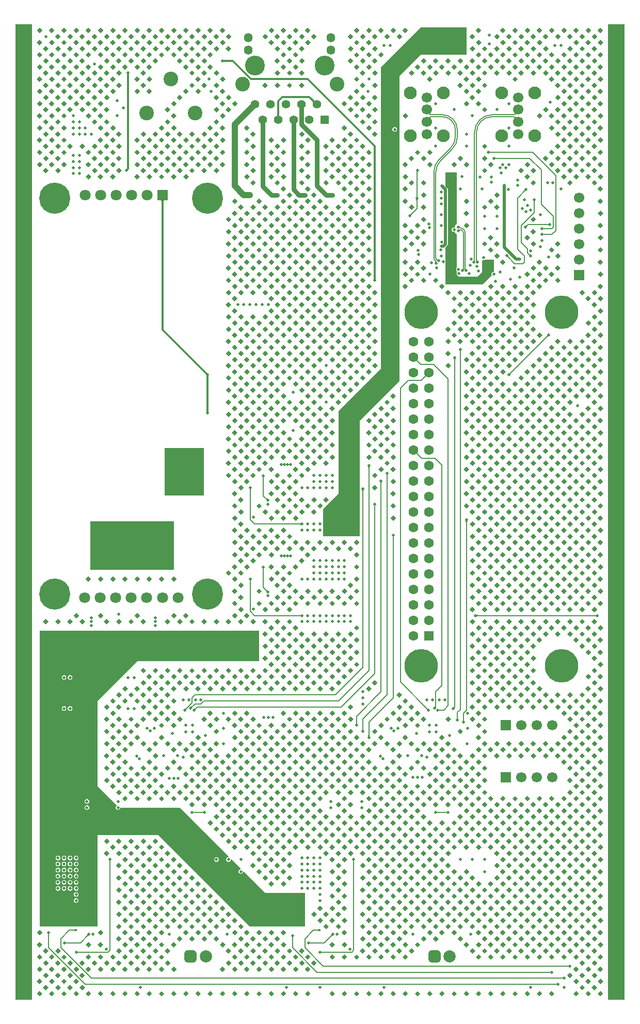
<source format=gbl>
%TF.GenerationSoftware,Altium Limited,Altium Designer,23.9.2 (47)*%
G04 Layer_Physical_Order=4*
G04 Layer_Color=9720587*
%FSLAX44Y44*%
%MOMM*%
%TF.SameCoordinates,EA472C54-7DB4-4638-A036-459D61F9907A*%
%TF.FilePolarity,Positive*%
%TF.FileFunction,Copper,L4,Bot,Signal*%
%TF.Part,Single*%
G01*
G75*
%TA.AperFunction,Conductor*%
%ADD11C,0.2000*%
%ADD67C,0.1600*%
%ADD68C,0.3000*%
%ADD69C,1.0000*%
%ADD70C,0.5000*%
%ADD73C,0.1524*%
%ADD74C,0.8000*%
%ADD94R,2.7500X160.0000*%
%ADD95R,2.7500X160.0000*%
%TA.AperFunction,ComponentPad*%
%ADD96C,2.4000*%
%ADD97C,5.5000*%
%ADD98R,1.6000X1.6000*%
%ADD99C,1.6000*%
%ADD100C,1.7000*%
%ADD101R,1.7000X1.7000*%
%ADD102R,1.7000X1.7000*%
%ADD103C,1.8000*%
%ADD104R,1.8000X1.8000*%
%ADD105C,5.1000*%
%ADD106C,2.1000*%
%ADD107O,1.4000X1.5200*%
%ADD108C,3.2500*%
%ADD109C,1.4000*%
%ADD110R,1.4000X1.4000*%
%ADD112C,2.0000*%
G04:AMPARAMS|DCode=113|XSize=2mm|YSize=2mm|CornerRadius=0.5mm|HoleSize=0mm|Usage=FLASHONLY|Rotation=0.000|XOffset=0mm|YOffset=0mm|HoleType=Round|Shape=RoundedRectangle|*
%AMROUNDEDRECTD113*
21,1,2.0000,1.0000,0,0,0.0*
21,1,1.0000,2.0000,0,0,0.0*
1,1,1.0000,0.5000,-0.5000*
1,1,1.0000,-0.5000,-0.5000*
1,1,1.0000,-0.5000,0.5000*
1,1,1.0000,0.5000,0.5000*
%
%ADD113ROUNDEDRECTD113*%
%TA.AperFunction,ViaPad*%
%ADD114C,0.5000*%
%ADD115C,0.4000*%
%TA.AperFunction,Conductor*%
%ADD116R,6.5000X7.7500*%
%ADD117R,13.7500X8.0000*%
G36*
X144593Y1620000D02*
X140000Y1615407D01*
X135407Y1620000D01*
X140000Y1624593D01*
X144593Y1620000D01*
D02*
G37*
G36*
X864593Y1620000D02*
X860000Y1615407D01*
X855407Y1620000D01*
X860000Y1624593D01*
X864593Y1620000D01*
D02*
G37*
G36*
X164593Y1620000D02*
X160000Y1615407D01*
X155407Y1620000D01*
X160000Y1624593D01*
X164593Y1620000D01*
D02*
G37*
G36*
X304593Y1620000D02*
X300000Y1615407D01*
X295407Y1620000D01*
X300000Y1624593D01*
X304593Y1620000D01*
D02*
G37*
G36*
X284593Y1620000D02*
X280000Y1615407D01*
X275407Y1620000D01*
X280000Y1624593D01*
X284593Y1620000D01*
D02*
G37*
G36*
X264593D02*
X260000Y1615407D01*
X255407Y1620000D01*
X260000Y1624593D01*
X264593Y1620000D01*
D02*
G37*
G36*
X204593D02*
X200000Y1615407D01*
X195407Y1620000D01*
X200000Y1624593D01*
X204593Y1620000D01*
D02*
G37*
G36*
X184593D02*
X180000Y1615407D01*
X175407Y1620000D01*
X180000Y1624593D01*
X184593Y1620000D01*
D02*
G37*
G36*
X124593Y1620000D02*
X120000Y1615407D01*
X115407Y1620000D01*
X120000Y1624593D01*
X124593Y1620000D01*
D02*
G37*
G36*
X104593Y1620000D02*
X100000Y1615407D01*
X95407Y1620000D01*
X100000Y1624593D01*
X104593Y1620000D01*
D02*
G37*
G36*
X84593D02*
X80000Y1615407D01*
X75407Y1620000D01*
X80000Y1624593D01*
X84593Y1620000D01*
D02*
G37*
G36*
X884593Y1620000D02*
X880000Y1615407D01*
X875407Y1620000D01*
X880000Y1624593D01*
X884593Y1620000D01*
D02*
G37*
G36*
X344593D02*
X340000Y1615407D01*
X335407Y1620000D01*
X340000Y1624593D01*
X344593Y1620000D01*
D02*
G37*
G36*
X324593D02*
X320000Y1615407D01*
X315407Y1620000D01*
X320000Y1624593D01*
X324593Y1620000D01*
D02*
G37*
G36*
X244593Y1620000D02*
X240000Y1615407D01*
X235407Y1620000D01*
X240000Y1624593D01*
X244593Y1620000D01*
D02*
G37*
G36*
X224593D02*
X220000Y1615407D01*
X215407Y1620000D01*
X220000Y1624593D01*
X224593Y1620000D01*
D02*
G37*
G36*
X64593D02*
X60000Y1615407D01*
X55407Y1620000D01*
X60000Y1624593D01*
X64593Y1620000D01*
D02*
G37*
G36*
X44593D02*
X40000Y1615407D01*
X35407Y1620000D01*
X40000Y1624593D01*
X44593Y1620000D01*
D02*
G37*
G36*
X924593Y1620000D02*
X920000Y1615407D01*
X915407Y1620000D01*
X920000Y1624593D01*
X924593Y1620000D01*
D02*
G37*
G36*
X904593D02*
X900000Y1615407D01*
X895407Y1620000D01*
X900000Y1624593D01*
X904593Y1620000D01*
D02*
G37*
G36*
X844593D02*
X840000Y1615407D01*
X835407Y1620000D01*
X840000Y1624593D01*
X844593Y1620000D01*
D02*
G37*
G36*
X824593D02*
X820000Y1615407D01*
X815407Y1620000D01*
X820000Y1624593D01*
X824593Y1620000D01*
D02*
G37*
G36*
X804593D02*
X800000Y1615407D01*
X795407Y1620000D01*
X800000Y1624593D01*
X804593Y1620000D01*
D02*
G37*
G36*
X644593D02*
X640000Y1615407D01*
X635407Y1620000D01*
X640000Y1624593D01*
X644593Y1620000D01*
D02*
G37*
G36*
X624593D02*
X620000Y1615407D01*
X615407Y1620000D01*
X620000Y1624593D01*
X624593Y1620000D01*
D02*
G37*
G36*
X564593D02*
X560000Y1615407D01*
X555407Y1620000D01*
X560000Y1624593D01*
X564593Y1620000D01*
D02*
G37*
G36*
X484593D02*
X480000Y1615407D01*
X475407Y1620000D01*
X480000Y1624593D01*
X484593Y1620000D01*
D02*
G37*
G36*
X464593D02*
X460000Y1615407D01*
X455407Y1620000D01*
X460000Y1624593D01*
X464593Y1620000D01*
D02*
G37*
G36*
X444593D02*
X440000Y1615407D01*
X435407Y1620000D01*
X440000Y1624593D01*
X444593Y1620000D01*
D02*
G37*
G36*
X964593D02*
X960000Y1615407D01*
X955407Y1620000D01*
X960000Y1624593D01*
X964593Y1620000D01*
D02*
G37*
G36*
X944593D02*
X940000Y1615407D01*
X935407Y1620000D01*
X940000Y1624593D01*
X944593Y1620000D01*
D02*
G37*
G36*
X764593D02*
X760000Y1615407D01*
X755407Y1620000D01*
X760000Y1624593D01*
X764593Y1620000D01*
D02*
G37*
G36*
X604593D02*
X600000Y1615407D01*
X595407Y1620000D01*
X600000Y1624593D01*
X604593Y1620000D01*
D02*
G37*
G36*
X584593D02*
X580000Y1615407D01*
X575407Y1620000D01*
X580000Y1624593D01*
X584593Y1620000D01*
D02*
G37*
G36*
X424593D02*
X420000Y1615407D01*
X415407Y1620000D01*
X420000Y1624593D01*
X424593Y1620000D01*
D02*
G37*
G36*
X154593Y1610000D02*
X150000Y1605407D01*
X145407Y1610000D01*
X150000Y1614593D01*
X154593Y1610000D01*
D02*
G37*
G36*
X314593D02*
X310000Y1605407D01*
X305407Y1610000D01*
X310000Y1614593D01*
X314593Y1610000D01*
D02*
G37*
G36*
X174593D02*
X170000Y1605407D01*
X165407Y1610000D01*
X170000Y1614593D01*
X174593Y1610000D01*
D02*
G37*
G36*
X134593D02*
X130000Y1605407D01*
X125407Y1610000D01*
X130000Y1614593D01*
X134593Y1610000D01*
D02*
G37*
G36*
X874593D02*
X870000Y1605407D01*
X865407Y1610000D01*
X870000Y1614593D01*
X874593Y1610000D01*
D02*
G37*
G36*
X334593D02*
X330000Y1605407D01*
X325407Y1610000D01*
X330000Y1614593D01*
X334593Y1610000D01*
D02*
G37*
G36*
X294593D02*
X290000Y1605407D01*
X285407Y1610000D01*
X290000Y1614593D01*
X294593Y1610000D01*
D02*
G37*
G36*
X274593D02*
X270000Y1605407D01*
X265407Y1610000D01*
X270000Y1614593D01*
X274593Y1610000D01*
D02*
G37*
G36*
X254593D02*
X250000Y1605407D01*
X245407Y1610000D01*
X250000Y1614593D01*
X254593Y1610000D01*
D02*
G37*
G36*
X234593D02*
X230000Y1605407D01*
X225407Y1610000D01*
X230000Y1614593D01*
X234593Y1610000D01*
D02*
G37*
G36*
X214593D02*
X210000Y1605407D01*
X205407Y1610000D01*
X210000Y1614593D01*
X214593Y1610000D01*
D02*
G37*
G36*
X194593D02*
X190000Y1605407D01*
X185407Y1610000D01*
X190000Y1614593D01*
X194593Y1610000D01*
D02*
G37*
G36*
X114593D02*
X110000Y1605407D01*
X105407Y1610000D01*
X110000Y1614593D01*
X114593Y1610000D01*
D02*
G37*
G36*
X94593D02*
X90000Y1605407D01*
X85407Y1610000D01*
X90000Y1614593D01*
X94593Y1610000D01*
D02*
G37*
G36*
X74593D02*
X70000Y1605407D01*
X65407Y1610000D01*
X70000Y1614593D01*
X74593Y1610000D01*
D02*
G37*
G36*
X894593Y1610000D02*
X890000Y1605407D01*
X885407Y1610000D01*
X890000Y1614593D01*
X894593Y1610000D01*
D02*
G37*
G36*
X854593D02*
X850000Y1605407D01*
X845407Y1610000D01*
X850000Y1614593D01*
X854593Y1610000D01*
D02*
G37*
G36*
X494593D02*
X490000Y1605407D01*
X485407Y1610000D01*
X490000Y1614593D01*
X494593Y1610000D01*
D02*
G37*
G36*
X354593D02*
X350000Y1605407D01*
X345407Y1610000D01*
X350000Y1614593D01*
X354593Y1610000D01*
D02*
G37*
G36*
X954593Y1610000D02*
X950000Y1605407D01*
X945407Y1610000D01*
X950000Y1614593D01*
X954593Y1610000D01*
D02*
G37*
G36*
X934593D02*
X930000Y1605407D01*
X925407Y1610000D01*
X930000Y1614593D01*
X934593Y1610000D01*
D02*
G37*
G36*
X914593Y1610000D02*
X910000Y1605407D01*
X905407Y1610000D01*
X910000Y1614593D01*
X914593Y1610000D01*
D02*
G37*
G36*
X834593D02*
X830000Y1605407D01*
X825407Y1610000D01*
X830000Y1614593D01*
X834593Y1610000D01*
D02*
G37*
G36*
X814593D02*
X810000Y1605407D01*
X805407Y1610000D01*
X810000Y1614593D01*
X814593Y1610000D01*
D02*
G37*
G36*
X794593D02*
X790000Y1605407D01*
X785407Y1610000D01*
X790000Y1614593D01*
X794593Y1610000D01*
D02*
G37*
G36*
X754593Y1610000D02*
X750000Y1605407D01*
X745407Y1610000D01*
X750000Y1614593D01*
X754593Y1610000D01*
D02*
G37*
G36*
X634593Y1610000D02*
X630000Y1605407D01*
X625407Y1610000D01*
X630000Y1614593D01*
X634593Y1610000D01*
D02*
G37*
G36*
X614593D02*
X610000Y1605407D01*
X605407Y1610000D01*
X610000Y1614593D01*
X614593Y1610000D01*
D02*
G37*
G36*
X594593Y1610000D02*
X590000Y1605407D01*
X585407Y1610000D01*
X590000Y1614593D01*
X594593Y1610000D01*
D02*
G37*
G36*
X574593D02*
X570000Y1605407D01*
X565407Y1610000D01*
X570000Y1614593D01*
X574593Y1610000D01*
D02*
G37*
G36*
X554593Y1610000D02*
X550000Y1605407D01*
X545407Y1610000D01*
X550000Y1614593D01*
X554593Y1610000D01*
D02*
G37*
G36*
X474593D02*
X470000Y1605407D01*
X465407Y1610000D01*
X470000Y1614593D01*
X474593Y1610000D01*
D02*
G37*
G36*
X454593D02*
X450000Y1605407D01*
X445407Y1610000D01*
X450000Y1614593D01*
X454593Y1610000D01*
D02*
G37*
G36*
X434593D02*
X430000Y1605407D01*
X425407Y1610000D01*
X430000Y1614593D01*
X434593Y1610000D01*
D02*
G37*
G36*
X414593Y1610000D02*
X410000Y1605407D01*
X405407Y1610000D01*
X410000Y1614593D01*
X414593Y1610000D01*
D02*
G37*
G36*
X144593Y1600000D02*
X140000Y1595407D01*
X135407Y1600000D01*
X140000Y1604593D01*
X144593Y1600000D01*
D02*
G37*
G36*
X864593Y1600000D02*
X860000Y1595407D01*
X855407Y1600000D01*
X860000Y1604593D01*
X864593Y1600000D01*
D02*
G37*
G36*
X164593Y1600000D02*
X160000Y1595407D01*
X155407Y1600000D01*
X160000Y1604593D01*
X164593Y1600000D01*
D02*
G37*
G36*
X324593Y1600000D02*
X320000Y1595407D01*
X315407Y1600000D01*
X320000Y1604593D01*
X324593Y1600000D01*
D02*
G37*
G36*
X304593Y1600000D02*
X300000Y1595407D01*
X295407Y1600000D01*
X300000Y1604593D01*
X304593Y1600000D01*
D02*
G37*
G36*
X244593Y1600000D02*
X240000Y1595407D01*
X235407Y1600000D01*
X240000Y1604593D01*
X244593Y1600000D01*
D02*
G37*
G36*
X224593D02*
X220000Y1595407D01*
X215407Y1600000D01*
X220000Y1604593D01*
X224593Y1600000D01*
D02*
G37*
G36*
X184593D02*
X180000Y1595407D01*
X175407Y1600000D01*
X180000Y1604593D01*
X184593Y1600000D01*
D02*
G37*
G36*
X124593Y1600000D02*
X120000Y1595407D01*
X115407Y1600000D01*
X120000Y1604593D01*
X124593Y1600000D01*
D02*
G37*
G36*
X64593Y1600000D02*
X60000Y1595407D01*
X55407Y1600000D01*
X60000Y1604593D01*
X64593Y1600000D01*
D02*
G37*
G36*
X44593D02*
X40000Y1595407D01*
X35407Y1600000D01*
X40000Y1604593D01*
X44593Y1600000D01*
D02*
G37*
G36*
X344593Y1600000D02*
X340000Y1595407D01*
X335407Y1600000D01*
X340000Y1604593D01*
X344593Y1600000D01*
D02*
G37*
G36*
X284593Y1600000D02*
X280000Y1595407D01*
X275407Y1600000D01*
X280000Y1604593D01*
X284593Y1600000D01*
D02*
G37*
G36*
X264593D02*
X260000Y1595407D01*
X255407Y1600000D01*
X260000Y1604593D01*
X264593Y1600000D01*
D02*
G37*
G36*
X204593D02*
X200000Y1595407D01*
X195407Y1600000D01*
X200000Y1604593D01*
X204593Y1600000D01*
D02*
G37*
G36*
X104593D02*
X100000Y1595407D01*
X95407Y1600000D01*
X100000Y1604593D01*
X104593Y1600000D01*
D02*
G37*
G36*
X84593D02*
X80000Y1595407D01*
X75407Y1600000D01*
X80000Y1604593D01*
X84593Y1600000D01*
D02*
G37*
G36*
X964593Y1600000D02*
X960000Y1595407D01*
X955407Y1600000D01*
X960000Y1604593D01*
X964593Y1600000D01*
D02*
G37*
G36*
X944593D02*
X940000Y1595407D01*
X935407Y1600000D01*
X940000Y1604593D01*
X944593Y1600000D01*
D02*
G37*
G36*
X844593D02*
X840000Y1595407D01*
X835407Y1600000D01*
X840000Y1604593D01*
X844593Y1600000D01*
D02*
G37*
G36*
X764593D02*
X760000Y1595407D01*
X755407Y1600000D01*
X760000Y1604593D01*
X764593Y1600000D01*
D02*
G37*
G36*
X584593D02*
X580000Y1595407D01*
X575407Y1600000D01*
X580000Y1604593D01*
X584593Y1600000D01*
D02*
G37*
G36*
X484593D02*
X480000Y1595407D01*
X475407Y1600000D01*
X480000Y1604593D01*
X484593Y1600000D01*
D02*
G37*
G36*
X424593D02*
X420000Y1595407D01*
X415407Y1600000D01*
X420000Y1604593D01*
X424593Y1600000D01*
D02*
G37*
G36*
X924593D02*
X920000Y1595407D01*
X915407Y1600000D01*
X920000Y1604593D01*
X924593Y1600000D01*
D02*
G37*
G36*
X824593D02*
X820000Y1595407D01*
X815407Y1600000D01*
X820000Y1604593D01*
X824593Y1600000D01*
D02*
G37*
G36*
X804593D02*
X800000Y1595407D01*
X795407Y1600000D01*
X800000Y1604593D01*
X804593Y1600000D01*
D02*
G37*
G36*
X564593D02*
X560000Y1595407D01*
X555407Y1600000D01*
X560000Y1604593D01*
X564593Y1600000D01*
D02*
G37*
G36*
X464593D02*
X460000Y1595407D01*
X455407Y1600000D01*
X460000Y1604593D01*
X464593Y1600000D01*
D02*
G37*
G36*
X444593D02*
X440000Y1595407D01*
X435407Y1600000D01*
X440000Y1604593D01*
X444593Y1600000D01*
D02*
G37*
G36*
X314593Y1590000D02*
X310000Y1585407D01*
X305407Y1590000D01*
X310000Y1594593D01*
X314593Y1590000D01*
D02*
G37*
G36*
X234593Y1590000D02*
X230000Y1585407D01*
X225407Y1590000D01*
X230000Y1594593D01*
X234593Y1590000D01*
D02*
G37*
G36*
X174593D02*
X170000Y1585407D01*
X165407Y1590000D01*
X170000Y1594593D01*
X174593Y1590000D01*
D02*
G37*
G36*
X154593Y1590000D02*
X150000Y1585407D01*
X145407Y1590000D01*
X150000Y1594593D01*
X154593Y1590000D01*
D02*
G37*
G36*
X134593D02*
X130000Y1585407D01*
X125407Y1590000D01*
X130000Y1594593D01*
X134593Y1590000D01*
D02*
G37*
G36*
X54593Y1590000D02*
X50000Y1585407D01*
X45407Y1590000D01*
X50000Y1594593D01*
X54593Y1590000D01*
D02*
G37*
G36*
X294593D02*
X290000Y1585407D01*
X285407Y1590000D01*
X290000Y1594593D01*
X294593Y1590000D01*
D02*
G37*
G36*
X254593D02*
X250000Y1585407D01*
X245407Y1590000D01*
X250000Y1594593D01*
X254593Y1590000D01*
D02*
G37*
G36*
X214593D02*
X210000Y1585407D01*
X205407Y1590000D01*
X210000Y1594593D01*
X214593Y1590000D01*
D02*
G37*
G36*
X194593D02*
X190000Y1585407D01*
X185407Y1590000D01*
X190000Y1594593D01*
X194593Y1590000D01*
D02*
G37*
G36*
X114593D02*
X110000Y1585407D01*
X105407Y1590000D01*
X110000Y1594593D01*
X114593Y1590000D01*
D02*
G37*
G36*
X74593D02*
X70000Y1585407D01*
X65407Y1590000D01*
X70000Y1594593D01*
X74593Y1590000D01*
D02*
G37*
G36*
X954593D02*
X950000Y1585407D01*
X945407Y1590000D01*
X950000Y1594593D01*
X954593Y1590000D01*
D02*
G37*
G36*
X874593D02*
X870000Y1585407D01*
X865407Y1590000D01*
X870000Y1594593D01*
X874593Y1590000D01*
D02*
G37*
G36*
X854593D02*
X850000Y1585407D01*
X845407Y1590000D01*
X850000Y1594593D01*
X854593Y1590000D01*
D02*
G37*
G36*
X774593D02*
X770000Y1585407D01*
X765407Y1590000D01*
X770000Y1594593D01*
X774593Y1590000D01*
D02*
G37*
G36*
X594593D02*
X590000Y1585407D01*
X585407Y1590000D01*
X590000Y1594593D01*
X594593Y1590000D01*
D02*
G37*
G36*
X354593D02*
X350000Y1585407D01*
X345407Y1590000D01*
X350000Y1594593D01*
X354593Y1590000D01*
D02*
G37*
G36*
X334593D02*
X330000Y1585407D01*
X325407Y1590000D01*
X330000Y1594593D01*
X334593Y1590000D01*
D02*
G37*
G36*
X274593D02*
X270000Y1585407D01*
X265407Y1590000D01*
X270000Y1594593D01*
X274593Y1590000D01*
D02*
G37*
G36*
X94593D02*
X90000Y1585407D01*
X85407Y1590000D01*
X90000Y1594593D01*
X94593Y1590000D01*
D02*
G37*
G36*
X934593D02*
X930000Y1585407D01*
X925407Y1590000D01*
X930000Y1594593D01*
X934593Y1590000D01*
D02*
G37*
G36*
X914593Y1590000D02*
X910000Y1585407D01*
X905407Y1590000D01*
X910000Y1594593D01*
X914593Y1590000D01*
D02*
G37*
G36*
X834593Y1590000D02*
X830000Y1585407D01*
X825407Y1590000D01*
X830000Y1594593D01*
X834593Y1590000D01*
D02*
G37*
G36*
X794593Y1590000D02*
X790000Y1585407D01*
X785407Y1590000D01*
X790000Y1594593D01*
X794593Y1590000D01*
D02*
G37*
G36*
X754593Y1590000D02*
X750000Y1585407D01*
X745407Y1590000D01*
X750000Y1594593D01*
X754593Y1590000D01*
D02*
G37*
G36*
X574593D02*
X570000Y1585407D01*
X565407Y1590000D01*
X570000Y1594593D01*
X574593Y1590000D01*
D02*
G37*
G36*
X554593Y1590000D02*
X550000Y1585407D01*
X545407Y1590000D01*
X550000Y1594593D01*
X554593Y1590000D01*
D02*
G37*
G36*
X474593Y1590000D02*
X470000Y1585407D01*
X465407Y1590000D01*
X470000Y1594593D01*
X474593Y1590000D01*
D02*
G37*
G36*
X434593Y1590000D02*
X430000Y1585407D01*
X425407Y1590000D01*
X430000Y1594593D01*
X434593Y1590000D01*
D02*
G37*
G36*
X814593D02*
X810000Y1585407D01*
X805407Y1590000D01*
X810000Y1594593D01*
X814593Y1590000D01*
D02*
G37*
G36*
X454593D02*
X450000Y1585407D01*
X445407Y1590000D01*
X450000Y1594593D01*
X454593Y1590000D01*
D02*
G37*
G36*
X144593Y1580000D02*
X140000Y1575407D01*
X135407Y1580000D01*
X140000Y1584593D01*
X144593Y1580000D01*
D02*
G37*
G36*
X864593Y1580000D02*
X860000Y1575407D01*
X855407Y1580000D01*
X860000Y1584593D01*
X864593Y1580000D01*
D02*
G37*
G36*
X304593Y1580000D02*
X300000Y1575407D01*
X295407Y1580000D01*
X300000Y1584593D01*
X304593Y1580000D01*
D02*
G37*
G36*
X244593D02*
X240000Y1575407D01*
X235407Y1580000D01*
X240000Y1584593D01*
X244593Y1580000D01*
D02*
G37*
G36*
X224593D02*
X220000Y1575407D01*
X215407Y1580000D01*
X220000Y1584593D01*
X224593Y1580000D01*
D02*
G37*
G36*
X204593D02*
X200000Y1575407D01*
X195407Y1580000D01*
X200000Y1584593D01*
X204593Y1580000D01*
D02*
G37*
G36*
X184593D02*
X180000Y1575407D01*
X175407Y1580000D01*
X180000Y1584593D01*
X184593Y1580000D01*
D02*
G37*
G36*
X164593D02*
X160000Y1575407D01*
X155407Y1580000D01*
X160000Y1584593D01*
X164593Y1580000D01*
D02*
G37*
G36*
X124593D02*
X120000Y1575407D01*
X115407Y1580000D01*
X120000Y1584593D01*
X124593Y1580000D01*
D02*
G37*
G36*
X64593D02*
X60000Y1575407D01*
X55407Y1580000D01*
X60000Y1584593D01*
X64593Y1580000D01*
D02*
G37*
G36*
X44593D02*
X40000Y1575407D01*
X35407Y1580000D01*
X40000Y1584593D01*
X44593Y1580000D01*
D02*
G37*
G36*
X324593Y1580000D02*
X320000Y1575407D01*
X315407Y1580000D01*
X320000Y1584593D01*
X324593Y1580000D01*
D02*
G37*
G36*
X284593Y1580000D02*
X280000Y1575407D01*
X275407Y1580000D01*
X280000Y1584593D01*
X284593Y1580000D01*
D02*
G37*
G36*
X264593Y1580000D02*
X260000Y1575407D01*
X255407Y1580000D01*
X260000Y1584593D01*
X264593Y1580000D01*
D02*
G37*
G36*
X104593Y1580000D02*
X100000Y1575407D01*
X95407Y1580000D01*
X100000Y1584593D01*
X104593Y1580000D01*
D02*
G37*
G36*
X84593Y1580000D02*
X80000Y1575407D01*
X75407Y1580000D01*
X80000Y1584593D01*
X84593Y1580000D01*
D02*
G37*
G36*
X964593Y1580000D02*
X960000Y1575407D01*
X955407Y1580000D01*
X960000Y1584593D01*
X964593Y1580000D01*
D02*
G37*
G36*
X944593Y1580000D02*
X940000Y1575407D01*
X935407Y1580000D01*
X940000Y1584593D01*
X944593Y1580000D01*
D02*
G37*
G36*
X924593Y1580000D02*
X920000Y1575407D01*
X915407Y1580000D01*
X920000Y1584593D01*
X924593Y1580000D01*
D02*
G37*
G36*
X904593D02*
X900000Y1575407D01*
X895407Y1580000D01*
X900000Y1584593D01*
X904593Y1580000D01*
D02*
G37*
G36*
X884593Y1580000D02*
X880000Y1575407D01*
X875407Y1580000D01*
X880000Y1584593D01*
X884593Y1580000D01*
D02*
G37*
G36*
X844593D02*
X840000Y1575407D01*
X835407Y1580000D01*
X840000Y1584593D01*
X844593Y1580000D01*
D02*
G37*
G36*
X784593Y1580000D02*
X780000Y1575407D01*
X775407Y1580000D01*
X780000Y1584593D01*
X784593Y1580000D01*
D02*
G37*
G36*
X764593Y1580000D02*
X760000Y1575407D01*
X755407Y1580000D01*
X760000Y1584593D01*
X764593Y1580000D01*
D02*
G37*
G36*
X604593Y1580000D02*
X600000Y1575407D01*
X595407Y1580000D01*
X600000Y1584593D01*
X604593Y1580000D01*
D02*
G37*
G36*
X584593Y1580000D02*
X580000Y1575407D01*
X575407Y1580000D01*
X580000Y1584593D01*
X584593Y1580000D01*
D02*
G37*
G36*
X564593Y1580000D02*
X560000Y1575407D01*
X555407Y1580000D01*
X560000Y1584593D01*
X564593Y1580000D01*
D02*
G37*
G36*
X824593D02*
X820000Y1575407D01*
X815407Y1580000D01*
X820000Y1584593D01*
X824593Y1580000D01*
D02*
G37*
G36*
X804593D02*
X800000Y1575407D01*
X795407Y1580000D01*
X800000Y1584593D01*
X804593Y1580000D01*
D02*
G37*
G36*
X464593D02*
X460000Y1575407D01*
X455407Y1580000D01*
X460000Y1584593D01*
X464593Y1580000D01*
D02*
G37*
G36*
X444593D02*
X440000Y1575407D01*
X435407Y1580000D01*
X440000Y1584593D01*
X444593Y1580000D01*
D02*
G37*
G36*
X214593Y1570000D02*
X210000Y1565407D01*
X205407Y1570000D01*
X210000Y1574593D01*
X214593Y1570000D01*
D02*
G37*
G36*
X194593D02*
X190000Y1565407D01*
X185407Y1570000D01*
X190000Y1574593D01*
X194593Y1570000D01*
D02*
G37*
G36*
X314593D02*
X310000Y1565407D01*
X305407Y1570000D01*
X310000Y1574593D01*
X314593Y1570000D01*
D02*
G37*
G36*
X294593D02*
X290000Y1565407D01*
X285407Y1570000D01*
X290000Y1574593D01*
X294593Y1570000D01*
D02*
G37*
G36*
X274593Y1570000D02*
X270000Y1565407D01*
X265407Y1570000D01*
X270000Y1574593D01*
X274593Y1570000D01*
D02*
G37*
G36*
X234593Y1570000D02*
X230000Y1565407D01*
X225407Y1570000D01*
X230000Y1574593D01*
X234593Y1570000D01*
D02*
G37*
G36*
X174593D02*
X170000Y1565407D01*
X165407Y1570000D01*
X170000Y1574593D01*
X174593Y1570000D01*
D02*
G37*
G36*
X154593D02*
X150000Y1565407D01*
X145407Y1570000D01*
X150000Y1574593D01*
X154593Y1570000D01*
D02*
G37*
G36*
X114593D02*
X110000Y1565407D01*
X105407Y1570000D01*
X110000Y1574593D01*
X114593Y1570000D01*
D02*
G37*
G36*
X94593Y1570000D02*
X90000Y1565407D01*
X85407Y1570000D01*
X90000Y1574593D01*
X94593Y1570000D01*
D02*
G37*
G36*
X74593D02*
X70000Y1565407D01*
X65407Y1570000D01*
X70000Y1574593D01*
X74593Y1570000D01*
D02*
G37*
G36*
X54593Y1570000D02*
X50000Y1565407D01*
X45407Y1570000D01*
X50000Y1574593D01*
X54593Y1570000D01*
D02*
G37*
G36*
X934593Y1570000D02*
X930000Y1565407D01*
X925407Y1570000D01*
X930000Y1574593D01*
X934593Y1570000D01*
D02*
G37*
G36*
X914593D02*
X910000Y1565407D01*
X905407Y1570000D01*
X910000Y1574593D01*
X914593Y1570000D01*
D02*
G37*
G36*
X754593D02*
X750000Y1565407D01*
X745407Y1570000D01*
X750000Y1574593D01*
X754593Y1570000D01*
D02*
G37*
G36*
X734593D02*
X730000Y1565407D01*
X725407Y1570000D01*
X730000Y1574593D01*
X734593Y1570000D01*
D02*
G37*
G36*
X574593D02*
X570000Y1565407D01*
X565407Y1570000D01*
X570000Y1574593D01*
X574593Y1570000D01*
D02*
G37*
G36*
X554593D02*
X550000Y1565407D01*
X545407Y1570000D01*
X550000Y1574593D01*
X554593Y1570000D01*
D02*
G37*
G36*
X954593D02*
X950000Y1565407D01*
X945407Y1570000D01*
X950000Y1574593D01*
X954593Y1570000D01*
D02*
G37*
G36*
X894593D02*
X890000Y1565407D01*
X885407Y1570000D01*
X890000Y1574593D01*
X894593Y1570000D01*
D02*
G37*
G36*
X874593D02*
X870000Y1565407D01*
X865407Y1570000D01*
X870000Y1574593D01*
X874593Y1570000D01*
D02*
G37*
G36*
X854593D02*
X850000Y1565407D01*
X845407Y1570000D01*
X850000Y1574593D01*
X854593Y1570000D01*
D02*
G37*
G36*
X834593D02*
X830000Y1565407D01*
X825407Y1570000D01*
X830000Y1574593D01*
X834593Y1570000D01*
D02*
G37*
G36*
X814593D02*
X810000Y1565407D01*
X805407Y1570000D01*
X810000Y1574593D01*
X814593Y1570000D01*
D02*
G37*
G36*
X794593D02*
X790000Y1565407D01*
X785407Y1570000D01*
X790000Y1574593D01*
X794593Y1570000D01*
D02*
G37*
G36*
X774593D02*
X770000Y1565407D01*
X765407Y1570000D01*
X770000Y1574593D01*
X774593Y1570000D01*
D02*
G37*
G36*
X714593D02*
X710000Y1565407D01*
X705407Y1570000D01*
X710000Y1574593D01*
X714593Y1570000D01*
D02*
G37*
G36*
X694593D02*
X690000Y1565407D01*
X685407Y1570000D01*
X690000Y1574593D01*
X694593Y1570000D01*
D02*
G37*
G36*
X674593D02*
X670000Y1565407D01*
X665407Y1570000D01*
X670000Y1574593D01*
X674593Y1570000D01*
D02*
G37*
G36*
X594593D02*
X590000Y1565407D01*
X585407Y1570000D01*
X590000Y1574593D01*
X594593Y1570000D01*
D02*
G37*
G36*
X474593D02*
X470000Y1565407D01*
X465407Y1570000D01*
X470000Y1574593D01*
X474593Y1570000D01*
D02*
G37*
G36*
X454593D02*
X450000Y1565407D01*
X445407Y1570000D01*
X450000Y1574593D01*
X454593Y1570000D01*
D02*
G37*
G36*
X434593D02*
X430000Y1565407D01*
X425407Y1570000D01*
X430000Y1574593D01*
X434593Y1570000D01*
D02*
G37*
G36*
X184593Y1560000D02*
X180867Y1556274D01*
X180395Y1556001D01*
X179900Y1555507D01*
X175407Y1560000D01*
X180000Y1564593D01*
X184593Y1560000D01*
D02*
G37*
G36*
X144593D02*
X140000Y1555407D01*
X135507Y1559900D01*
X136002Y1560395D01*
X136273Y1560866D01*
X140000Y1564593D01*
X144593Y1560000D01*
D02*
G37*
G36*
X204593D02*
X200000Y1555407D01*
X195407Y1560000D01*
X200000Y1564593D01*
X204593Y1560000D01*
D02*
G37*
G36*
X864593Y1560000D02*
X860000Y1555407D01*
X855407Y1560000D01*
X860000Y1564593D01*
X864593Y1560000D01*
D02*
G37*
G36*
X284593Y1560000D02*
X280000Y1555407D01*
X275407Y1560000D01*
X280000Y1564593D01*
X284593Y1560000D01*
D02*
G37*
G36*
X224593D02*
X220000Y1555407D01*
X215407Y1560000D01*
X220000Y1564593D01*
X224593Y1560000D01*
D02*
G37*
G36*
X104593D02*
X100000Y1555407D01*
X95407Y1560000D01*
X100000Y1564593D01*
X104593Y1560000D01*
D02*
G37*
G36*
X84593D02*
X80000Y1555407D01*
X75407Y1560000D01*
X80000Y1564593D01*
X84593Y1560000D01*
D02*
G37*
G36*
X44593D02*
X40000Y1555407D01*
X35407Y1560000D01*
X40000Y1564593D01*
X44593Y1560000D01*
D02*
G37*
G36*
X924593D02*
X920000Y1555407D01*
X915407Y1560000D01*
X920000Y1564593D01*
X924593Y1560000D01*
D02*
G37*
G36*
X744593D02*
X740000Y1555407D01*
X735407Y1560000D01*
X740000Y1564593D01*
X744593Y1560000D01*
D02*
G37*
G36*
X564593D02*
X560000Y1555407D01*
X555407Y1560000D01*
X560000Y1564593D01*
X564593Y1560000D01*
D02*
G37*
G36*
X304593D02*
X300000Y1555407D01*
X295407Y1560000D01*
X300000Y1564593D01*
X304593Y1560000D01*
D02*
G37*
G36*
X164593D02*
X160000Y1555407D01*
X155407Y1560000D01*
X160000Y1564593D01*
X164593Y1560000D01*
D02*
G37*
G36*
X123726Y1560867D02*
X123998Y1560395D01*
X124493Y1559900D01*
X120000Y1555407D01*
X115407Y1560000D01*
X120000Y1564593D01*
X123726Y1560867D01*
D02*
G37*
G36*
X64593Y1560000D02*
X60000Y1555407D01*
X55407Y1560000D01*
X60000Y1564593D01*
X64593Y1560000D01*
D02*
G37*
G36*
X944593Y1560000D02*
X940000Y1555407D01*
X935407Y1560000D01*
X940000Y1564593D01*
X944593Y1560000D01*
D02*
G37*
G36*
X904593Y1560000D02*
X900000Y1555407D01*
X895407Y1560000D01*
X900000Y1564593D01*
X904593Y1560000D01*
D02*
G37*
G36*
X824593Y1560000D02*
X820000Y1555407D01*
X815407Y1560000D01*
X820000Y1564593D01*
X824593Y1560000D01*
D02*
G37*
G36*
X804593D02*
X800000Y1555407D01*
X795407Y1560000D01*
X800000Y1564593D01*
X804593Y1560000D01*
D02*
G37*
G36*
X764593D02*
X760000Y1555407D01*
X755407Y1560000D01*
X760000Y1564593D01*
X764593Y1560000D01*
D02*
G37*
G36*
X724593Y1560000D02*
X720000Y1555407D01*
X715407Y1560000D01*
X720000Y1564593D01*
X724593Y1560000D01*
D02*
G37*
G36*
X684593Y1560000D02*
X680000Y1555407D01*
X675407Y1560000D01*
X680000Y1564593D01*
X684593Y1560000D01*
D02*
G37*
G36*
X584593D02*
X580000Y1555407D01*
X575407Y1560000D01*
X580000Y1564593D01*
X584593Y1560000D01*
D02*
G37*
G36*
X464593D02*
X460000Y1555407D01*
X455407Y1560000D01*
X460000Y1564593D01*
X464593Y1560000D01*
D02*
G37*
G36*
X444593D02*
X440000Y1555407D01*
X435407Y1560000D01*
X440000Y1564593D01*
X444593Y1560000D01*
D02*
G37*
G36*
X324593D02*
X320000Y1555407D01*
X315407Y1560000D01*
X320000Y1564593D01*
X324593Y1560000D01*
D02*
G37*
G36*
X964593D02*
X960000Y1555407D01*
X955407Y1560000D01*
X960000Y1564593D01*
X964593Y1560000D01*
D02*
G37*
G36*
X884593D02*
X880000Y1555407D01*
X875407Y1560000D01*
X880000Y1564593D01*
X884593Y1560000D01*
D02*
G37*
G36*
X844593D02*
X840000Y1555407D01*
X835407Y1560000D01*
X840000Y1564593D01*
X844593Y1560000D01*
D02*
G37*
G36*
X784593D02*
X780000Y1555407D01*
X775407Y1560000D01*
X780000Y1564593D01*
X784593Y1560000D01*
D02*
G37*
G36*
X704593D02*
X700000Y1555407D01*
X695407Y1560000D01*
X700000Y1564593D01*
X704593Y1560000D01*
D02*
G37*
G36*
X664593D02*
X660000Y1555407D01*
X655407Y1560000D01*
X660000Y1564593D01*
X664593Y1560000D01*
D02*
G37*
G36*
X214593Y1550000D02*
X210000Y1545407D01*
X205407Y1550000D01*
X210000Y1554593D01*
X214593Y1550000D01*
D02*
G37*
G36*
X94593D02*
X90000Y1545407D01*
X85407Y1550000D01*
X90000Y1554593D01*
X94593Y1550000D01*
D02*
G37*
G36*
X314593D02*
X310000Y1545407D01*
X305407Y1550000D01*
X310000Y1554593D01*
X314593Y1550000D01*
D02*
G37*
G36*
X294593Y1550000D02*
X290000Y1545407D01*
X285407Y1550000D01*
X290000Y1554593D01*
X294593Y1550000D01*
D02*
G37*
G36*
X174593Y1550000D02*
X170000Y1545407D01*
X165407Y1550000D01*
X170000Y1554593D01*
X174593Y1550000D01*
D02*
G37*
G36*
X154593Y1550000D02*
X150000Y1545407D01*
X145407Y1550000D01*
X150000Y1554593D01*
X154593Y1550000D01*
D02*
G37*
G36*
X134593Y1550000D02*
X130000Y1545407D01*
X125407Y1550000D01*
X130000Y1554593D01*
X134593Y1550000D01*
D02*
G37*
G36*
X114593Y1550000D02*
X110000Y1545407D01*
X105407Y1550000D01*
X110000Y1554593D01*
X114593Y1550000D01*
D02*
G37*
G36*
X74593Y1550000D02*
X70000Y1545407D01*
X65407Y1550000D01*
X70000Y1554593D01*
X74593Y1550000D01*
D02*
G37*
G36*
X54593Y1550000D02*
X50000Y1545407D01*
X45407Y1550000D01*
X50000Y1554593D01*
X54593Y1550000D01*
D02*
G37*
G36*
X934593Y1550000D02*
X930000Y1545407D01*
X925407Y1550000D01*
X930000Y1554593D01*
X934593Y1550000D01*
D02*
G37*
G36*
X914593Y1550000D02*
X910000Y1545407D01*
X905407Y1550000D01*
X910000Y1554593D01*
X914593Y1550000D01*
D02*
G37*
G36*
X814593Y1550000D02*
X810000Y1545407D01*
X805407Y1550000D01*
X810000Y1554593D01*
X814593Y1550000D01*
D02*
G37*
G36*
X754593D02*
X750000Y1545407D01*
X745407Y1550000D01*
X750000Y1554593D01*
X754593Y1550000D01*
D02*
G37*
G36*
X734593Y1550000D02*
X730000Y1545407D01*
X725407Y1550000D01*
X730000Y1554593D01*
X734593Y1550000D01*
D02*
G37*
G36*
X574593Y1550000D02*
X570000Y1545407D01*
X565407Y1550000D01*
X570000Y1554593D01*
X574593Y1550000D01*
D02*
G37*
G36*
X454593D02*
X450000Y1545407D01*
X445407Y1550000D01*
X450000Y1554593D01*
X454593Y1550000D01*
D02*
G37*
G36*
X954593D02*
X950000Y1545407D01*
X945407Y1550000D01*
X950000Y1554593D01*
X954593Y1550000D01*
D02*
G37*
G36*
X894593D02*
X890000Y1545407D01*
X885407Y1550000D01*
X890000Y1554593D01*
X894593Y1550000D01*
D02*
G37*
G36*
X874593D02*
X870000Y1545407D01*
X865407Y1550000D01*
X870000Y1554593D01*
X874593Y1550000D01*
D02*
G37*
G36*
X854593D02*
X850000Y1545407D01*
X845407Y1550000D01*
X850000Y1554593D01*
X854593Y1550000D01*
D02*
G37*
G36*
X834593D02*
X830000Y1545407D01*
X825407Y1550000D01*
X830000Y1554593D01*
X834593Y1550000D01*
D02*
G37*
G36*
X794593D02*
X790000Y1545407D01*
X785407Y1550000D01*
X790000Y1554593D01*
X794593Y1550000D01*
D02*
G37*
G36*
X774593D02*
X770000Y1545407D01*
X765407Y1550000D01*
X770000Y1554593D01*
X774593Y1550000D01*
D02*
G37*
G36*
X714593D02*
X710000Y1545407D01*
X705407Y1550000D01*
X710000Y1554593D01*
X714593Y1550000D01*
D02*
G37*
G36*
X694593D02*
X690000Y1545407D01*
X685407Y1550000D01*
X690000Y1554593D01*
X694593Y1550000D01*
D02*
G37*
G36*
X674593D02*
X670000Y1545407D01*
X665407Y1550000D01*
X670000Y1554593D01*
X674593Y1550000D01*
D02*
G37*
G36*
X654593D02*
X650000Y1545407D01*
X645407Y1550000D01*
X650000Y1554593D01*
X654593Y1550000D01*
D02*
G37*
G36*
X594593D02*
X590000Y1545407D01*
X585407Y1550000D01*
X590000Y1554593D01*
X594593Y1550000D01*
D02*
G37*
G36*
X474593D02*
X470000Y1545407D01*
X465407Y1550000D01*
X470000Y1554593D01*
X474593Y1550000D01*
D02*
G37*
G36*
X434593D02*
X430000Y1545407D01*
X425407Y1550000D01*
X430000Y1554593D01*
X434593Y1550000D01*
D02*
G37*
G36*
X334593D02*
X330000Y1545407D01*
X325407Y1550000D01*
X330000Y1554593D01*
X334593Y1550000D01*
D02*
G37*
G36*
X144593Y1540000D02*
X140000Y1535407D01*
X135407Y1540000D01*
X140000Y1544593D01*
X144593Y1540000D01*
D02*
G37*
G36*
X304593D02*
X300000Y1535407D01*
X295407Y1540000D01*
X300000Y1544593D01*
X304593Y1540000D01*
D02*
G37*
G36*
X224593D02*
X220000Y1535407D01*
X215407Y1540000D01*
X220000Y1544593D01*
X224593Y1540000D01*
D02*
G37*
G36*
X204593Y1540000D02*
X200000Y1535407D01*
X195407Y1540000D01*
X200000Y1544593D01*
X204593Y1540000D01*
D02*
G37*
G36*
X164593Y1540000D02*
X160000Y1535407D01*
X155407Y1540000D01*
X160000Y1544593D01*
X164593Y1540000D01*
D02*
G37*
G36*
X124593D02*
X120000Y1535407D01*
X115407Y1540000D01*
X120000Y1544593D01*
X124593Y1540000D01*
D02*
G37*
G36*
X104593D02*
X100000Y1535407D01*
X95407Y1540000D01*
X100000Y1544593D01*
X104593Y1540000D01*
D02*
G37*
G36*
X84593Y1540000D02*
X80000Y1535407D01*
X75407Y1540000D01*
X80000Y1544593D01*
X84593Y1540000D01*
D02*
G37*
G36*
X44593Y1540000D02*
X40000Y1535407D01*
X35407Y1540000D01*
X40000Y1544593D01*
X44593Y1540000D01*
D02*
G37*
G36*
X64593D02*
X60000Y1535407D01*
X55407Y1540000D01*
X60000Y1544593D01*
X64593Y1540000D01*
D02*
G37*
G36*
X944593D02*
X940000Y1535407D01*
X935407Y1540000D01*
X940000Y1544593D01*
X944593Y1540000D01*
D02*
G37*
G36*
X924593D02*
X920000Y1535407D01*
X915407Y1540000D01*
X920000Y1544593D01*
X924593Y1540000D01*
D02*
G37*
G36*
X904593D02*
X900000Y1535407D01*
X895407Y1540000D01*
X900000Y1544593D01*
X904593Y1540000D01*
D02*
G37*
G36*
X884593D02*
X880000Y1535407D01*
X875407Y1540000D01*
X880000Y1544593D01*
X884593Y1540000D01*
D02*
G37*
G36*
X824593D02*
X820000Y1535407D01*
X815407Y1540000D01*
X820000Y1544593D01*
X824593Y1540000D01*
D02*
G37*
G36*
X764593D02*
X760000Y1535407D01*
X755407Y1540000D01*
X760000Y1544593D01*
X764593Y1540000D01*
D02*
G37*
G36*
X744593D02*
X740000Y1535407D01*
X735407Y1540000D01*
X740000Y1544593D01*
X744593Y1540000D01*
D02*
G37*
G36*
X564593D02*
X560000Y1535407D01*
X555407Y1540000D01*
X560000Y1544593D01*
X564593Y1540000D01*
D02*
G37*
G36*
X344593D02*
X340000Y1535407D01*
X335407Y1540000D01*
X340000Y1544593D01*
X344593Y1540000D01*
D02*
G37*
G36*
X964593D02*
X960000Y1535407D01*
X955407Y1540000D01*
X960000Y1544593D01*
X964593Y1540000D01*
D02*
G37*
G36*
X684593D02*
X680000Y1535407D01*
X675407Y1540000D01*
X680000Y1544593D01*
X684593Y1540000D01*
D02*
G37*
G36*
X54593Y1530000D02*
X50000Y1525407D01*
X45407Y1530000D01*
X50000Y1534593D01*
X54593Y1530000D01*
D02*
G37*
G36*
X314593D02*
X310000Y1525407D01*
X305407Y1530000D01*
X310000Y1534593D01*
X314593Y1530000D01*
D02*
G37*
G36*
X294593D02*
X290000Y1525407D01*
X285407Y1530000D01*
X290000Y1534593D01*
X294593Y1530000D01*
D02*
G37*
G36*
X214593D02*
X210000Y1525407D01*
X205407Y1530000D01*
X210000Y1534593D01*
X214593Y1530000D01*
D02*
G37*
G36*
X174593D02*
X170000Y1525407D01*
X165407Y1530000D01*
X170000Y1534593D01*
X174593Y1530000D01*
D02*
G37*
G36*
X154593D02*
X150000Y1525407D01*
X145407Y1530000D01*
X150000Y1534593D01*
X154593Y1530000D01*
D02*
G37*
G36*
X134593D02*
X130000Y1525407D01*
X125407Y1530000D01*
X130000Y1534593D01*
X134593Y1530000D01*
D02*
G37*
G36*
X114593D02*
X110000Y1525407D01*
X105407Y1530000D01*
X110000Y1534593D01*
X114593Y1530000D01*
D02*
G37*
G36*
X954593Y1530000D02*
X950000Y1525407D01*
X945407Y1530000D01*
X950000Y1534593D01*
X954593Y1530000D01*
D02*
G37*
G36*
X774593D02*
X770000Y1525407D01*
X765407Y1530000D01*
X770000Y1534593D01*
X774593Y1530000D01*
D02*
G37*
G36*
X594593D02*
X590000Y1525407D01*
X585407Y1530000D01*
X590000Y1534593D01*
X594593Y1530000D01*
D02*
G37*
G36*
X414593D02*
X410000Y1525407D01*
X405407Y1530000D01*
X410000Y1534593D01*
X414593Y1530000D01*
D02*
G37*
G36*
X94593Y1530000D02*
X90000Y1525407D01*
X85407Y1530000D01*
X90000Y1534593D01*
X94593Y1530000D01*
D02*
G37*
G36*
X74593D02*
X70000Y1525407D01*
X65407Y1530000D01*
X70000Y1534593D01*
X74593Y1530000D01*
D02*
G37*
G36*
X934593D02*
X930000Y1525407D01*
X925407Y1530000D01*
X930000Y1534593D01*
X934593Y1530000D01*
D02*
G37*
G36*
X894593Y1530000D02*
X890000Y1525407D01*
X885407Y1530000D01*
X890000Y1534593D01*
X894593Y1530000D01*
D02*
G37*
G36*
X754593Y1530000D02*
X750000Y1525407D01*
X745407Y1530000D01*
X750000Y1534593D01*
X754593Y1530000D01*
D02*
G37*
G36*
X574593D02*
X570000Y1525407D01*
X565407Y1530000D01*
X570000Y1534593D01*
X574593Y1530000D01*
D02*
G37*
G36*
X474593Y1530000D02*
X470000Y1525407D01*
X465407Y1530000D01*
X470000Y1534593D01*
X474593Y1530000D01*
D02*
G37*
G36*
X334593D02*
X330000Y1525407D01*
X325407Y1530000D01*
X330000Y1534593D01*
X334593Y1530000D01*
D02*
G37*
G36*
X914593D02*
X910000Y1525407D01*
X905407Y1530000D01*
X910000Y1534593D01*
X914593Y1530000D01*
D02*
G37*
G36*
X734593D02*
X730000Y1525407D01*
X725407Y1530000D01*
X730000Y1534593D01*
X734593Y1530000D01*
D02*
G37*
G36*
X454593D02*
X450000Y1525407D01*
X445407Y1530000D01*
X450000Y1534593D01*
X454593Y1530000D01*
D02*
G37*
G36*
X434593D02*
X430000Y1525407D01*
X425407Y1530000D01*
X430000Y1534593D01*
X434593Y1530000D01*
D02*
G37*
G36*
X144593Y1520000D02*
X140000Y1515407D01*
X135407Y1520000D01*
X140000Y1524593D01*
X144593Y1520000D01*
D02*
G37*
G36*
X304593D02*
X300000Y1515407D01*
X295407Y1520000D01*
X300000Y1524593D01*
X304593Y1520000D01*
D02*
G37*
G36*
X224593D02*
X220000Y1515407D01*
X215407Y1520000D01*
X220000Y1524593D01*
X224593Y1520000D01*
D02*
G37*
G36*
X164593D02*
X160000Y1515407D01*
X155407Y1520000D01*
X160000Y1524593D01*
X164593Y1520000D01*
D02*
G37*
G36*
X124593D02*
X120000Y1515407D01*
X115407Y1520000D01*
X120000Y1524593D01*
X124593Y1520000D01*
D02*
G37*
G36*
X44593D02*
X40000Y1515407D01*
X35407Y1520000D01*
X40000Y1524593D01*
X44593Y1520000D01*
D02*
G37*
G36*
X284593D02*
X280000Y1515407D01*
X275407Y1520000D01*
X280000Y1524593D01*
X284593Y1520000D01*
D02*
G37*
G36*
X204593D02*
X200000Y1515407D01*
X195407Y1520000D01*
X200000Y1524593D01*
X204593Y1520000D01*
D02*
G37*
G36*
X104593D02*
X100000Y1515407D01*
X95407Y1520000D01*
X100000Y1524593D01*
X104593Y1520000D01*
D02*
G37*
G36*
X64593Y1520000D02*
X60000Y1515407D01*
X55407Y1520000D01*
X60000Y1524593D01*
X64593Y1520000D01*
D02*
G37*
G36*
X944593D02*
X940000Y1515407D01*
X935407Y1520000D01*
X940000Y1524593D01*
X944593Y1520000D01*
D02*
G37*
G36*
X764593D02*
X760000Y1515407D01*
X755407Y1520000D01*
X760000Y1524593D01*
X764593Y1520000D01*
D02*
G37*
G36*
X344593Y1520000D02*
X340000Y1515407D01*
X335407Y1520000D01*
X340000Y1524593D01*
X344593Y1520000D01*
D02*
G37*
G36*
X84593Y1520000D02*
X80000Y1515407D01*
X75407Y1520000D01*
X80000Y1524593D01*
X84593Y1520000D01*
D02*
G37*
G36*
X964593Y1520000D02*
X960000Y1515407D01*
X955407Y1520000D01*
X960000Y1524593D01*
X964593Y1520000D01*
D02*
G37*
G36*
X924593D02*
X920000Y1515407D01*
X915407Y1520000D01*
X920000Y1524593D01*
X924593Y1520000D01*
D02*
G37*
G36*
X904593D02*
X900000Y1515407D01*
X895407Y1520000D01*
X900000Y1524593D01*
X904593Y1520000D01*
D02*
G37*
G36*
X744593D02*
X740000Y1515407D01*
X735407Y1520000D01*
X740000Y1524593D01*
X744593Y1520000D01*
D02*
G37*
G36*
X564593D02*
X560000Y1515407D01*
X555407Y1520000D01*
X560000Y1524593D01*
X564593Y1520000D01*
D02*
G37*
G36*
X154593Y1510000D02*
X150000Y1505407D01*
X145407Y1510000D01*
X150000Y1514593D01*
X154593Y1510000D01*
D02*
G37*
G36*
X134593Y1510000D02*
X130000Y1505407D01*
X125407Y1510000D01*
X130000Y1514593D01*
X134593Y1510000D01*
D02*
G37*
G36*
X114593Y1510000D02*
X110000Y1505407D01*
X105407Y1510000D01*
X110000Y1514593D01*
X114593Y1510000D01*
D02*
G37*
G36*
X54593Y1510000D02*
X50000Y1505407D01*
X45407Y1510000D01*
X50000Y1514593D01*
X54593Y1510000D01*
D02*
G37*
G36*
X274593D02*
X270000Y1505407D01*
X265407Y1510000D01*
X270000Y1514593D01*
X274593Y1510000D01*
D02*
G37*
G36*
X94593D02*
X90000Y1505407D01*
X85407Y1510000D01*
X90000Y1514593D01*
X94593Y1510000D01*
D02*
G37*
G36*
X74593D02*
X70000Y1505407D01*
X65407Y1510000D01*
X70000Y1514593D01*
X74593Y1510000D01*
D02*
G37*
G36*
X954593D02*
X950000Y1505407D01*
X945407Y1510000D01*
X950000Y1514593D01*
X954593Y1510000D01*
D02*
G37*
G36*
X934593D02*
X930000Y1505407D01*
X925407Y1510000D01*
X930000Y1514593D01*
X934593Y1510000D01*
D02*
G37*
G36*
X914593D02*
X910000Y1505407D01*
X905407Y1510000D01*
X910000Y1514593D01*
X914593Y1510000D01*
D02*
G37*
G36*
X894593D02*
X890000Y1505407D01*
X885407Y1510000D01*
X890000Y1514593D01*
X894593Y1510000D01*
D02*
G37*
G36*
X754593D02*
X750000Y1505407D01*
X745407Y1510000D01*
X750000Y1514593D01*
X754593Y1510000D01*
D02*
G37*
G36*
X594593D02*
X590000Y1505407D01*
X585407Y1510000D01*
X590000Y1514593D01*
X594593Y1510000D01*
D02*
G37*
G36*
X574593D02*
X570000Y1505407D01*
X565407Y1510000D01*
X570000Y1514593D01*
X574593Y1510000D01*
D02*
G37*
G36*
X554593D02*
X550000Y1505407D01*
X545407Y1510000D01*
X550000Y1514593D01*
X554593Y1510000D01*
D02*
G37*
G36*
X354593D02*
X350000Y1505407D01*
X345407Y1510000D01*
X350000Y1514593D01*
X354593Y1510000D01*
D02*
G37*
G36*
X334593D02*
X330000Y1505407D01*
X325407Y1510000D01*
X330000Y1514593D01*
X334593Y1510000D01*
D02*
G37*
G36*
X144593Y1500000D02*
X140000Y1495407D01*
X135407Y1500000D01*
X140000Y1504593D01*
X144593Y1500000D01*
D02*
G37*
G36*
X264593D02*
X260000Y1495407D01*
X255407Y1500000D01*
X260000Y1504593D01*
X264593Y1500000D01*
D02*
G37*
G36*
X124593D02*
X120000Y1495407D01*
X115407Y1500000D01*
X120000Y1504593D01*
X124593Y1500000D01*
D02*
G37*
G36*
X104593D02*
X100000Y1495407D01*
X95407Y1500000D01*
X100000Y1504593D01*
X104593Y1500000D01*
D02*
G37*
G36*
X84593D02*
X80000Y1495407D01*
X75407Y1500000D01*
X80000Y1504593D01*
X84593Y1500000D01*
D02*
G37*
G36*
X64593D02*
X60000Y1495407D01*
X55407Y1500000D01*
X60000Y1504593D01*
X64593Y1500000D01*
D02*
G37*
G36*
X44593D02*
X40000Y1495407D01*
X35407Y1500000D01*
X40000Y1504593D01*
X44593Y1500000D01*
D02*
G37*
G36*
X924593Y1500000D02*
X920000Y1495407D01*
X915407Y1500000D01*
X920000Y1504593D01*
X924593Y1500000D01*
D02*
G37*
G36*
X904593D02*
X900000Y1495407D01*
X895407Y1500000D01*
X900000Y1504593D01*
X904593Y1500000D01*
D02*
G37*
G36*
X744593D02*
X740000Y1495407D01*
X735407Y1500000D01*
X740000Y1504593D01*
X744593Y1500000D01*
D02*
G37*
G36*
X564593D02*
X560000Y1495407D01*
X555407Y1500000D01*
X560000Y1504593D01*
X564593Y1500000D01*
D02*
G37*
G36*
X544593D02*
X540000Y1495407D01*
X535407Y1500000D01*
X540000Y1504593D01*
X544593Y1500000D01*
D02*
G37*
G36*
X364593D02*
X360000Y1495407D01*
X355407Y1500000D01*
X360000Y1504593D01*
X364593Y1500000D01*
D02*
G37*
G36*
X964593Y1500000D02*
X960000Y1495407D01*
X955407Y1500000D01*
X960000Y1504593D01*
X964593Y1500000D01*
D02*
G37*
G36*
X944593Y1500000D02*
X940000Y1495407D01*
X935407Y1500000D01*
X940000Y1504593D01*
X944593Y1500000D01*
D02*
G37*
G36*
X764593D02*
X760000Y1495407D01*
X755407Y1500000D01*
X760000Y1504593D01*
X764593Y1500000D01*
D02*
G37*
G36*
X584593D02*
X580000Y1495407D01*
X575407Y1500000D01*
X580000Y1504593D01*
X584593Y1500000D01*
D02*
G37*
G36*
X344593D02*
X340000Y1495407D01*
X335407Y1500000D01*
X340000Y1504593D01*
X344593Y1500000D01*
D02*
G37*
G36*
X94593Y1490000D02*
X90868Y1486274D01*
X90395Y1486001D01*
X89900Y1485507D01*
X85407Y1490000D01*
X90000Y1494593D01*
X94593Y1490000D01*
D02*
G37*
G36*
X254593D02*
X250000Y1485407D01*
X245407Y1490000D01*
X250000Y1494593D01*
X254593Y1490000D01*
D02*
G37*
G36*
X74593D02*
X70000Y1485407D01*
X65407Y1490000D01*
X70000Y1494593D01*
X74593Y1490000D01*
D02*
G37*
G36*
X914593Y1490000D02*
X910000Y1485407D01*
X905407Y1490000D01*
X910000Y1494593D01*
X914593Y1490000D01*
D02*
G37*
G36*
X554593D02*
X550000Y1485407D01*
X545407Y1490000D01*
X550000Y1494593D01*
X554593Y1490000D01*
D02*
G37*
G36*
X154593Y1490000D02*
X150000Y1485407D01*
X145407Y1490000D01*
X150000Y1494593D01*
X154593Y1490000D01*
D02*
G37*
G36*
X134593D02*
X130000Y1485407D01*
X125407Y1490000D01*
X130000Y1494593D01*
X134593Y1490000D01*
D02*
G37*
G36*
X114593D02*
X110000Y1485407D01*
X105407Y1490000D01*
X110000Y1494593D01*
X114593Y1490000D01*
D02*
G37*
G36*
X54593D02*
X50000Y1485407D01*
X45407Y1490000D01*
X50000Y1494593D01*
X54593Y1490000D01*
D02*
G37*
G36*
X934593Y1490000D02*
X930000Y1485407D01*
X925407Y1490000D01*
X930000Y1494593D01*
X934593Y1490000D01*
D02*
G37*
G36*
X894593D02*
X890000Y1485407D01*
X885407Y1490000D01*
X890000Y1494593D01*
X894593Y1490000D01*
D02*
G37*
G36*
X574593D02*
X570000Y1485407D01*
X565407Y1490000D01*
X570000Y1494593D01*
X574593Y1490000D01*
D02*
G37*
G36*
X354593D02*
X350000Y1485407D01*
X345407Y1490000D01*
X350000Y1494593D01*
X354593Y1490000D01*
D02*
G37*
G36*
X954593D02*
X950000Y1485407D01*
X945407Y1490000D01*
X950000Y1494593D01*
X954593Y1490000D01*
D02*
G37*
G36*
X874593D02*
X870000Y1485407D01*
X865407Y1490000D01*
X870000Y1494593D01*
X874593Y1490000D01*
D02*
G37*
G36*
X774593D02*
X770000Y1485407D01*
X765407Y1490000D01*
X770000Y1494593D01*
X774593Y1490000D01*
D02*
G37*
G36*
X594593D02*
X590000Y1485407D01*
X585407Y1490000D01*
X590000Y1494593D01*
X594593Y1490000D01*
D02*
G37*
G36*
X334593D02*
X330000Y1485407D01*
X325407Y1490000D01*
X330000Y1494593D01*
X334593Y1490000D01*
D02*
G37*
G36*
X144593Y1480000D02*
X140000Y1475407D01*
X135407Y1480000D01*
X140000Y1484593D01*
X144593Y1480000D01*
D02*
G37*
G36*
X264593D02*
X260000Y1475407D01*
X255407Y1480000D01*
X260000Y1484593D01*
X264593Y1480000D01*
D02*
G37*
G36*
X84593D02*
X80000Y1475407D01*
X75407Y1480000D01*
X80000Y1484593D01*
X84593Y1480000D01*
D02*
G37*
G36*
X864593Y1480000D02*
X860000Y1475407D01*
X855407Y1480000D01*
X860000Y1484593D01*
X864593Y1480000D01*
D02*
G37*
G36*
X64593Y1480000D02*
X60000Y1475407D01*
X55407Y1480000D01*
X60000Y1484593D01*
X64593Y1480000D01*
D02*
G37*
G36*
X44593D02*
X40000Y1475407D01*
X35407Y1480000D01*
X40000Y1484593D01*
X44593Y1480000D01*
D02*
G37*
G36*
X924593D02*
X920000Y1475407D01*
X915407Y1480000D01*
X920000Y1484593D01*
X924593Y1480000D01*
D02*
G37*
G36*
X904593D02*
X900000Y1475407D01*
X895407Y1480000D01*
X900000Y1484593D01*
X904593Y1480000D01*
D02*
G37*
G36*
X564593D02*
X560000Y1475407D01*
X555407Y1480000D01*
X560000Y1484593D01*
X564593Y1480000D01*
D02*
G37*
G36*
X124593D02*
X120000Y1475407D01*
X115407Y1480000D01*
X120000Y1484593D01*
X124593Y1480000D01*
D02*
G37*
G36*
X964593D02*
X960000Y1475407D01*
X955407Y1480000D01*
X960000Y1484593D01*
X964593Y1480000D01*
D02*
G37*
G36*
X944593Y1480000D02*
X940000Y1475407D01*
X935407Y1480000D01*
X940000Y1484593D01*
X944593Y1480000D01*
D02*
G37*
G36*
X884593Y1480000D02*
X880000Y1475407D01*
X875407Y1480000D01*
X880000Y1484593D01*
X884593Y1480000D01*
D02*
G37*
G36*
X644593Y1480000D02*
X640000Y1475407D01*
X635407Y1480000D01*
X640000Y1484593D01*
X644593Y1480000D01*
D02*
G37*
G36*
X584593D02*
X580000Y1475407D01*
X575407Y1480000D01*
X580000Y1484593D01*
X584593Y1480000D01*
D02*
G37*
G36*
X344593Y1480000D02*
X340000Y1475407D01*
X335407Y1480000D01*
X340000Y1484593D01*
X344593Y1480000D01*
D02*
G37*
G36*
X254593Y1470000D02*
X250000Y1465407D01*
X245407Y1470000D01*
X250000Y1474593D01*
X254593Y1470000D01*
D02*
G37*
G36*
X74593D02*
X70000Y1465407D01*
X65407Y1470000D01*
X70000Y1474593D01*
X74593Y1470000D01*
D02*
G37*
G36*
X54593D02*
X50000Y1465407D01*
X45407Y1470000D01*
X50000Y1474593D01*
X54593Y1470000D01*
D02*
G37*
G36*
X154593D02*
X150000Y1465407D01*
X145407Y1470000D01*
X150000Y1474593D01*
X154593Y1470000D01*
D02*
G37*
G36*
X954593Y1470000D02*
X950000Y1465407D01*
X945407Y1470000D01*
X950000Y1474593D01*
X954593Y1470000D01*
D02*
G37*
G36*
X934593D02*
X930000Y1465407D01*
X925407Y1470000D01*
X930000Y1474593D01*
X934593Y1470000D01*
D02*
G37*
G36*
X914593Y1470000D02*
X910000Y1465407D01*
X905407Y1470000D01*
X910000Y1474593D01*
X914593Y1470000D01*
D02*
G37*
G36*
X894593D02*
X890000Y1465407D01*
X885407Y1470000D01*
X890000Y1474593D01*
X894593Y1470000D01*
D02*
G37*
G36*
X594593Y1470000D02*
X590000Y1465407D01*
X585407Y1470000D01*
X590000Y1474593D01*
X594593Y1470000D01*
D02*
G37*
G36*
X574593D02*
X570000Y1465407D01*
X565407Y1470000D01*
X570000Y1474593D01*
X574593Y1470000D01*
D02*
G37*
G36*
X134593Y1470000D02*
X130000Y1465407D01*
X125407Y1470000D01*
X130000Y1474593D01*
X134593Y1470000D01*
D02*
G37*
G36*
X334593Y1470000D02*
X330000Y1465407D01*
X325407Y1470000D01*
X330000Y1474593D01*
X334593Y1470000D01*
D02*
G37*
G36*
X144593Y1460000D02*
X140000Y1455407D01*
X135407Y1460000D01*
X140000Y1464593D01*
X144593Y1460000D01*
D02*
G37*
G36*
X244593Y1460000D02*
X240000Y1455407D01*
X235407Y1460000D01*
X240000Y1464593D01*
X244593Y1460000D01*
D02*
G37*
G36*
X64593D02*
X60000Y1455407D01*
X55407Y1460000D01*
X60000Y1464593D01*
X64593Y1460000D01*
D02*
G37*
G36*
X44593D02*
X40000Y1455407D01*
X35407Y1460000D01*
X40000Y1464593D01*
X44593Y1460000D01*
D02*
G37*
G36*
X264593D02*
X260000Y1455407D01*
X255407Y1460000D01*
X260000Y1464593D01*
X264593Y1460000D01*
D02*
G37*
G36*
X164593D02*
X160000Y1455407D01*
X155407Y1460000D01*
X160000Y1464593D01*
X164593Y1460000D01*
D02*
G37*
G36*
X84593D02*
X80000Y1455407D01*
X75407Y1460000D01*
X80000Y1464593D01*
X84593Y1460000D01*
D02*
G37*
G36*
X964593Y1460000D02*
X960000Y1455407D01*
X955407Y1460000D01*
X960000Y1464593D01*
X964593Y1460000D01*
D02*
G37*
G36*
X944593D02*
X940000Y1455407D01*
X935407Y1460000D01*
X940000Y1464593D01*
X944593Y1460000D01*
D02*
G37*
G36*
X584593D02*
X580000Y1455407D01*
X575407Y1460000D01*
X580000Y1464593D01*
X584593Y1460000D01*
D02*
G37*
G36*
X924593D02*
X920000Y1455407D01*
X915407Y1460000D01*
X920000Y1464593D01*
X924593Y1460000D01*
D02*
G37*
G36*
X904593D02*
X900000Y1455407D01*
X895407Y1460000D01*
X900000Y1464593D01*
X904593Y1460000D01*
D02*
G37*
G36*
X884593D02*
X880000Y1455407D01*
X875407Y1460000D01*
X880000Y1464593D01*
X884593Y1460000D01*
D02*
G37*
G36*
X544593D02*
X540000Y1455407D01*
X535407Y1460000D01*
X540000Y1464593D01*
X544593Y1460000D01*
D02*
G37*
G36*
X384593D02*
X380000Y1455407D01*
X375407Y1460000D01*
X380000Y1464593D01*
X384593Y1460000D01*
D02*
G37*
G36*
X344593D02*
X340000Y1455407D01*
X335407Y1460000D01*
X340000Y1464593D01*
X344593Y1460000D01*
D02*
G37*
G36*
X324593D02*
X320000Y1455407D01*
X315407Y1460000D01*
X320000Y1464593D01*
X324593Y1460000D01*
D02*
G37*
G36*
X234593Y1450000D02*
X230000Y1445407D01*
X225407Y1450000D01*
X230000Y1454593D01*
X234593Y1450000D01*
D02*
G37*
G36*
X54593D02*
X50000Y1445407D01*
X45407Y1450000D01*
X50000Y1454593D01*
X54593Y1450000D01*
D02*
G37*
G36*
X254593D02*
X250000Y1445407D01*
X245407Y1450000D01*
X250000Y1454593D01*
X254593Y1450000D01*
D02*
G37*
G36*
X214593D02*
X210000Y1445407D01*
X205407Y1450000D01*
X210000Y1454593D01*
X214593Y1450000D01*
D02*
G37*
G36*
X154593D02*
X150000Y1445407D01*
X145407Y1450000D01*
X150000Y1454593D01*
X154593Y1450000D01*
D02*
G37*
G36*
X74593D02*
X70000Y1445407D01*
X65407Y1450000D01*
X70000Y1454593D01*
X74593Y1450000D01*
D02*
G37*
G36*
X954593D02*
X950000Y1445407D01*
X945407Y1450000D01*
X950000Y1454593D01*
X954593Y1450000D01*
D02*
G37*
G36*
X594593D02*
X590000Y1445407D01*
X585407Y1450000D01*
X590000Y1454593D01*
X594593Y1450000D01*
D02*
G37*
G36*
X314593D02*
X310000Y1445407D01*
X305407Y1450000D01*
X310000Y1454593D01*
X314593Y1450000D01*
D02*
G37*
G36*
X294593D02*
X290000Y1445407D01*
X285407Y1450000D01*
X290000Y1454593D01*
X294593Y1450000D01*
D02*
G37*
G36*
X274593D02*
X270000Y1445407D01*
X265407Y1450000D01*
X270000Y1454593D01*
X274593Y1450000D01*
D02*
G37*
G36*
X174593D02*
X170000Y1445407D01*
X165407Y1450000D01*
X170000Y1454593D01*
X174593Y1450000D01*
D02*
G37*
G36*
X934593D02*
X930000Y1445407D01*
X925407Y1450000D01*
X930000Y1454593D01*
X934593Y1450000D01*
D02*
G37*
G36*
X394593D02*
X390000Y1445407D01*
X385407Y1450000D01*
X390000Y1454593D01*
X394593Y1450000D01*
D02*
G37*
G36*
X334593Y1450000D02*
X330000Y1445407D01*
X325407Y1450000D01*
X330000Y1454593D01*
X334593Y1450000D01*
D02*
G37*
G36*
X914593D02*
X910000Y1445407D01*
X905407Y1450000D01*
X910000Y1454593D01*
X914593Y1450000D01*
D02*
G37*
G36*
X894593D02*
X890000Y1445407D01*
X885407Y1450000D01*
X890000Y1454593D01*
X894593Y1450000D01*
D02*
G37*
G36*
X554593D02*
X550000Y1445407D01*
X545407Y1450000D01*
X550000Y1454593D01*
X554593Y1450000D01*
D02*
G37*
G36*
X474593Y1450000D02*
X470000Y1445407D01*
X465407Y1450000D01*
X470000Y1454593D01*
X474593Y1450000D01*
D02*
G37*
G36*
X144593Y1440000D02*
X140000Y1435407D01*
X135407Y1440000D01*
X140000Y1444593D01*
X144593Y1440000D01*
D02*
G37*
G36*
X164593D02*
X160000Y1435407D01*
X155407Y1440000D01*
X160000Y1444593D01*
X164593Y1440000D01*
D02*
G37*
G36*
X304593Y1440000D02*
X300000Y1435407D01*
X295407Y1440000D01*
X300000Y1444593D01*
X304593Y1440000D01*
D02*
G37*
G36*
X284593Y1440000D02*
X280000Y1435407D01*
X275407Y1440000D01*
X280000Y1444593D01*
X284593Y1440000D01*
D02*
G37*
G36*
X264593D02*
X260000Y1435407D01*
X255407Y1440000D01*
X260000Y1444593D01*
X264593Y1440000D01*
D02*
G37*
G36*
X204593D02*
X200000Y1435407D01*
X195407Y1440000D01*
X200000Y1444593D01*
X204593Y1440000D01*
D02*
G37*
G36*
X84593D02*
X80000Y1435407D01*
X75407Y1440000D01*
X80000Y1444593D01*
X84593Y1440000D01*
D02*
G37*
G36*
X524593Y1440000D02*
X520000Y1435407D01*
X515407Y1440000D01*
X520000Y1444593D01*
X524593Y1440000D01*
D02*
G37*
G36*
X344593D02*
X340000Y1435407D01*
X335407Y1440000D01*
X340000Y1444593D01*
X344593Y1440000D01*
D02*
G37*
G36*
X324593D02*
X320000Y1435407D01*
X315407Y1440000D01*
X320000Y1444593D01*
X324593Y1440000D01*
D02*
G37*
G36*
X244593Y1440000D02*
X240000Y1435407D01*
X235407Y1440000D01*
X240000Y1444593D01*
X244593Y1440000D01*
D02*
G37*
G36*
X224593D02*
X220000Y1435407D01*
X215407Y1440000D01*
X220000Y1444593D01*
X224593Y1440000D01*
D02*
G37*
G36*
X64593D02*
X60000Y1435407D01*
X55407Y1440000D01*
X60000Y1444593D01*
X64593Y1440000D01*
D02*
G37*
G36*
X44593D02*
X40000Y1435407D01*
X35407Y1440000D01*
X40000Y1444593D01*
X44593Y1440000D01*
D02*
G37*
G36*
X924593Y1440000D02*
X920000Y1435407D01*
X915407Y1440000D01*
X920000Y1444593D01*
X924593Y1440000D01*
D02*
G37*
G36*
X904593D02*
X900000Y1435407D01*
X895407Y1440000D01*
X900000Y1444593D01*
X904593Y1440000D01*
D02*
G37*
G36*
X564593D02*
X560000Y1435407D01*
X555407Y1440000D01*
X560000Y1444593D01*
X564593Y1440000D01*
D02*
G37*
G36*
X544593D02*
X540000Y1435407D01*
X535407Y1440000D01*
X540000Y1444593D01*
X544593Y1440000D01*
D02*
G37*
G36*
X484593D02*
X480000Y1435407D01*
X475407Y1440000D01*
X480000Y1444593D01*
X484593Y1440000D01*
D02*
G37*
G36*
X444593D02*
X440000Y1435407D01*
X435407Y1440000D01*
X440000Y1444593D01*
X444593Y1440000D01*
D02*
G37*
G36*
X384593D02*
X380000Y1435407D01*
X375407Y1440000D01*
X380000Y1444593D01*
X384593Y1440000D01*
D02*
G37*
G36*
X964593D02*
X960000Y1435407D01*
X955407Y1440000D01*
X960000Y1444593D01*
X964593Y1440000D01*
D02*
G37*
G36*
X944593D02*
X940000Y1435407D01*
X935407Y1440000D01*
X940000Y1444593D01*
X944593Y1440000D01*
D02*
G37*
G36*
X424593D02*
X420000Y1435407D01*
X415407Y1440000D01*
X420000Y1444593D01*
X424593Y1440000D01*
D02*
G37*
G36*
X154593Y1430000D02*
X150000Y1425407D01*
X145407Y1430000D01*
X150000Y1434593D01*
X154593Y1430000D01*
D02*
G37*
G36*
X314593D02*
X310000Y1425407D01*
X305407Y1430000D01*
X310000Y1434593D01*
X314593Y1430000D01*
D02*
G37*
G36*
X174593D02*
X170000Y1425407D01*
X165407Y1430000D01*
X170000Y1434593D01*
X174593Y1430000D01*
D02*
G37*
G36*
X134593D02*
X130000Y1425407D01*
X125407Y1430000D01*
X130000Y1434593D01*
X134593Y1430000D01*
D02*
G37*
G36*
X514593D02*
X510000Y1425407D01*
X505407Y1430000D01*
X510000Y1434593D01*
X514593Y1430000D01*
D02*
G37*
G36*
X334593D02*
X330000Y1425407D01*
X325407Y1430000D01*
X330000Y1434593D01*
X334593Y1430000D01*
D02*
G37*
G36*
X294593D02*
X290000Y1425407D01*
X285407Y1430000D01*
X290000Y1434593D01*
X294593Y1430000D01*
D02*
G37*
G36*
X274593D02*
X270000Y1425407D01*
X265407Y1430000D01*
X270000Y1434593D01*
X274593Y1430000D01*
D02*
G37*
G36*
X254593D02*
X250000Y1425407D01*
X245407Y1430000D01*
X250000Y1434593D01*
X254593Y1430000D01*
D02*
G37*
G36*
X234593D02*
X230000Y1425407D01*
X225407Y1430000D01*
X230000Y1434593D01*
X234593Y1430000D01*
D02*
G37*
G36*
X214593D02*
X210000Y1425407D01*
X205407Y1430000D01*
X210000Y1434593D01*
X214593Y1430000D01*
D02*
G37*
G36*
X114593D02*
X110000Y1425407D01*
X105407Y1430000D01*
X110000Y1434593D01*
X114593Y1430000D01*
D02*
G37*
G36*
X94593D02*
X90000Y1425407D01*
X85407Y1430000D01*
X90000Y1434593D01*
X94593Y1430000D01*
D02*
G37*
G36*
X74593D02*
X70000Y1425407D01*
X65407Y1430000D01*
X70000Y1434593D01*
X74593Y1430000D01*
D02*
G37*
G36*
X54593D02*
X50000Y1425407D01*
X45407Y1430000D01*
X50000Y1434593D01*
X54593Y1430000D01*
D02*
G37*
G36*
X894593Y1430000D02*
X890000Y1425407D01*
X885407Y1430000D01*
X890000Y1434593D01*
X894593Y1430000D01*
D02*
G37*
G36*
X534593D02*
X530000Y1425407D01*
X525407Y1430000D01*
X530000Y1434593D01*
X534593Y1430000D01*
D02*
G37*
G36*
X954593Y1430000D02*
X950000Y1425407D01*
X945407Y1430000D01*
X950000Y1434593D01*
X954593Y1430000D01*
D02*
G37*
G36*
X934593D02*
X930000Y1425407D01*
X925407Y1430000D01*
X930000Y1434593D01*
X934593Y1430000D01*
D02*
G37*
G36*
X914593Y1430000D02*
X910000Y1425407D01*
X905407Y1430000D01*
X910000Y1434593D01*
X914593Y1430000D01*
D02*
G37*
G36*
X774593Y1430000D02*
X770000Y1425407D01*
X765407Y1430000D01*
X770000Y1434593D01*
X774593Y1430000D01*
D02*
G37*
G36*
X574593D02*
X570000Y1425407D01*
X565407Y1430000D01*
X570000Y1434593D01*
X574593Y1430000D01*
D02*
G37*
G36*
X554593Y1430000D02*
X550000Y1425407D01*
X545407Y1430000D01*
X550000Y1434593D01*
X554593Y1430000D01*
D02*
G37*
G36*
X474593D02*
X470000Y1425407D01*
X465407Y1430000D01*
X470000Y1434593D01*
X474593Y1430000D01*
D02*
G37*
G36*
X434593D02*
X430000Y1425407D01*
X425407Y1430000D01*
X430000Y1434593D01*
X434593Y1430000D01*
D02*
G37*
G36*
X394593Y1430000D02*
X390000Y1425407D01*
X385407Y1430000D01*
X390000Y1434593D01*
X394593Y1430000D01*
D02*
G37*
G36*
X777974Y1421570D02*
X778167Y1421408D01*
X778364Y1421266D01*
X778566Y1421142D01*
X778772Y1421037D01*
X778982Y1420952D01*
X779197Y1420885D01*
X779417Y1420838D01*
X779640Y1420809D01*
X779868Y1420800D01*
Y1419200D01*
X779640Y1419191D01*
X779417Y1419162D01*
X779197Y1419115D01*
X778982Y1419048D01*
X778772Y1418963D01*
X778566Y1418858D01*
X778364Y1418734D01*
X778167Y1418592D01*
X777974Y1418430D01*
X777785Y1418250D01*
Y1421750D01*
X777974Y1421570D01*
D02*
G37*
G36*
X144593Y1420000D02*
X140000Y1415407D01*
X135407Y1420000D01*
X140000Y1424593D01*
X144593Y1420000D01*
D02*
G37*
G36*
X164593D02*
X160000Y1415407D01*
X155407Y1420000D01*
X160000Y1424593D01*
X164593Y1420000D01*
D02*
G37*
G36*
X684593Y1420000D02*
X680000Y1415407D01*
X675407Y1420000D01*
X680000Y1424593D01*
X684593Y1420000D01*
D02*
G37*
G36*
X324593D02*
X320000Y1415407D01*
X315407Y1420000D01*
X320000Y1424593D01*
X324593Y1420000D01*
D02*
G37*
G36*
X304593Y1420000D02*
X300000Y1415407D01*
X295407Y1420000D01*
X300000Y1424593D01*
X304593Y1420000D01*
D02*
G37*
G36*
X244593Y1420000D02*
X240000Y1415407D01*
X235407Y1420000D01*
X240000Y1424593D01*
X244593Y1420000D01*
D02*
G37*
G36*
X224593D02*
X220000Y1415407D01*
X215407Y1420000D01*
X220000Y1424593D01*
X224593Y1420000D01*
D02*
G37*
G36*
X124593Y1420000D02*
X120000Y1415407D01*
X115407Y1420000D01*
X120000Y1424593D01*
X124593Y1420000D01*
D02*
G37*
G36*
X64593Y1420000D02*
X60000Y1415407D01*
X55407Y1420000D01*
X60000Y1424593D01*
X64593Y1420000D01*
D02*
G37*
G36*
X44593D02*
X40000Y1415407D01*
X35407Y1420000D01*
X40000Y1424593D01*
X44593Y1420000D01*
D02*
G37*
G36*
X884593Y1420000D02*
X880000Y1415407D01*
X875407Y1420000D01*
X880000Y1424593D01*
X884593Y1420000D01*
D02*
G37*
G36*
X524593D02*
X520000Y1415407D01*
X515407Y1420000D01*
X520000Y1424593D01*
X524593Y1420000D01*
D02*
G37*
G36*
X344593D02*
X340000Y1415407D01*
X335407Y1420000D01*
X340000Y1424593D01*
X344593Y1420000D01*
D02*
G37*
G36*
X284593Y1420000D02*
X280000Y1415407D01*
X275407Y1420000D01*
X280000Y1424593D01*
X284593Y1420000D01*
D02*
G37*
G36*
X264593D02*
X260000Y1415407D01*
X255407Y1420000D01*
X260000Y1424593D01*
X264593Y1420000D01*
D02*
G37*
G36*
X204593D02*
X200000Y1415407D01*
X195407Y1420000D01*
X200000Y1424593D01*
X204593Y1420000D01*
D02*
G37*
G36*
X84593D02*
X80000Y1415407D01*
X75407Y1420000D01*
X80000Y1424593D01*
X84593Y1420000D01*
D02*
G37*
G36*
X964593Y1420000D02*
X960000Y1415407D01*
X955407Y1420000D01*
X960000Y1424593D01*
X964593Y1420000D01*
D02*
G37*
G36*
X944593D02*
X940000Y1415407D01*
X935407Y1420000D01*
X940000Y1424593D01*
X944593Y1420000D01*
D02*
G37*
G36*
X904593D02*
X900000Y1415407D01*
X895407Y1420000D01*
X900000Y1424593D01*
X904593Y1420000D01*
D02*
G37*
G36*
X664593D02*
X660000Y1415407D01*
X655407Y1420000D01*
X660000Y1424593D01*
X664593Y1420000D01*
D02*
G37*
G36*
X584593D02*
X580000Y1415407D01*
X575407Y1420000D01*
X580000Y1424593D01*
X584593Y1420000D01*
D02*
G37*
G36*
X544593D02*
X540000Y1415407D01*
X535407Y1420000D01*
X540000Y1424593D01*
X544593Y1420000D01*
D02*
G37*
G36*
X484593D02*
X480000Y1415407D01*
X475407Y1420000D01*
X480000Y1424593D01*
X484593Y1420000D01*
D02*
G37*
G36*
X424593D02*
X420000Y1415407D01*
X415407Y1420000D01*
X420000Y1424593D01*
X424593Y1420000D01*
D02*
G37*
G36*
X924593D02*
X920000Y1415407D01*
X915407Y1420000D01*
X920000Y1424593D01*
X924593Y1420000D01*
D02*
G37*
G36*
X564593D02*
X560000Y1415407D01*
X555407Y1420000D01*
X560000Y1424593D01*
X564593Y1420000D01*
D02*
G37*
G36*
X444593D02*
X440000Y1415407D01*
X435407Y1420000D01*
X440000Y1424593D01*
X444593Y1420000D01*
D02*
G37*
G36*
X384593D02*
X380000Y1415407D01*
X375407Y1420000D01*
X380000Y1424593D01*
X384593Y1420000D01*
D02*
G37*
G36*
X786974Y1411570D02*
X787167Y1411408D01*
X787364Y1411266D01*
X787566Y1411142D01*
X787772Y1411037D01*
X787982Y1410952D01*
X788197Y1410885D01*
X788417Y1410838D01*
X788640Y1410809D01*
X788869Y1410800D01*
Y1409200D01*
X788640Y1409191D01*
X788417Y1409162D01*
X788197Y1409115D01*
X787982Y1409048D01*
X787772Y1408963D01*
X787566Y1408858D01*
X787364Y1408734D01*
X787167Y1408592D01*
X786974Y1408430D01*
X786785Y1408250D01*
Y1411750D01*
X786974Y1411570D01*
D02*
G37*
G36*
X314593Y1410000D02*
X310000Y1405407D01*
X305407Y1410000D01*
X310000Y1414593D01*
X314593Y1410000D01*
D02*
G37*
G36*
X234593Y1410000D02*
X230000Y1405407D01*
X225407Y1410000D01*
X230000Y1414593D01*
X234593Y1410000D01*
D02*
G37*
G36*
X174593D02*
X170000Y1405407D01*
X165407Y1410000D01*
X170000Y1414593D01*
X174593Y1410000D01*
D02*
G37*
G36*
X154593Y1410000D02*
X150000Y1405407D01*
X145407Y1410000D01*
X150000Y1414593D01*
X154593Y1410000D01*
D02*
G37*
G36*
X134593D02*
X130000Y1405407D01*
X125407Y1410000D01*
X130000Y1414593D01*
X134593Y1410000D01*
D02*
G37*
G36*
X54593Y1410000D02*
X50000Y1405407D01*
X45407Y1410000D01*
X50000Y1414593D01*
X54593Y1410000D01*
D02*
G37*
G36*
X294593D02*
X290000Y1405407D01*
X285407Y1410000D01*
X290000Y1414593D01*
X294593Y1410000D01*
D02*
G37*
G36*
X254593D02*
X250000Y1405407D01*
X245407Y1410000D01*
X250000Y1414593D01*
X254593Y1410000D01*
D02*
G37*
G36*
X214593D02*
X210000Y1405407D01*
X205407Y1410000D01*
X210000Y1414593D01*
X214593Y1410000D01*
D02*
G37*
G36*
X74593D02*
X70000Y1405407D01*
X65407Y1410000D01*
X70000Y1414593D01*
X74593Y1410000D01*
D02*
G37*
G36*
X954593D02*
X950000Y1405407D01*
X945407Y1410000D01*
X950000Y1414593D01*
X954593Y1410000D01*
D02*
G37*
G36*
X894593D02*
X890000Y1405407D01*
X885407Y1410000D01*
X890000Y1414593D01*
X894593Y1410000D01*
D02*
G37*
G36*
X874593D02*
X870000Y1405407D01*
X865407Y1410000D01*
X870000Y1414593D01*
X874593Y1410000D01*
D02*
G37*
G36*
X774593D02*
X770000Y1405407D01*
X765407Y1410000D01*
X770000Y1414593D01*
X774593Y1410000D01*
D02*
G37*
G36*
X674593D02*
X670000Y1405407D01*
X665407Y1410000D01*
X670000Y1414593D01*
X674593Y1410000D01*
D02*
G37*
G36*
X534593D02*
X530000Y1405407D01*
X525407Y1410000D01*
X530000Y1414593D01*
X534593Y1410000D01*
D02*
G37*
G36*
X514593D02*
X510000Y1405407D01*
X505407Y1410000D01*
X510000Y1414593D01*
X514593Y1410000D01*
D02*
G37*
G36*
X334593D02*
X330000Y1405407D01*
X325407Y1410000D01*
X330000Y1414593D01*
X334593Y1410000D01*
D02*
G37*
G36*
X274593D02*
X270000Y1405407D01*
X265407Y1410000D01*
X270000Y1414593D01*
X274593Y1410000D01*
D02*
G37*
G36*
X934593D02*
X930000Y1405407D01*
X925407Y1410000D01*
X930000Y1414593D01*
X934593Y1410000D01*
D02*
G37*
G36*
X914593Y1410000D02*
X910000Y1405407D01*
X905407Y1410000D01*
X910000Y1414593D01*
X914593Y1410000D01*
D02*
G37*
G36*
X734593D02*
X730000Y1405407D01*
X725407Y1410000D01*
X730000Y1414593D01*
X734593Y1410000D01*
D02*
G37*
G36*
X654593Y1410000D02*
X650000Y1405407D01*
X645407Y1410000D01*
X650000Y1414593D01*
X654593Y1410000D01*
D02*
G37*
G36*
X574593D02*
X570000Y1405407D01*
X565407Y1410000D01*
X570000Y1414593D01*
X574593Y1410000D01*
D02*
G37*
G36*
X554593Y1410000D02*
X550000Y1405407D01*
X545407Y1410000D01*
X550000Y1414593D01*
X554593Y1410000D01*
D02*
G37*
G36*
X474593Y1410000D02*
X470000Y1405407D01*
X465407Y1410000D01*
X470000Y1414593D01*
X474593Y1410000D01*
D02*
G37*
G36*
X434593Y1410000D02*
X430000Y1405407D01*
X425407Y1410000D01*
X430000Y1414593D01*
X434593Y1410000D01*
D02*
G37*
G36*
X394593Y1410000D02*
X390000Y1405407D01*
X385407Y1410000D01*
X390000Y1414593D01*
X394593Y1410000D01*
D02*
G37*
G36*
X144593Y1400000D02*
X140000Y1395407D01*
X135407Y1400000D01*
X140000Y1404593D01*
X144593Y1400000D01*
D02*
G37*
G36*
X304593D02*
X300000Y1395407D01*
X295407Y1400000D01*
X300000Y1404593D01*
X304593Y1400000D01*
D02*
G37*
G36*
X244593D02*
X240000Y1395407D01*
X235407Y1400000D01*
X240000Y1404593D01*
X244593Y1400000D01*
D02*
G37*
G36*
X224593D02*
X220000Y1395407D01*
X215407Y1400000D01*
X220000Y1404593D01*
X224593Y1400000D01*
D02*
G37*
G36*
X204593D02*
X200000Y1395407D01*
X195407Y1400000D01*
X200000Y1404593D01*
X204593Y1400000D01*
D02*
G37*
G36*
X164593D02*
X160000Y1395407D01*
X155407Y1400000D01*
X160000Y1404593D01*
X164593Y1400000D01*
D02*
G37*
G36*
X124593D02*
X120000Y1395407D01*
X115407Y1400000D01*
X120000Y1404593D01*
X124593Y1400000D01*
D02*
G37*
G36*
X64593D02*
X60000Y1395407D01*
X55407Y1400000D01*
X60000Y1404593D01*
X64593Y1400000D01*
D02*
G37*
G36*
X44593D02*
X40000Y1395407D01*
X35407Y1400000D01*
X40000Y1404593D01*
X44593Y1400000D01*
D02*
G37*
G36*
X684593Y1400000D02*
X680000Y1395407D01*
X675407Y1400000D01*
X680000Y1404593D01*
X684593Y1400000D01*
D02*
G37*
G36*
X324593D02*
X320000Y1395407D01*
X315407Y1400000D01*
X320000Y1404593D01*
X324593Y1400000D01*
D02*
G37*
G36*
X284593Y1400000D02*
X280000Y1395407D01*
X275407Y1400000D01*
X280000Y1404593D01*
X284593Y1400000D01*
D02*
G37*
G36*
X264593Y1400000D02*
X260000Y1395407D01*
X255407Y1400000D01*
X260000Y1404593D01*
X264593Y1400000D01*
D02*
G37*
G36*
X84593D02*
X80000Y1395407D01*
X75407Y1400000D01*
X80000Y1404593D01*
X84593Y1400000D01*
D02*
G37*
G36*
X964593Y1400000D02*
X960000Y1395407D01*
X955407Y1400000D01*
X960000Y1404593D01*
X964593Y1400000D01*
D02*
G37*
G36*
X944593Y1400000D02*
X940000Y1395407D01*
X935407Y1400000D01*
X940000Y1404593D01*
X944593Y1400000D01*
D02*
G37*
G36*
X924593Y1400000D02*
X920000Y1395407D01*
X915407Y1400000D01*
X920000Y1404593D01*
X924593Y1400000D01*
D02*
G37*
G36*
X904593D02*
X900000Y1395407D01*
X895407Y1400000D01*
X900000Y1404593D01*
X904593Y1400000D01*
D02*
G37*
G36*
X884593Y1400000D02*
X880000Y1395407D01*
X875407Y1400000D01*
X880000Y1404593D01*
X884593Y1400000D01*
D02*
G37*
G36*
X844593D02*
X840000Y1395407D01*
X835407Y1400000D01*
X840000Y1404593D01*
X844593Y1400000D01*
D02*
G37*
G36*
X780395Y1403999D02*
X780866Y1403726D01*
X784593Y1400000D01*
X780000Y1395407D01*
X775407Y1400000D01*
X779900Y1404493D01*
X780395Y1403999D01*
D02*
G37*
G36*
X744593Y1400000D02*
X740000Y1395407D01*
X735407Y1400000D01*
X740000Y1404593D01*
X744593Y1400000D01*
D02*
G37*
G36*
X724593D02*
X720000Y1395407D01*
X715407Y1400000D01*
X720000Y1404593D01*
X724593Y1400000D01*
D02*
G37*
G36*
X584593Y1400000D02*
X580000Y1395407D01*
X575407Y1400000D01*
X580000Y1404593D01*
X584593Y1400000D01*
D02*
G37*
G36*
X564593Y1400000D02*
X560000Y1395407D01*
X555407Y1400000D01*
X560000Y1404593D01*
X564593Y1400000D01*
D02*
G37*
G36*
X544593D02*
X540000Y1395407D01*
X535407Y1400000D01*
X540000Y1404593D01*
X544593Y1400000D01*
D02*
G37*
G36*
X524593Y1400000D02*
X520000Y1395407D01*
X515407Y1400000D01*
X520000Y1404593D01*
X524593Y1400000D01*
D02*
G37*
G36*
X484593D02*
X480000Y1395407D01*
X475407Y1400000D01*
X480000Y1404593D01*
X484593Y1400000D01*
D02*
G37*
G36*
X424593Y1400000D02*
X420000Y1395407D01*
X415407Y1400000D01*
X420000Y1404593D01*
X424593Y1400000D01*
D02*
G37*
G36*
X384593D02*
X380000Y1395407D01*
X375407Y1400000D01*
X380000Y1404593D01*
X384593Y1400000D01*
D02*
G37*
G36*
X344593Y1400000D02*
X340000Y1395407D01*
X335407Y1400000D01*
X340000Y1404593D01*
X344593Y1400000D01*
D02*
G37*
G36*
X644593Y1400000D02*
X640000Y1395407D01*
X635407Y1400000D01*
X640000Y1404593D01*
X644593Y1400000D01*
D02*
G37*
G36*
X444593D02*
X440000Y1395407D01*
X435407Y1400000D01*
X440000Y1404593D01*
X444593Y1400000D01*
D02*
G37*
G36*
X214593Y1390000D02*
X210000Y1385407D01*
X205407Y1390000D01*
X210000Y1394593D01*
X214593Y1390000D01*
D02*
G37*
G36*
X314593D02*
X310000Y1385407D01*
X305407Y1390000D01*
X310000Y1394593D01*
X314593Y1390000D01*
D02*
G37*
G36*
X294593D02*
X290000Y1385407D01*
X285407Y1390000D01*
X290000Y1394593D01*
X294593Y1390000D01*
D02*
G37*
G36*
X274593Y1390000D02*
X270000Y1385407D01*
X265407Y1390000D01*
X270000Y1394593D01*
X274593Y1390000D01*
D02*
G37*
G36*
X254593D02*
X250000Y1385407D01*
X245407Y1390000D01*
X250000Y1394593D01*
X254593Y1390000D01*
D02*
G37*
G36*
X234593Y1390000D02*
X230000Y1385407D01*
X225407Y1390000D01*
X230000Y1394593D01*
X234593Y1390000D01*
D02*
G37*
G36*
X174593D02*
X170000Y1385407D01*
X165407Y1390000D01*
X170000Y1394593D01*
X174593Y1390000D01*
D02*
G37*
G36*
X154593D02*
X150000Y1385407D01*
X145407Y1390000D01*
X150000Y1394593D01*
X154593Y1390000D01*
D02*
G37*
G36*
X134593D02*
X130000Y1385407D01*
X125407Y1390000D01*
X130000Y1394593D01*
X134593Y1390000D01*
D02*
G37*
G36*
X74593Y1390000D02*
X70000Y1385407D01*
X65407Y1390000D01*
X70000Y1394593D01*
X74593Y1390000D01*
D02*
G37*
G36*
X54593Y1390000D02*
X50000Y1385407D01*
X45407Y1390000D01*
X50000Y1394593D01*
X54593Y1390000D01*
D02*
G37*
G36*
X934593Y1390000D02*
X930000Y1385407D01*
X925407Y1390000D01*
X930000Y1394593D01*
X934593Y1390000D01*
D02*
G37*
G36*
X914593D02*
X910000Y1385407D01*
X905407Y1390000D01*
X910000Y1394593D01*
X914593Y1390000D01*
D02*
G37*
G36*
X574593D02*
X570000Y1385407D01*
X565407Y1390000D01*
X570000Y1394593D01*
X574593Y1390000D01*
D02*
G37*
G36*
X554593D02*
X550000Y1385407D01*
X545407Y1390000D01*
X550000Y1394593D01*
X554593Y1390000D01*
D02*
G37*
G36*
X394593D02*
X390000Y1385407D01*
X385407Y1390000D01*
X390000Y1394593D01*
X394593Y1390000D01*
D02*
G37*
G36*
X954593D02*
X950000Y1385407D01*
X945407Y1390000D01*
X950000Y1394593D01*
X954593Y1390000D01*
D02*
G37*
G36*
X894593D02*
X890000Y1385407D01*
X885407Y1390000D01*
X890000Y1394593D01*
X894593Y1390000D01*
D02*
G37*
G36*
X854593D02*
X850000Y1385407D01*
X845407Y1390000D01*
X850000Y1394593D01*
X854593Y1390000D01*
D02*
G37*
G36*
X834593D02*
X830000Y1385407D01*
X825407Y1390000D01*
X830000Y1394593D01*
X834593Y1390000D01*
D02*
G37*
G36*
X774593D02*
X770000Y1385407D01*
X765407Y1390000D01*
X770000Y1394593D01*
X774593Y1390000D01*
D02*
G37*
G36*
X534593D02*
X530000Y1385407D01*
X525407Y1390000D01*
X530000Y1394593D01*
X534593Y1390000D01*
D02*
G37*
G36*
X514593D02*
X510000Y1385407D01*
X505407Y1390000D01*
X510000Y1394593D01*
X514593Y1390000D01*
D02*
G37*
G36*
X474593D02*
X470000Y1385407D01*
X465407Y1390000D01*
X470000Y1394593D01*
X474593Y1390000D01*
D02*
G37*
G36*
X434593D02*
X430000Y1385407D01*
X425407Y1390000D01*
X430000Y1394593D01*
X434593Y1390000D01*
D02*
G37*
G36*
X334593D02*
X330000Y1385407D01*
X325407Y1390000D01*
X330000Y1394593D01*
X334593Y1390000D01*
D02*
G37*
G36*
X144593Y1380000D02*
X140000Y1375407D01*
X135407Y1380000D01*
X140000Y1384593D01*
X144593Y1380000D01*
D02*
G37*
G36*
X204593D02*
X200000Y1375407D01*
X195407Y1380000D01*
X200000Y1384593D01*
X204593Y1380000D01*
D02*
G37*
G36*
X284593D02*
X280000Y1375407D01*
X275407Y1380000D01*
X280000Y1384593D01*
X284593Y1380000D01*
D02*
G37*
G36*
X264593D02*
X260000Y1375407D01*
X255407Y1380000D01*
X260000Y1384593D01*
X264593Y1380000D01*
D02*
G37*
G36*
X224593D02*
X220000Y1375407D01*
X215407Y1380000D01*
X220000Y1384593D01*
X224593Y1380000D01*
D02*
G37*
G36*
X924593D02*
X920000Y1375407D01*
X915407Y1380000D01*
X920000Y1384593D01*
X924593Y1380000D01*
D02*
G37*
G36*
X564593D02*
X560000Y1375407D01*
X555407Y1380000D01*
X560000Y1384593D01*
X564593Y1380000D01*
D02*
G37*
G36*
X384593D02*
X380000Y1375407D01*
X375407Y1380000D01*
X380000Y1384593D01*
X384593Y1380000D01*
D02*
G37*
G36*
X244593D02*
X240000Y1375407D01*
X235407Y1380000D01*
X240000Y1384593D01*
X244593Y1380000D01*
D02*
G37*
G36*
X164593D02*
X160000Y1375407D01*
X155407Y1380000D01*
X160000Y1384593D01*
X164593Y1380000D01*
D02*
G37*
G36*
X124593D02*
X120000Y1375407D01*
X115407Y1380000D01*
X120000Y1384593D01*
X124593Y1380000D01*
D02*
G37*
G36*
X944593Y1380000D02*
X940000Y1375407D01*
X935407Y1380000D01*
X940000Y1384593D01*
X944593Y1380000D01*
D02*
G37*
G36*
X904593Y1380000D02*
X900000Y1375407D01*
X895407Y1380000D01*
X900000Y1384593D01*
X904593Y1380000D01*
D02*
G37*
G36*
X644593Y1380000D02*
X640000Y1375407D01*
X635407Y1380000D01*
X640000Y1384593D01*
X644593Y1380000D01*
D02*
G37*
G36*
X584593D02*
X580000Y1375407D01*
X575407Y1380000D01*
X580000Y1384593D01*
X584593Y1380000D01*
D02*
G37*
G36*
X544593Y1380000D02*
X540000Y1375407D01*
X535407Y1380000D01*
X540000Y1384593D01*
X544593Y1380000D01*
D02*
G37*
G36*
X444593Y1380000D02*
X440000Y1375407D01*
X435407Y1380000D01*
X440000Y1384593D01*
X444593Y1380000D01*
D02*
G37*
G36*
X964593D02*
X960000Y1375407D01*
X955407Y1380000D01*
X960000Y1384593D01*
X964593Y1380000D01*
D02*
G37*
G36*
X844593D02*
X840000Y1375407D01*
X835407Y1380000D01*
X840000Y1384593D01*
X844593Y1380000D01*
D02*
G37*
G36*
X524593D02*
X520000Y1375407D01*
X515407Y1380000D01*
X520000Y1384593D01*
X524593Y1380000D01*
D02*
G37*
G36*
X484593D02*
X480000Y1375407D01*
X475407Y1380000D01*
X480000Y1384593D01*
X484593Y1380000D01*
D02*
G37*
G36*
X424593D02*
X420000Y1375407D01*
X415407Y1380000D01*
X420000Y1384593D01*
X424593Y1380000D01*
D02*
G37*
G36*
X914593Y1370000D02*
X910000Y1365407D01*
X905407Y1370000D01*
X910000Y1374593D01*
X914593Y1370000D01*
D02*
G37*
G36*
X574593Y1370000D02*
X570000Y1365407D01*
X565407Y1370000D01*
X570000Y1374593D01*
X574593Y1370000D01*
D02*
G37*
G36*
X554593Y1370000D02*
X550000Y1365407D01*
X545407Y1370000D01*
X550000Y1374593D01*
X554593Y1370000D01*
D02*
G37*
G36*
X394593Y1370000D02*
X390000Y1365407D01*
X385407Y1370000D01*
X390000Y1374593D01*
X394593Y1370000D01*
D02*
G37*
G36*
X954593D02*
X950000Y1365407D01*
X945407Y1370000D01*
X950000Y1374593D01*
X954593Y1370000D01*
D02*
G37*
G36*
X854593D02*
X850000Y1365407D01*
X845407Y1370000D01*
X850000Y1374593D01*
X854593Y1370000D01*
D02*
G37*
G36*
X674593D02*
X670000Y1365407D01*
X665407Y1370000D01*
X670000Y1374593D01*
X674593Y1370000D01*
D02*
G37*
G36*
X654593D02*
X650000Y1365407D01*
X645407Y1370000D01*
X650000Y1374593D01*
X654593Y1370000D01*
D02*
G37*
G36*
X534593D02*
X530000Y1365407D01*
X525407Y1370000D01*
X530000Y1374593D01*
X534593Y1370000D01*
D02*
G37*
G36*
X514593D02*
X510000Y1365407D01*
X505407Y1370000D01*
X510000Y1374593D01*
X514593Y1370000D01*
D02*
G37*
G36*
X474593D02*
X470000Y1365407D01*
X465407Y1370000D01*
X470000Y1374593D01*
X474593Y1370000D01*
D02*
G37*
G36*
X434593D02*
X430000Y1365407D01*
X425407Y1370000D01*
X430000Y1374593D01*
X434593Y1370000D01*
D02*
G37*
G36*
X484593Y1360000D02*
X480100Y1355507D01*
X479605Y1356001D01*
X479133Y1356274D01*
X475407Y1360000D01*
X480000Y1364593D01*
X484593Y1360000D01*
D02*
G37*
G36*
X644593D02*
X640000Y1355407D01*
X635407Y1360000D01*
X640000Y1364593D01*
X644593Y1360000D01*
D02*
G37*
G36*
X584593D02*
X580000Y1355407D01*
X575407Y1360000D01*
X580000Y1364593D01*
X584593Y1360000D01*
D02*
G37*
G36*
X564593D02*
X560000Y1355407D01*
X555407Y1360000D01*
X560000Y1364593D01*
X564593Y1360000D01*
D02*
G37*
G36*
X544593D02*
X540000Y1355407D01*
X535407Y1360000D01*
X540000Y1364593D01*
X544593Y1360000D01*
D02*
G37*
G36*
X444593D02*
X440000Y1355407D01*
X435407Y1360000D01*
X440000Y1364593D01*
X444593Y1360000D01*
D02*
G37*
G36*
X964593D02*
X960000Y1355407D01*
X955407Y1360000D01*
X960000Y1364593D01*
X964593Y1360000D01*
D02*
G37*
G36*
X674593Y1350000D02*
X670000Y1345407D01*
X665407Y1350000D01*
X670000Y1354593D01*
X674593Y1350000D01*
D02*
G37*
G36*
X574593Y1350000D02*
X570000Y1345407D01*
X565407Y1350000D01*
X570000Y1354593D01*
X574593Y1350000D01*
D02*
G37*
G36*
X494593Y1350000D02*
X490000Y1345407D01*
X485407Y1350000D01*
X490000Y1354593D01*
X494593Y1350000D01*
D02*
G37*
G36*
X794593D02*
X790000Y1345407D01*
X785407Y1350000D01*
X790000Y1354593D01*
X794593Y1350000D01*
D02*
G37*
G36*
X554593D02*
X550000Y1345407D01*
X545407Y1350000D01*
X550000Y1354593D01*
X554593Y1350000D01*
D02*
G37*
G36*
X454593D02*
X450000Y1345407D01*
X445407Y1350000D01*
X450000Y1354593D01*
X454593Y1350000D01*
D02*
G37*
G36*
X660608Y1342480D02*
X660480Y1342317D01*
X660368Y1342143D01*
X660270Y1341958D01*
X660188Y1341763D01*
X660120Y1341557D01*
X660068Y1341340D01*
X660030Y1341113D01*
X660007Y1340875D01*
X660000Y1340626D01*
X658000D01*
X657992Y1340875D01*
X657970Y1341113D01*
X657933Y1341340D01*
X657880Y1341557D01*
X657812Y1341763D01*
X657730Y1341958D01*
X657633Y1342143D01*
X657520Y1342317D01*
X657393Y1342480D01*
X657250Y1342632D01*
X660750D01*
X660608Y1342480D01*
D02*
G37*
G36*
X244115Y1341001D02*
X243860Y1340910D01*
X243635Y1340760D01*
X243440Y1340551D01*
X243275Y1340280D01*
X243140Y1339951D01*
X243035Y1339561D01*
X242960Y1339111D01*
X242915Y1338600D01*
X242900Y1338031D01*
X239900D01*
X239885Y1338600D01*
X239840Y1339111D01*
X239765Y1339561D01*
X239660Y1339951D01*
X239525Y1340280D01*
X239360Y1340551D01*
X239165Y1340760D01*
X238940Y1340910D01*
X238685Y1341001D01*
X238400Y1341030D01*
X244400D01*
X244115Y1341001D01*
D02*
G37*
G36*
X504593Y1340000D02*
X500000Y1335407D01*
X495407Y1340000D01*
X500000Y1344593D01*
X504593Y1340000D01*
D02*
G37*
G36*
X584593Y1340000D02*
X580000Y1335407D01*
X575407Y1340000D01*
X580000Y1344593D01*
X584593Y1340000D01*
D02*
G37*
G36*
X484593Y1340000D02*
X480000Y1335407D01*
X475407Y1340000D01*
X479134Y1343726D01*
X479605Y1343999D01*
X480100Y1344493D01*
X484593Y1340000D01*
D02*
G37*
G36*
X404593Y1340000D02*
X400000Y1335407D01*
X395407Y1340000D01*
X400000Y1344593D01*
X404593Y1340000D01*
D02*
G37*
G36*
X964593Y1340000D02*
X960000Y1335407D01*
X955407Y1340000D01*
X960000Y1344593D01*
X964593Y1340000D01*
D02*
G37*
G36*
X784593D02*
X780000Y1335407D01*
X775407Y1340000D01*
X780000Y1344593D01*
X784593Y1340000D01*
D02*
G37*
G36*
X744593D02*
X740000Y1335407D01*
X735407Y1340000D01*
X740000Y1344593D01*
X744593Y1340000D01*
D02*
G37*
G36*
X644593D02*
X640000Y1335407D01*
X635407Y1340000D01*
X640000Y1344593D01*
X644593Y1340000D01*
D02*
G37*
G36*
X564593D02*
X560000Y1335407D01*
X555407Y1340000D01*
X560000Y1344593D01*
X564593Y1340000D01*
D02*
G37*
G36*
X544593D02*
X540000Y1335407D01*
X535407Y1340000D01*
X540000Y1344593D01*
X544593Y1340000D01*
D02*
G37*
G36*
X460395Y1343999D02*
X460867Y1343726D01*
X464593Y1340000D01*
X460000Y1335407D01*
X455407Y1340000D01*
X459900Y1344493D01*
X460395Y1343999D01*
D02*
G37*
G36*
X364593Y1340000D02*
X360000Y1335407D01*
X355407Y1340000D01*
X360000Y1344593D01*
X364593Y1340000D01*
D02*
G37*
G36*
X444593D02*
X440000Y1335407D01*
X435407Y1340000D01*
X440000Y1344593D01*
X444593Y1340000D01*
D02*
G37*
G36*
X774593Y1330000D02*
X770000Y1325407D01*
X765407Y1330000D01*
X770000Y1334593D01*
X774593Y1330000D01*
D02*
G37*
G36*
X674593D02*
X670000Y1325407D01*
X665407Y1330000D01*
X670000Y1334593D01*
X674593Y1330000D01*
D02*
G37*
G36*
X654593D02*
X650000Y1325407D01*
X645407Y1330000D01*
X650000Y1334593D01*
X654593Y1330000D01*
D02*
G37*
G36*
X574593D02*
X570000Y1325407D01*
X565407Y1330000D01*
X570000Y1334593D01*
X574593Y1330000D01*
D02*
G37*
G36*
X554593D02*
X550000Y1325407D01*
X545407Y1330000D01*
X550000Y1334593D01*
X554593Y1330000D01*
D02*
G37*
G36*
X534593D02*
X530000Y1325407D01*
X525407Y1330000D01*
X530000Y1334593D01*
X534593Y1330000D01*
D02*
G37*
G36*
X514593D02*
X510000Y1325407D01*
X505407Y1330000D01*
X510000Y1334593D01*
X514593Y1330000D01*
D02*
G37*
G36*
X494593D02*
X490000Y1325407D01*
X485407Y1330000D01*
X490000Y1334593D01*
X494593Y1330000D01*
D02*
G37*
G36*
X474593D02*
X470000Y1325407D01*
X465407Y1330000D01*
X470000Y1334593D01*
X474593Y1330000D01*
D02*
G37*
G36*
X414593D02*
X410000Y1325407D01*
X405407Y1330000D01*
X410000Y1334593D01*
X414593Y1330000D01*
D02*
G37*
G36*
X394593D02*
X390000Y1325407D01*
X385407Y1330000D01*
X390000Y1334593D01*
X394593Y1330000D01*
D02*
G37*
G36*
X374593D02*
X370000Y1325407D01*
X365407Y1330000D01*
X370000Y1334593D01*
X374593Y1330000D01*
D02*
G37*
G36*
X794593Y1330000D02*
X790000Y1325407D01*
X785407Y1330000D01*
X790000Y1334593D01*
X794593Y1330000D01*
D02*
G37*
G36*
X454593Y1330000D02*
X450000Y1325407D01*
X445407Y1330000D01*
X450000Y1334593D01*
X454593Y1330000D01*
D02*
G37*
G36*
X434593Y1330000D02*
X430000Y1325407D01*
X425407Y1330000D01*
X430000Y1334593D01*
X434593Y1330000D01*
D02*
G37*
G36*
X504593Y1320000D02*
X500000Y1315407D01*
X495407Y1320000D01*
X500000Y1324593D01*
X504593Y1320000D01*
D02*
G37*
G36*
X744593D02*
X740000Y1315407D01*
X735407Y1320000D01*
X740000Y1324593D01*
X744593Y1320000D01*
D02*
G37*
G36*
X564593D02*
X560000Y1315407D01*
X555407Y1320000D01*
X560000Y1324593D01*
X564593Y1320000D01*
D02*
G37*
G36*
X544593D02*
X540000Y1315407D01*
X535407Y1320000D01*
X540000Y1324593D01*
X544593Y1320000D01*
D02*
G37*
G36*
X384593D02*
X380000Y1315407D01*
X375407Y1320000D01*
X380000Y1324593D01*
X384593Y1320000D01*
D02*
G37*
G36*
X364593D02*
X360000Y1315407D01*
X355407Y1320000D01*
X360000Y1324593D01*
X364593Y1320000D01*
D02*
G37*
G36*
X964593Y1320000D02*
X960000Y1315407D01*
X955407Y1320000D01*
X960000Y1324593D01*
X964593Y1320000D01*
D02*
G37*
G36*
X584593Y1320000D02*
X580000Y1315407D01*
X575407Y1320000D01*
X580000Y1324593D01*
X584593Y1320000D01*
D02*
G37*
G36*
X524593D02*
X520000Y1315407D01*
X515407Y1320000D01*
X520000Y1324593D01*
X524593Y1320000D01*
D02*
G37*
G36*
X484593D02*
X480000Y1315407D01*
X475407Y1320000D01*
X480000Y1324593D01*
X484593Y1320000D01*
D02*
G37*
G36*
X464593D02*
X460000Y1315407D01*
X455407Y1320000D01*
X460000Y1324593D01*
X464593Y1320000D01*
D02*
G37*
G36*
X444593Y1320000D02*
X440000Y1315407D01*
X435407Y1320000D01*
X440000Y1324593D01*
X444593Y1320000D01*
D02*
G37*
G36*
X424593D02*
X420000Y1315407D01*
X415407Y1320000D01*
X420000Y1324593D01*
X424593Y1320000D01*
D02*
G37*
G36*
X404593Y1320000D02*
X400000Y1315407D01*
X395407Y1320000D01*
X400000Y1324593D01*
X404593Y1320000D01*
D02*
G37*
G36*
X554593Y1310000D02*
X550000Y1305407D01*
X545407Y1310000D01*
X550000Y1314593D01*
X554593Y1310000D01*
D02*
G37*
G36*
X374593D02*
X370000Y1305407D01*
X365407Y1310000D01*
X370000Y1314593D01*
X374593Y1310000D01*
D02*
G37*
G36*
X574593D02*
X570000Y1305407D01*
X565407Y1310000D01*
X570000Y1314593D01*
X574593Y1310000D01*
D02*
G37*
G36*
X534593D02*
X530000Y1305407D01*
X525407Y1310000D01*
X530000Y1314593D01*
X534593Y1310000D01*
D02*
G37*
G36*
X454593D02*
X450000Y1305407D01*
X445407Y1310000D01*
X450000Y1314593D01*
X454593Y1310000D01*
D02*
G37*
G36*
X434593D02*
X430000Y1305407D01*
X425407Y1310000D01*
X430000Y1314593D01*
X434593Y1310000D01*
D02*
G37*
G36*
X394593D02*
X390000Y1305407D01*
X385407Y1310000D01*
X390000Y1314593D01*
X394593Y1310000D01*
D02*
G37*
G36*
X354593D02*
X350000Y1305407D01*
X345407Y1310000D01*
X350000Y1314593D01*
X354593Y1310000D01*
D02*
G37*
G36*
X854593D02*
X850000Y1305407D01*
X845407Y1310000D01*
X850000Y1314593D01*
X854593Y1310000D01*
D02*
G37*
G36*
X674593D02*
X670000Y1305407D01*
X665407Y1310000D01*
X670000Y1314593D01*
X674593Y1310000D01*
D02*
G37*
G36*
X514593D02*
X510000Y1305407D01*
X505407Y1310000D01*
X510000Y1314593D01*
X514593Y1310000D01*
D02*
G37*
G36*
X494593D02*
X490000Y1305407D01*
X485407Y1310000D01*
X490000Y1314593D01*
X494593Y1310000D01*
D02*
G37*
G36*
X474593D02*
X470000Y1305407D01*
X465407Y1310000D01*
X470000Y1314593D01*
X474593Y1310000D01*
D02*
G37*
G36*
X414593D02*
X410000Y1305407D01*
X405407Y1310000D01*
X410000Y1314593D01*
X414593Y1310000D01*
D02*
G37*
G36*
X839801Y1299670D02*
X839647Y1299502D01*
X839508Y1299323D01*
X839387Y1299135D01*
X839282Y1298936D01*
X839193Y1298726D01*
X839122Y1298507D01*
X839066Y1298277D01*
X839028Y1298036D01*
X839006Y1297786D01*
X839000Y1297525D01*
X836525Y1300000D01*
X836786Y1300005D01*
X837036Y1300028D01*
X837277Y1300066D01*
X837507Y1300122D01*
X837726Y1300194D01*
X837936Y1300282D01*
X838135Y1300387D01*
X838323Y1300508D01*
X838502Y1300647D01*
X838670Y1300801D01*
X839801Y1299670D01*
D02*
G37*
G36*
X504593Y1300000D02*
X500000Y1295407D01*
X495407Y1300000D01*
X500000Y1304593D01*
X504593Y1300000D01*
D02*
G37*
G36*
X744593Y1300000D02*
X740000Y1295407D01*
X735407Y1300000D01*
X740000Y1304593D01*
X744593Y1300000D01*
D02*
G37*
G36*
X564593D02*
X560000Y1295407D01*
X555407Y1300000D01*
X560000Y1304593D01*
X564593Y1300000D01*
D02*
G37*
G36*
X544593D02*
X540000Y1295407D01*
X535407Y1300000D01*
X540000Y1304593D01*
X544593Y1300000D01*
D02*
G37*
G36*
X444593D02*
X440000Y1295407D01*
X435407Y1300000D01*
X440000Y1304593D01*
X444593Y1300000D01*
D02*
G37*
G36*
X384593D02*
X380000Y1295407D01*
X375407Y1300000D01*
X380000Y1304593D01*
X384593Y1300000D01*
D02*
G37*
G36*
X364593D02*
X360000Y1295407D01*
X355407Y1300000D01*
X360000Y1304593D01*
X364593Y1300000D01*
D02*
G37*
G36*
X964593D02*
X960000Y1295407D01*
X955407Y1300000D01*
X960000Y1304593D01*
X964593Y1300000D01*
D02*
G37*
G36*
X644593Y1300000D02*
X640000Y1295407D01*
X635407Y1300000D01*
X640000Y1304593D01*
X644593Y1300000D01*
D02*
G37*
G36*
X584593D02*
X580000Y1295407D01*
X575407Y1300000D01*
X580000Y1304593D01*
X584593Y1300000D01*
D02*
G37*
G36*
X524593Y1300000D02*
X520000Y1295407D01*
X515407Y1300000D01*
X520000Y1304593D01*
X524593Y1300000D01*
D02*
G37*
G36*
X464593Y1300000D02*
X460000Y1295407D01*
X455407Y1300000D01*
X460000Y1304593D01*
X464593Y1300000D01*
D02*
G37*
G36*
X424593Y1300000D02*
X420000Y1295407D01*
X415407Y1300000D01*
X420000Y1304593D01*
X424593Y1300000D01*
D02*
G37*
G36*
X404593Y1300000D02*
X400000Y1295407D01*
X395407Y1300000D01*
X400000Y1304593D01*
X404593Y1300000D01*
D02*
G37*
G36*
X664593D02*
X660000Y1295407D01*
X655407Y1300000D01*
X660000Y1304593D01*
X664593Y1300000D01*
D02*
G37*
G36*
X484593D02*
X480000Y1295407D01*
X475407Y1300000D01*
X480000Y1304593D01*
X484593Y1300000D01*
D02*
G37*
G36*
X727649Y1293438D02*
X728265Y1293289D01*
X728382Y1293273D01*
X728485Y1293266D01*
X728573Y1293267D01*
X728647Y1293277D01*
X728706Y1293295D01*
X729645Y1291516D01*
X729596Y1291490D01*
X729546Y1291444D01*
X729495Y1291380D01*
X729442Y1291297D01*
X729388Y1291196D01*
X729333Y1291075D01*
X729219Y1290778D01*
X729100Y1290406D01*
X727459Y1293497D01*
X727649Y1293438D01*
D02*
G37*
G36*
X574593Y1290000D02*
X570000Y1285407D01*
X565407Y1290000D01*
X570000Y1294593D01*
X574593Y1290000D01*
D02*
G37*
G36*
X554593Y1290000D02*
X550000Y1285407D01*
X545407Y1290000D01*
X550000Y1294593D01*
X554593Y1290000D01*
D02*
G37*
G36*
X534593D02*
X530000Y1285407D01*
X525407Y1290000D01*
X530000Y1294593D01*
X534593Y1290000D01*
D02*
G37*
G36*
X454593Y1290000D02*
X450000Y1285407D01*
X445407Y1290000D01*
X450000Y1294593D01*
X454593Y1290000D01*
D02*
G37*
G36*
X434593Y1290000D02*
X430000Y1285407D01*
X425407Y1290000D01*
X430000Y1294593D01*
X434593Y1290000D01*
D02*
G37*
G36*
X414593Y1290000D02*
X410000Y1285407D01*
X405407Y1290000D01*
X410000Y1294593D01*
X414593Y1290000D01*
D02*
G37*
G36*
X394593D02*
X390000Y1285407D01*
X385407Y1290000D01*
X390000Y1294593D01*
X394593Y1290000D01*
D02*
G37*
G36*
X374593Y1290000D02*
X370000Y1285407D01*
X365407Y1290000D01*
X370000Y1294593D01*
X374593Y1290000D01*
D02*
G37*
G36*
X354593D02*
X350000Y1285407D01*
X345407Y1290000D01*
X350000Y1294593D01*
X354593Y1290000D01*
D02*
G37*
G36*
X654593Y1290000D02*
X650000Y1285407D01*
X645407Y1290000D01*
X650000Y1294593D01*
X654593Y1290000D01*
D02*
G37*
G36*
X514593D02*
X510000Y1285407D01*
X505407Y1290000D01*
X510000Y1294593D01*
X514593Y1290000D01*
D02*
G37*
G36*
X474593D02*
X470000Y1285407D01*
X465407Y1290000D01*
X470000Y1294593D01*
X474593Y1290000D01*
D02*
G37*
G36*
X854593D02*
X850000Y1285407D01*
X845407Y1290000D01*
X850000Y1294593D01*
X854593Y1290000D01*
D02*
G37*
G36*
X674593D02*
X670000Y1285407D01*
X665407Y1290000D01*
X670000Y1294593D01*
X674593Y1290000D01*
D02*
G37*
G36*
X494593D02*
X490000Y1285407D01*
X485407Y1290000D01*
X490000Y1294593D01*
X494593Y1290000D01*
D02*
G37*
G36*
X504593Y1280000D02*
X500000Y1275407D01*
X495407Y1280000D01*
X500000Y1284593D01*
X504593Y1280000D01*
D02*
G37*
G36*
X964593D02*
X960000Y1275407D01*
X955407Y1280000D01*
X960000Y1284593D01*
X964593Y1280000D01*
D02*
G37*
G36*
X784593D02*
X780000Y1275407D01*
X775407Y1280000D01*
X780000Y1284593D01*
X784593Y1280000D01*
D02*
G37*
G36*
X584593D02*
X580000Y1275407D01*
X575407Y1280000D01*
X580000Y1284593D01*
X584593Y1280000D01*
D02*
G37*
G36*
X424593D02*
X420000Y1275407D01*
X415407Y1280000D01*
X420000Y1284593D01*
X424593Y1280000D01*
D02*
G37*
G36*
X404593D02*
X400000Y1275407D01*
X395407Y1280000D01*
X400000Y1284593D01*
X404593Y1280000D01*
D02*
G37*
G36*
X644593D02*
X640000Y1275407D01*
X635407Y1280000D01*
X640000Y1284593D01*
X644593Y1280000D01*
D02*
G37*
G36*
X564593D02*
X560000Y1275407D01*
X555407Y1280000D01*
X560000Y1284593D01*
X564593Y1280000D01*
D02*
G37*
G36*
X544593D02*
X540000Y1275407D01*
X535407Y1280000D01*
X540000Y1284593D01*
X544593Y1280000D01*
D02*
G37*
G36*
X524593D02*
X520000Y1275407D01*
X515407Y1280000D01*
X520000Y1284593D01*
X524593Y1280000D01*
D02*
G37*
G36*
X464593D02*
X460000Y1275407D01*
X455407Y1280000D01*
X460000Y1284593D01*
X464593Y1280000D01*
D02*
G37*
G36*
X444593D02*
X440000Y1275407D01*
X435407Y1280000D01*
X440000Y1284593D01*
X444593Y1280000D01*
D02*
G37*
G36*
X384593D02*
X380000Y1275407D01*
X375407Y1280000D01*
X380000Y1284593D01*
X384593Y1280000D01*
D02*
G37*
G36*
X364593D02*
X360000Y1275407D01*
X355407Y1280000D01*
X360000Y1284593D01*
X364593Y1280000D01*
D02*
G37*
G36*
X844593Y1280000D02*
X840000Y1275407D01*
X835407Y1280000D01*
X840000Y1284593D01*
X844593Y1280000D01*
D02*
G37*
G36*
X664593D02*
X660000Y1275407D01*
X655407Y1280000D01*
X660000Y1284593D01*
X664593Y1280000D01*
D02*
G37*
G36*
X484593D02*
X480000Y1275407D01*
X475407Y1280000D01*
X480000Y1284593D01*
X484593Y1280000D01*
D02*
G37*
G36*
X774593Y1270000D02*
X770000Y1265407D01*
X765407Y1270000D01*
X770000Y1274593D01*
X774593Y1270000D01*
D02*
G37*
G36*
X414593D02*
X410000Y1265407D01*
X405407Y1270000D01*
X410000Y1274593D01*
X414593Y1270000D01*
D02*
G37*
G36*
X794593Y1270000D02*
X790000Y1265407D01*
X785407Y1270000D01*
X790000Y1274593D01*
X794593Y1270000D01*
D02*
G37*
G36*
X574593Y1270000D02*
X570000Y1265407D01*
X565407Y1270000D01*
X570000Y1274593D01*
X574593Y1270000D01*
D02*
G37*
G36*
X514593Y1270000D02*
X510000Y1265407D01*
X505407Y1270000D01*
X510000Y1274593D01*
X514593Y1270000D01*
D02*
G37*
G36*
X434593D02*
X430000Y1265407D01*
X425407Y1270000D01*
X430000Y1274593D01*
X434593Y1270000D01*
D02*
G37*
G36*
X394593Y1270000D02*
X390000Y1265407D01*
X385407Y1270000D01*
X390000Y1274593D01*
X394593Y1270000D01*
D02*
G37*
G36*
X894593Y1270000D02*
X890000Y1265407D01*
X885407Y1270000D01*
X890000Y1274593D01*
X894593Y1270000D01*
D02*
G37*
G36*
X854593Y1270000D02*
X850000Y1265407D01*
X845407Y1270000D01*
X850000Y1274593D01*
X854593Y1270000D01*
D02*
G37*
G36*
X674593D02*
X670000Y1265407D01*
X665407Y1270000D01*
X670000Y1274593D01*
X674593Y1270000D01*
D02*
G37*
G36*
X654593D02*
X650000Y1265407D01*
X645407Y1270000D01*
X650000Y1274593D01*
X654593Y1270000D01*
D02*
G37*
G36*
X554593Y1270000D02*
X550000Y1265407D01*
X545407Y1270000D01*
X550000Y1274593D01*
X554593Y1270000D01*
D02*
G37*
G36*
X534593D02*
X530000Y1265407D01*
X525407Y1270000D01*
X530000Y1274593D01*
X534593Y1270000D01*
D02*
G37*
G36*
X494593Y1270000D02*
X490000Y1265407D01*
X485407Y1270000D01*
X490000Y1274593D01*
X494593Y1270000D01*
D02*
G37*
G36*
X474593D02*
X470000Y1265407D01*
X465407Y1270000D01*
X470000Y1274593D01*
X474593Y1270000D01*
D02*
G37*
G36*
X454593Y1270000D02*
X450000Y1265407D01*
X445407Y1270000D01*
X450000Y1274593D01*
X454593Y1270000D01*
D02*
G37*
G36*
X374593D02*
X370000Y1265407D01*
X365407Y1270000D01*
X370000Y1274593D01*
X374593Y1270000D01*
D02*
G37*
G36*
X354593D02*
X350000Y1265407D01*
X345407Y1270000D01*
X350000Y1274593D01*
X354593Y1270000D01*
D02*
G37*
G36*
X504593Y1260000D02*
X500000Y1255407D01*
X495407Y1260000D01*
X500000Y1264593D01*
X504593Y1260000D01*
D02*
G37*
G36*
X884593D02*
X880000Y1255407D01*
X875407Y1260000D01*
X880000Y1264593D01*
X884593Y1260000D01*
D02*
G37*
G36*
X524593D02*
X520000Y1255407D01*
X515407Y1260000D01*
X520000Y1264593D01*
X524593Y1260000D01*
D02*
G37*
G36*
X644593D02*
X640000Y1255407D01*
X635407Y1260000D01*
X640000Y1264593D01*
X644593Y1260000D01*
D02*
G37*
G36*
X564593D02*
X560000Y1255407D01*
X555407Y1260000D01*
X560000Y1264593D01*
X564593Y1260000D01*
D02*
G37*
G36*
X544593D02*
X540000Y1255407D01*
X535407Y1260000D01*
X540000Y1264593D01*
X544593Y1260000D01*
D02*
G37*
G36*
X484593D02*
X480000Y1255407D01*
X475407Y1260000D01*
X480000Y1264593D01*
X484593Y1260000D01*
D02*
G37*
G36*
X464593D02*
X460000Y1255407D01*
X455407Y1260000D01*
X460000Y1264593D01*
X464593Y1260000D01*
D02*
G37*
G36*
X444593D02*
X440000Y1255407D01*
X435407Y1260000D01*
X440000Y1264593D01*
X444593Y1260000D01*
D02*
G37*
G36*
X384593D02*
X380000Y1255407D01*
X375407Y1260000D01*
X380000Y1264593D01*
X384593Y1260000D01*
D02*
G37*
G36*
X364593D02*
X360000Y1255407D01*
X355407Y1260000D01*
X360000Y1264593D01*
X364593Y1260000D01*
D02*
G37*
G36*
X964593D02*
X960000Y1255407D01*
X955407Y1260000D01*
X960000Y1264593D01*
X964593Y1260000D01*
D02*
G37*
G36*
X784593D02*
X780000Y1255407D01*
X775407Y1260000D01*
X780000Y1264593D01*
X784593Y1260000D01*
D02*
G37*
G36*
X584593D02*
X580000Y1255407D01*
X575407Y1260000D01*
X580000Y1264593D01*
X584593Y1260000D01*
D02*
G37*
G36*
X424593D02*
X420000Y1255407D01*
X415407Y1260000D01*
X420000Y1264593D01*
X424593Y1260000D01*
D02*
G37*
G36*
X404593D02*
X400000Y1255407D01*
X395407Y1260000D01*
X400000Y1264593D01*
X404593Y1260000D01*
D02*
G37*
G36*
X808505Y1250714D02*
X808528Y1250464D01*
X808566Y1250223D01*
X808622Y1249993D01*
X808693Y1249774D01*
X808782Y1249564D01*
X808887Y1249365D01*
X809008Y1249177D01*
X809146Y1248998D01*
X809301Y1248830D01*
X808170Y1247699D01*
X808002Y1247853D01*
X807823Y1247992D01*
X807635Y1248113D01*
X807436Y1248218D01*
X807226Y1248307D01*
X807007Y1248378D01*
X806777Y1248434D01*
X806536Y1248472D01*
X806286Y1248494D01*
X806025Y1248500D01*
X808500Y1250975D01*
X808505Y1250714D01*
D02*
G37*
G36*
X514593Y1250000D02*
X510000Y1245407D01*
X505407Y1250000D01*
X510000Y1254593D01*
X514593Y1250000D01*
D02*
G37*
G36*
X894593Y1250000D02*
X890000Y1245407D01*
X885407Y1250000D01*
X890000Y1254593D01*
X894593Y1250000D01*
D02*
G37*
G36*
X534593D02*
X530000Y1245407D01*
X525407Y1250000D01*
X530000Y1254593D01*
X534593Y1250000D01*
D02*
G37*
G36*
X494593D02*
X490000Y1245407D01*
X485407Y1250000D01*
X490000Y1254593D01*
X494593Y1250000D01*
D02*
G37*
G36*
X354593D02*
X350000Y1245407D01*
X345407Y1250000D01*
X350000Y1254593D01*
X354593Y1250000D01*
D02*
G37*
G36*
X794593D02*
X790000Y1245407D01*
X785407Y1250000D01*
X790000Y1254593D01*
X794593Y1250000D01*
D02*
G37*
G36*
X574593Y1250000D02*
X570000Y1245407D01*
X565407Y1250000D01*
X570000Y1254593D01*
X574593Y1250000D01*
D02*
G37*
G36*
X554593Y1250000D02*
X550000Y1245407D01*
X545407Y1250000D01*
X550000Y1254593D01*
X554593Y1250000D01*
D02*
G37*
G36*
X474593D02*
X470000Y1245407D01*
X465407Y1250000D01*
X470000Y1254593D01*
X474593Y1250000D01*
D02*
G37*
G36*
X454593D02*
X450000Y1245407D01*
X445407Y1250000D01*
X450000Y1254593D01*
X454593Y1250000D01*
D02*
G37*
G36*
X434593D02*
X430000Y1245407D01*
X425407Y1250000D01*
X430000Y1254593D01*
X434593Y1250000D01*
D02*
G37*
G36*
X414593Y1250000D02*
X410000Y1245407D01*
X405407Y1250000D01*
X410000Y1254593D01*
X414593Y1250000D01*
D02*
G37*
G36*
X394593D02*
X390000Y1245407D01*
X385407Y1250000D01*
X390000Y1254593D01*
X394593Y1250000D01*
D02*
G37*
G36*
X374593Y1250000D02*
X370000Y1245407D01*
X365407Y1250000D01*
X370000Y1254593D01*
X374593Y1250000D01*
D02*
G37*
G36*
X757758Y1242716D02*
X757803Y1242666D01*
X757868Y1242614D01*
X757951Y1242562D01*
X758052Y1242508D01*
X758173Y1242453D01*
X758470Y1242339D01*
X758843Y1242220D01*
X755752Y1240578D01*
X755810Y1240769D01*
X755959Y1241384D01*
X755975Y1241502D01*
X755982Y1241605D01*
X755981Y1241693D01*
X755972Y1241766D01*
X755953Y1241825D01*
X757732Y1242765D01*
X757758Y1242716D01*
D02*
G37*
G36*
X864593Y1240000D02*
X860000Y1235407D01*
X855407Y1240000D01*
X860000Y1244593D01*
X864593Y1240000D01*
D02*
G37*
G36*
X504593D02*
X500000Y1235407D01*
X495407Y1240000D01*
X500000Y1244593D01*
X504593Y1240000D01*
D02*
G37*
G36*
X524593Y1240000D02*
X520000Y1235407D01*
X515407Y1240000D01*
X520000Y1244593D01*
X524593Y1240000D01*
D02*
G37*
G36*
X964593D02*
X960000Y1235407D01*
X955407Y1240000D01*
X960000Y1244593D01*
X964593Y1240000D01*
D02*
G37*
G36*
X664593D02*
X660000Y1235407D01*
X655407Y1240000D01*
X660000Y1244593D01*
X664593Y1240000D01*
D02*
G37*
G36*
X584593D02*
X580000Y1235407D01*
X575407Y1240000D01*
X580000Y1244593D01*
X584593Y1240000D01*
D02*
G37*
G36*
X544593D02*
X540000Y1235407D01*
X535407Y1240000D01*
X540000Y1244593D01*
X544593Y1240000D01*
D02*
G37*
G36*
X484593D02*
X480000Y1235407D01*
X475407Y1240000D01*
X480000Y1244593D01*
X484593Y1240000D01*
D02*
G37*
G36*
X424593D02*
X420000Y1235407D01*
X415407Y1240000D01*
X420000Y1244593D01*
X424593Y1240000D01*
D02*
G37*
G36*
X404593D02*
X400000Y1235407D01*
X395407Y1240000D01*
X400000Y1244593D01*
X404593Y1240000D01*
D02*
G37*
G36*
X364593D02*
X360000Y1235407D01*
X355407Y1240000D01*
X360000Y1244593D01*
X364593Y1240000D01*
D02*
G37*
G36*
X804593D02*
X800000Y1235407D01*
X795407Y1240000D01*
X800000Y1244593D01*
X804593Y1240000D01*
D02*
G37*
G36*
X644593D02*
X640000Y1235407D01*
X635407Y1240000D01*
X640000Y1244593D01*
X644593Y1240000D01*
D02*
G37*
G36*
X564593D02*
X560000Y1235407D01*
X555407Y1240000D01*
X560000Y1244593D01*
X564593Y1240000D01*
D02*
G37*
G36*
X464593D02*
X460000Y1235407D01*
X455407Y1240000D01*
X460000Y1244593D01*
X464593Y1240000D01*
D02*
G37*
G36*
X444593D02*
X440000Y1235407D01*
X435407Y1240000D01*
X440000Y1244593D01*
X444593Y1240000D01*
D02*
G37*
G36*
X384593D02*
X380000Y1235407D01*
X375407Y1240000D01*
X380000Y1244593D01*
X384593Y1240000D01*
D02*
G37*
G36*
X894593Y1230000D02*
X890000Y1225407D01*
X885407Y1230000D01*
X890000Y1234593D01*
X894593Y1230000D01*
D02*
G37*
G36*
X874593D02*
X870000Y1225407D01*
X865407Y1230000D01*
X870000Y1234593D01*
X874593Y1230000D01*
D02*
G37*
G36*
X854593D02*
X850000Y1225407D01*
X845407Y1230000D01*
X850000Y1234593D01*
X854593Y1230000D01*
D02*
G37*
G36*
X674593D02*
X670000Y1225407D01*
X665407Y1230000D01*
X670000Y1234593D01*
X674593Y1230000D01*
D02*
G37*
G36*
X534593D02*
X530000Y1225407D01*
X525407Y1230000D01*
X530000Y1234593D01*
X534593Y1230000D01*
D02*
G37*
G36*
X514593D02*
X510000Y1225407D01*
X505407Y1230000D01*
X510000Y1234593D01*
X514593Y1230000D01*
D02*
G37*
G36*
X494593D02*
X490000Y1225407D01*
X485407Y1230000D01*
X490000Y1234593D01*
X494593Y1230000D01*
D02*
G37*
G36*
X414593D02*
X410000Y1225407D01*
X405407Y1230000D01*
X410000Y1234593D01*
X414593Y1230000D01*
D02*
G37*
G36*
X354593D02*
X350000Y1225407D01*
X345407Y1230000D01*
X350000Y1234593D01*
X354593Y1230000D01*
D02*
G37*
G36*
X654593D02*
X650000Y1225407D01*
X645407Y1230000D01*
X650000Y1234593D01*
X654593Y1230000D01*
D02*
G37*
G36*
X574593D02*
X570000Y1225407D01*
X565407Y1230000D01*
X570000Y1234593D01*
X574593Y1230000D01*
D02*
G37*
G36*
X554593Y1230000D02*
X550000Y1225407D01*
X545407Y1230000D01*
X550000Y1234593D01*
X554593Y1230000D01*
D02*
G37*
G36*
X474593Y1230000D02*
X470000Y1225407D01*
X465407Y1230000D01*
X470000Y1234593D01*
X474593Y1230000D01*
D02*
G37*
G36*
X434593Y1230000D02*
X430000Y1225407D01*
X425407Y1230000D01*
X430000Y1234593D01*
X434593Y1230000D01*
D02*
G37*
G36*
X394593Y1230000D02*
X390000Y1225407D01*
X385407Y1230000D01*
X390000Y1234593D01*
X394593Y1230000D01*
D02*
G37*
G36*
X374593Y1230000D02*
X370000Y1225407D01*
X365407Y1230000D01*
X370000Y1234593D01*
X374593Y1230000D01*
D02*
G37*
G36*
X454593D02*
X450000Y1225407D01*
X445407Y1230000D01*
X450000Y1234593D01*
X454593Y1230000D01*
D02*
G37*
G36*
X864593Y1220000D02*
X860000Y1215407D01*
X855407Y1220000D01*
X860000Y1224593D01*
X864593Y1220000D01*
D02*
G37*
G36*
X504593D02*
X500000Y1215407D01*
X495407Y1220000D01*
X500000Y1224593D01*
X504593Y1220000D01*
D02*
G37*
G36*
X964593Y1220000D02*
X960000Y1215407D01*
X955407Y1220000D01*
X960000Y1224593D01*
X964593Y1220000D01*
D02*
G37*
G36*
X884593Y1220000D02*
X880000Y1215407D01*
X875407Y1220000D01*
X880000Y1224593D01*
X884593Y1220000D01*
D02*
G37*
G36*
X844593D02*
X840000Y1215407D01*
X835407Y1220000D01*
X840000Y1224593D01*
X844593Y1220000D01*
D02*
G37*
G36*
X664593D02*
X660000Y1215407D01*
X655407Y1220000D01*
X660000Y1224593D01*
X664593Y1220000D01*
D02*
G37*
G36*
X584593D02*
X580000Y1215407D01*
X575407Y1220000D01*
X580000Y1224593D01*
X584593Y1220000D01*
D02*
G37*
G36*
X564593Y1220000D02*
X560000Y1215407D01*
X555407Y1220000D01*
X560000Y1224593D01*
X564593Y1220000D01*
D02*
G37*
G36*
X544593D02*
X540000Y1215407D01*
X535407Y1220000D01*
X540000Y1224593D01*
X544593Y1220000D01*
D02*
G37*
G36*
X524593Y1220000D02*
X520000Y1215407D01*
X515407Y1220000D01*
X520000Y1224593D01*
X524593Y1220000D01*
D02*
G37*
G36*
X484593D02*
X480000Y1215407D01*
X475407Y1220000D01*
X480000Y1224593D01*
X484593Y1220000D01*
D02*
G37*
G36*
X424593Y1220000D02*
X420000Y1215407D01*
X415407Y1220000D01*
X420000Y1224593D01*
X424593Y1220000D01*
D02*
G37*
G36*
X404593Y1220000D02*
X400000Y1215407D01*
X395407Y1220000D01*
X400000Y1224593D01*
X404593Y1220000D01*
D02*
G37*
G36*
X384593Y1220000D02*
X380000Y1215407D01*
X375407Y1220000D01*
X380000Y1224593D01*
X384593Y1220000D01*
D02*
G37*
G36*
X364593D02*
X360000Y1215407D01*
X355407Y1220000D01*
X360000Y1224593D01*
X364593Y1220000D01*
D02*
G37*
G36*
X644593D02*
X640000Y1215407D01*
X635407Y1220000D01*
X640000Y1224593D01*
X644593Y1220000D01*
D02*
G37*
G36*
X464593D02*
X460000Y1215407D01*
X455407Y1220000D01*
X460000Y1224593D01*
X464593Y1220000D01*
D02*
G37*
G36*
X444593D02*
X440000Y1215407D01*
X435407Y1220000D01*
X440000Y1224593D01*
X444593Y1220000D01*
D02*
G37*
G36*
X591502Y1213218D02*
X591562Y1212337D01*
X591590Y1212177D01*
X591623Y1212043D01*
X591660Y1211932D01*
X591702Y1211847D01*
X591750Y1211785D01*
X588250D01*
X588298Y1211847D01*
X588340Y1211932D01*
X588377Y1212043D01*
X588410Y1212177D01*
X588438Y1212337D01*
X588478Y1212728D01*
X588498Y1213218D01*
X588500Y1213500D01*
X591500D01*
X591502Y1213218D01*
D02*
G37*
G36*
X574593Y1210000D02*
X570000Y1205407D01*
X565407Y1210000D01*
X570000Y1214593D01*
X574593Y1210000D01*
D02*
G37*
G36*
X554593D02*
X550000Y1205407D01*
X545407Y1210000D01*
X550000Y1214593D01*
X554593Y1210000D01*
D02*
G37*
G36*
X394593D02*
X390000Y1205407D01*
X385407Y1210000D01*
X390000Y1214593D01*
X394593Y1210000D01*
D02*
G37*
G36*
X374593D02*
X370000Y1205407D01*
X365407Y1210000D01*
X370000Y1214593D01*
X374593Y1210000D01*
D02*
G37*
G36*
X894593D02*
X890000Y1205407D01*
X885407Y1210000D01*
X890000Y1214593D01*
X894593Y1210000D01*
D02*
G37*
G36*
X874593D02*
X870000Y1205407D01*
X865407Y1210000D01*
X870000Y1214593D01*
X874593Y1210000D01*
D02*
G37*
G36*
X854593D02*
X850000Y1205407D01*
X845407Y1210000D01*
X850000Y1214593D01*
X854593Y1210000D01*
D02*
G37*
G36*
X694593D02*
X690000Y1205407D01*
X685407Y1210000D01*
X690000Y1214593D01*
X694593Y1210000D01*
D02*
G37*
G36*
X674593D02*
X670000Y1205407D01*
X665407Y1210000D01*
X670000Y1214593D01*
X674593Y1210000D01*
D02*
G37*
G36*
X654593D02*
X650000Y1205407D01*
X645407Y1210000D01*
X650000Y1214593D01*
X654593Y1210000D01*
D02*
G37*
G36*
X534593D02*
X530000Y1205407D01*
X525407Y1210000D01*
X530000Y1214593D01*
X534593Y1210000D01*
D02*
G37*
G36*
X514593D02*
X510000Y1205407D01*
X505407Y1210000D01*
X510000Y1214593D01*
X514593Y1210000D01*
D02*
G37*
G36*
X494593D02*
X490000Y1205407D01*
X485407Y1210000D01*
X490000Y1214593D01*
X494593Y1210000D01*
D02*
G37*
G36*
X474593D02*
X470000Y1205407D01*
X465407Y1210000D01*
X470000Y1214593D01*
X474593Y1210000D01*
D02*
G37*
G36*
X454593D02*
X450000Y1205407D01*
X445407Y1210000D01*
X450000Y1214593D01*
X454593Y1210000D01*
D02*
G37*
G36*
X434593D02*
X430000Y1205407D01*
X425407Y1210000D01*
X430000Y1214593D01*
X434593Y1210000D01*
D02*
G37*
G36*
X414593D02*
X410000Y1205407D01*
X405407Y1210000D01*
X410000Y1214593D01*
X414593Y1210000D01*
D02*
G37*
G36*
X354593D02*
X350000Y1205407D01*
X345407Y1210000D01*
X350000Y1214593D01*
X354593Y1210000D01*
D02*
G37*
G36*
X723970Y1302555D02*
X722693Y1301702D01*
X721367Y1299717D01*
X721014Y1297943D01*
X720884Y1297367D01*
X719727Y1296770D01*
X719250D01*
X717865Y1296196D01*
X716804Y1295135D01*
X716230Y1293750D01*
Y1292250D01*
X716804Y1290865D01*
X717865Y1289804D01*
X719250Y1289230D01*
X720750D01*
X720985Y1289104D01*
X721051Y1288773D01*
X722377Y1286788D01*
X723970Y1285724D01*
Y1230302D01*
X723804Y1230135D01*
X723230Y1228750D01*
Y1227250D01*
X723804Y1225864D01*
X723970Y1225698D01*
Y1218995D01*
X724000Y1219000D01*
X727000Y1216000D01*
X758000D01*
X766000Y1224000D01*
Y1242605D01*
X767056Y1243310D01*
X767250Y1243230D01*
X768750D01*
X770135Y1243804D01*
X770432Y1244100D01*
X785000D01*
X785000Y1223770D01*
X784250D01*
X782865Y1223196D01*
X781804Y1222135D01*
X781230Y1220750D01*
Y1219250D01*
X781529Y1218529D01*
X766250Y1203250D01*
X705500D01*
Y1209000D01*
X705500D01*
Y1238646D01*
X706025Y1239914D01*
Y1241414D01*
X705500Y1242682D01*
Y1263964D01*
X708358Y1266822D01*
X708358Y1266822D01*
X709191Y1268069D01*
X709484Y1269540D01*
Y1358860D01*
X709484Y1358860D01*
X709191Y1360331D01*
X708358Y1361578D01*
X708358Y1361578D01*
X705500Y1364436D01*
Y1387000D01*
X723970D01*
Y1302555D01*
D02*
G37*
G36*
X864593Y1200000D02*
X860000Y1195407D01*
X855407Y1200000D01*
X860000Y1204593D01*
X864593Y1200000D01*
D02*
G37*
G36*
X504593D02*
X500000Y1195407D01*
X495407Y1200000D01*
X500000Y1204593D01*
X504593Y1200000D01*
D02*
G37*
G36*
X564593Y1200000D02*
X560000Y1195407D01*
X555407Y1200000D01*
X560000Y1204593D01*
X564593Y1200000D01*
D02*
G37*
G36*
X384593D02*
X380000Y1195407D01*
X375407Y1200000D01*
X380000Y1204593D01*
X384593Y1200000D01*
D02*
G37*
G36*
X824593Y1200000D02*
X820000Y1195407D01*
X815407Y1200000D01*
X820000Y1204593D01*
X824593Y1200000D01*
D02*
G37*
G36*
X804593D02*
X800000Y1195407D01*
X795407Y1200000D01*
X800000Y1204593D01*
X804593Y1200000D01*
D02*
G37*
G36*
X644593D02*
X640000Y1195407D01*
X635407Y1200000D01*
X640000Y1204593D01*
X644593Y1200000D01*
D02*
G37*
G36*
X584593D02*
X580000Y1195407D01*
X575407Y1200000D01*
X580000Y1204593D01*
X584593Y1200000D01*
D02*
G37*
G36*
X544593Y1200000D02*
X540000Y1195407D01*
X535407Y1200000D01*
X540000Y1204593D01*
X544593Y1200000D01*
D02*
G37*
G36*
X464593Y1200000D02*
X460000Y1195407D01*
X455407Y1200000D01*
X460000Y1204593D01*
X464593Y1200000D01*
D02*
G37*
G36*
X444593D02*
X440000Y1195407D01*
X435407Y1200000D01*
X440000Y1204593D01*
X444593Y1200000D01*
D02*
G37*
G36*
X404593D02*
X400000Y1195407D01*
X395407Y1200000D01*
X400000Y1204593D01*
X404593Y1200000D01*
D02*
G37*
G36*
X364593Y1200000D02*
X360000Y1195407D01*
X355407Y1200000D01*
X360000Y1204593D01*
X364593Y1200000D01*
D02*
G37*
G36*
X964593Y1200000D02*
X960000Y1195407D01*
X955407Y1200000D01*
X960000Y1204593D01*
X964593Y1200000D01*
D02*
G37*
G36*
X844593D02*
X840000Y1195407D01*
X835407Y1200000D01*
X840000Y1204593D01*
X844593Y1200000D01*
D02*
G37*
G36*
X784593D02*
X780000Y1195407D01*
X775407Y1200000D01*
X780000Y1204593D01*
X784593Y1200000D01*
D02*
G37*
G36*
X704593D02*
X700000Y1195407D01*
X695407Y1200000D01*
X700000Y1204593D01*
X704593Y1200000D01*
D02*
G37*
G36*
X524593D02*
X520000Y1195407D01*
X515407Y1200000D01*
X520000Y1204593D01*
X524593Y1200000D01*
D02*
G37*
G36*
X484593D02*
X480000Y1195407D01*
X475407Y1200000D01*
X480000Y1204593D01*
X484593Y1200000D01*
D02*
G37*
G36*
X424593D02*
X420000Y1195407D01*
X415407Y1200000D01*
X420000Y1204593D01*
X424593Y1200000D01*
D02*
G37*
G36*
X934593Y1190000D02*
X930000Y1185407D01*
X925407Y1190000D01*
X930000Y1194593D01*
X934593Y1190000D01*
D02*
G37*
G36*
X814593D02*
X810000Y1185407D01*
X805407Y1190000D01*
X810000Y1194593D01*
X814593Y1190000D01*
D02*
G37*
G36*
X754593D02*
X750000Y1185407D01*
X745407Y1190000D01*
X750000Y1194593D01*
X754593Y1190000D01*
D02*
G37*
G36*
X734593Y1190000D02*
X730000Y1185407D01*
X725407Y1190000D01*
X730000Y1194593D01*
X734593Y1190000D01*
D02*
G37*
G36*
X574593Y1190000D02*
X570000Y1185407D01*
X565407Y1190000D01*
X570000Y1194593D01*
X574593Y1190000D01*
D02*
G37*
G36*
X554593Y1190000D02*
X550000Y1185407D01*
X545407Y1190000D01*
X550000Y1194593D01*
X554593Y1190000D01*
D02*
G37*
G36*
X454593Y1190000D02*
X450000Y1185407D01*
X445407Y1190000D01*
X450000Y1194593D01*
X454593Y1190000D01*
D02*
G37*
G36*
X394593D02*
X390000Y1185407D01*
X385407Y1190000D01*
X390000Y1194593D01*
X394593Y1190000D01*
D02*
G37*
G36*
X374593Y1190000D02*
X370000Y1185407D01*
X365407Y1190000D01*
X370000Y1194593D01*
X374593Y1190000D01*
D02*
G37*
G36*
X954593Y1190000D02*
X950000Y1185407D01*
X945407Y1190000D01*
X950000Y1194593D01*
X954593Y1190000D01*
D02*
G37*
G36*
X854593D02*
X850000Y1185407D01*
X845407Y1190000D01*
X850000Y1194593D01*
X854593Y1190000D01*
D02*
G37*
G36*
X834593D02*
X830000Y1185407D01*
X825407Y1190000D01*
X830000Y1194593D01*
X834593Y1190000D01*
D02*
G37*
G36*
X794593D02*
X790000Y1185407D01*
X785407Y1190000D01*
X790000Y1194593D01*
X794593Y1190000D01*
D02*
G37*
G36*
X774593D02*
X770000Y1185407D01*
X765407Y1190000D01*
X770000Y1194593D01*
X774593Y1190000D01*
D02*
G37*
G36*
X714593D02*
X710000Y1185407D01*
X705407Y1190000D01*
X710000Y1194593D01*
X714593Y1190000D01*
D02*
G37*
G36*
X594593D02*
X590000Y1185407D01*
X585407Y1190000D01*
X590000Y1194593D01*
X594593Y1190000D01*
D02*
G37*
G36*
X534593D02*
X530000Y1185407D01*
X525407Y1190000D01*
X530000Y1194593D01*
X534593Y1190000D01*
D02*
G37*
G36*
X514593D02*
X510000Y1185407D01*
X505407Y1190000D01*
X510000Y1194593D01*
X514593Y1190000D01*
D02*
G37*
G36*
X494593D02*
X490000Y1185407D01*
X485407Y1190000D01*
X490000Y1194593D01*
X494593Y1190000D01*
D02*
G37*
G36*
X474593D02*
X470000Y1185407D01*
X465407Y1190000D01*
X470000Y1194593D01*
X474593Y1190000D01*
D02*
G37*
G36*
X434593D02*
X430000Y1185407D01*
X425407Y1190000D01*
X430000Y1194593D01*
X434593Y1190000D01*
D02*
G37*
G36*
X414593D02*
X410000Y1185407D01*
X405407Y1190000D01*
X410000Y1194593D01*
X414593Y1190000D01*
D02*
G37*
G36*
X354593D02*
X350000Y1185407D01*
X345407Y1190000D01*
X350000Y1194593D01*
X354593Y1190000D01*
D02*
G37*
G36*
X364593Y1180000D02*
X360867Y1176274D01*
X360395Y1176002D01*
X359900Y1175507D01*
X355407Y1180000D01*
X360000Y1184593D01*
X364593Y1180000D01*
D02*
G37*
G36*
X424593D02*
X420100Y1175507D01*
X419605Y1176002D01*
X419133Y1176274D01*
X415407Y1180000D01*
X420000Y1184593D01*
X424593Y1180000D01*
D02*
G37*
G36*
X504593D02*
X500000Y1175407D01*
X495407Y1180000D01*
X500000Y1184593D01*
X504593Y1180000D01*
D02*
G37*
G36*
X944593D02*
X940000Y1175407D01*
X935407Y1180000D01*
X940000Y1184593D01*
X944593Y1180000D01*
D02*
G37*
G36*
X844593D02*
X840000Y1175407D01*
X835407Y1180000D01*
X840000Y1184593D01*
X844593Y1180000D01*
D02*
G37*
G36*
X824593D02*
X820000Y1175407D01*
X815407Y1180000D01*
X820000Y1184593D01*
X824593Y1180000D01*
D02*
G37*
G36*
X804593D02*
X800000Y1175407D01*
X795407Y1180000D01*
X800000Y1184593D01*
X804593Y1180000D01*
D02*
G37*
G36*
X764593D02*
X760000Y1175407D01*
X755407Y1180000D01*
X760000Y1184593D01*
X764593Y1180000D01*
D02*
G37*
G36*
X744593D02*
X740000Y1175407D01*
X735407Y1180000D01*
X740000Y1184593D01*
X744593Y1180000D01*
D02*
G37*
G36*
X724593D02*
X720000Y1175407D01*
X715407Y1180000D01*
X720000Y1184593D01*
X724593Y1180000D01*
D02*
G37*
G36*
X584593D02*
X580000Y1175407D01*
X575407Y1180000D01*
X580000Y1184593D01*
X584593Y1180000D01*
D02*
G37*
G36*
X564593D02*
X560000Y1175407D01*
X555407Y1180000D01*
X560000Y1184593D01*
X564593Y1180000D01*
D02*
G37*
G36*
X544593D02*
X540000Y1175407D01*
X535407Y1180000D01*
X540000Y1184593D01*
X544593Y1180000D01*
D02*
G37*
G36*
X524593D02*
X520000Y1175407D01*
X515407Y1180000D01*
X520000Y1184593D01*
X524593Y1180000D01*
D02*
G37*
G36*
X484593D02*
X480000Y1175407D01*
X475407Y1180000D01*
X480000Y1184593D01*
X484593Y1180000D01*
D02*
G37*
G36*
X464593D02*
X460000Y1175407D01*
X455407Y1180000D01*
X460000Y1184593D01*
X464593Y1180000D01*
D02*
G37*
G36*
X444593D02*
X440000Y1175407D01*
X435407Y1180000D01*
X440000Y1184593D01*
X444593Y1180000D01*
D02*
G37*
G36*
X964593D02*
X960000Y1175407D01*
X955407Y1180000D01*
X960000Y1184593D01*
X964593Y1180000D01*
D02*
G37*
G36*
X784593D02*
X780000Y1175407D01*
X775407Y1180000D01*
X780000Y1184593D01*
X784593Y1180000D01*
D02*
G37*
G36*
X954593Y1170000D02*
X950000Y1165407D01*
X945407Y1170000D01*
X950000Y1174593D01*
X954593Y1170000D01*
D02*
G37*
G36*
X774593D02*
X770000Y1165407D01*
X765407Y1170000D01*
X770000Y1174593D01*
X774593Y1170000D01*
D02*
G37*
G36*
X594593D02*
X590000Y1165407D01*
X585407Y1170000D01*
X590000Y1174593D01*
X594593Y1170000D01*
D02*
G37*
G36*
X854593D02*
X850000Y1165407D01*
X845407Y1170000D01*
X850000Y1174593D01*
X854593Y1170000D01*
D02*
G37*
G36*
X834593D02*
X830000Y1165407D01*
X825407Y1170000D01*
X830000Y1174593D01*
X834593Y1170000D01*
D02*
G37*
G36*
X754593Y1170000D02*
X750000Y1165407D01*
X745407Y1170000D01*
X750000Y1174593D01*
X754593Y1170000D01*
D02*
G37*
G36*
X574593D02*
X570000Y1165407D01*
X565407Y1170000D01*
X570000Y1174593D01*
X574593Y1170000D01*
D02*
G37*
G36*
X534593Y1170000D02*
X530000Y1165407D01*
X525407Y1170000D01*
X530000Y1174593D01*
X534593Y1170000D01*
D02*
G37*
G36*
X514593D02*
X510000Y1165407D01*
X505407Y1170000D01*
X510000Y1174593D01*
X514593Y1170000D01*
D02*
G37*
G36*
X494593D02*
X490000Y1165407D01*
X485407Y1170000D01*
X490000Y1174593D01*
X494593Y1170000D01*
D02*
G37*
G36*
X474593D02*
X470000Y1165407D01*
X465407Y1170000D01*
X470000Y1174593D01*
X474593Y1170000D01*
D02*
G37*
G36*
X354593D02*
X350000Y1165407D01*
X345407Y1170000D01*
X350000Y1174593D01*
X354593Y1170000D01*
D02*
G37*
G36*
X814593D02*
X810000Y1165407D01*
X805407Y1170000D01*
X810000Y1174593D01*
X814593Y1170000D01*
D02*
G37*
G36*
X794593D02*
X790000Y1165407D01*
X785407Y1170000D01*
X790000Y1174593D01*
X794593Y1170000D01*
D02*
G37*
G36*
X734593D02*
X730000Y1165407D01*
X725407Y1170000D01*
X730000Y1174593D01*
X734593Y1170000D01*
D02*
G37*
G36*
X554593D02*
X550000Y1165407D01*
X545407Y1170000D01*
X550000Y1174593D01*
X554593Y1170000D01*
D02*
G37*
G36*
X454593D02*
X450000Y1165407D01*
X445407Y1170000D01*
X450000Y1174593D01*
X454593Y1170000D01*
D02*
G37*
G36*
X434593D02*
X430000Y1165407D01*
X425407Y1170000D01*
X430000Y1174593D01*
X434593Y1170000D01*
D02*
G37*
G36*
X504593Y1160000D02*
X500000Y1155407D01*
X495407Y1160000D01*
X500000Y1164593D01*
X504593Y1160000D01*
D02*
G37*
G36*
X844593D02*
X840000Y1155407D01*
X835407Y1160000D01*
X840000Y1164593D01*
X844593Y1160000D01*
D02*
G37*
G36*
X764593Y1160000D02*
X760000Y1155407D01*
X755407Y1160000D01*
X760000Y1164593D01*
X764593Y1160000D01*
D02*
G37*
G36*
X584593D02*
X580000Y1155407D01*
X575407Y1160000D01*
X580000Y1164593D01*
X584593Y1160000D01*
D02*
G37*
G36*
X524593Y1160000D02*
X520000Y1155407D01*
X515407Y1160000D01*
X520000Y1164593D01*
X524593Y1160000D01*
D02*
G37*
G36*
X484593D02*
X480000Y1155407D01*
X475407Y1160000D01*
X480000Y1164593D01*
X484593Y1160000D01*
D02*
G37*
G36*
X964593D02*
X960000Y1155407D01*
X955407Y1160000D01*
X960000Y1164593D01*
X964593Y1160000D01*
D02*
G37*
G36*
X824593D02*
X820000Y1155407D01*
X815407Y1160000D01*
X820000Y1164593D01*
X824593Y1160000D01*
D02*
G37*
G36*
X784593D02*
X780000Y1155407D01*
X775407Y1160000D01*
X780000Y1164593D01*
X784593Y1160000D01*
D02*
G37*
G36*
X744593D02*
X740000Y1155407D01*
X735407Y1160000D01*
X740000Y1164593D01*
X744593Y1160000D01*
D02*
G37*
G36*
X724593D02*
X720000Y1155407D01*
X715407Y1160000D01*
X720000Y1164593D01*
X724593Y1160000D01*
D02*
G37*
G36*
X564593D02*
X560000Y1155407D01*
X555407Y1160000D01*
X560000Y1164593D01*
X564593Y1160000D01*
D02*
G37*
G36*
X544593D02*
X540000Y1155407D01*
X535407Y1160000D01*
X540000Y1164593D01*
X544593Y1160000D01*
D02*
G37*
G36*
X464593D02*
X460000Y1155407D01*
X455407Y1160000D01*
X460000Y1164593D01*
X464593Y1160000D01*
D02*
G37*
G36*
X424593D02*
X420000Y1155407D01*
X415407Y1160000D01*
X419134Y1163726D01*
X419605Y1163998D01*
X420100Y1164493D01*
X424593Y1160000D01*
D02*
G37*
G36*
X360395Y1163998D02*
X360867Y1163726D01*
X364593Y1160000D01*
X360000Y1155407D01*
X355407Y1160000D01*
X359900Y1164493D01*
X360395Y1163998D01*
D02*
G37*
G36*
X804593Y1160000D02*
X800000Y1155407D01*
X795407Y1160000D01*
X800000Y1164593D01*
X804593Y1160000D01*
D02*
G37*
G36*
X444593D02*
X440000Y1155407D01*
X435407Y1160000D01*
X440000Y1164593D01*
X444593Y1160000D01*
D02*
G37*
G36*
X954593Y1150000D02*
X950000Y1145407D01*
X945407Y1150000D01*
X950000Y1154593D01*
X954593Y1150000D01*
D02*
G37*
G36*
X854099Y1150494D02*
X854214Y1149621D01*
X850000Y1145407D01*
X845407Y1150000D01*
X850000Y1154593D01*
X854099Y1150494D01*
D02*
G37*
G36*
X834593Y1150000D02*
X830000Y1145407D01*
X825407Y1150000D01*
X830000Y1154593D01*
X834593Y1150000D01*
D02*
G37*
G36*
X774593D02*
X770000Y1145407D01*
X765407Y1150000D01*
X770000Y1154593D01*
X774593Y1150000D01*
D02*
G37*
G36*
X754593D02*
X750000Y1145407D01*
X745407Y1150000D01*
X750000Y1154593D01*
X754593Y1150000D01*
D02*
G37*
G36*
X734593D02*
X730000Y1145407D01*
X725407Y1150000D01*
X730000Y1154593D01*
X734593Y1150000D01*
D02*
G37*
G36*
X594593D02*
X590000Y1145407D01*
X585407Y1150000D01*
X590000Y1154593D01*
X594593Y1150000D01*
D02*
G37*
G36*
X574593D02*
X570000Y1145407D01*
X565407Y1150000D01*
X570000Y1154593D01*
X574593Y1150000D01*
D02*
G37*
G36*
X554593D02*
X550000Y1145407D01*
X545407Y1150000D01*
X550000Y1154593D01*
X554593Y1150000D01*
D02*
G37*
G36*
X534593D02*
X530000Y1145407D01*
X525407Y1150000D01*
X530000Y1154593D01*
X534593Y1150000D01*
D02*
G37*
G36*
X514593D02*
X510000Y1145407D01*
X505407Y1150000D01*
X510000Y1154593D01*
X514593Y1150000D01*
D02*
G37*
G36*
X494593D02*
X490000Y1145407D01*
X485407Y1150000D01*
X490000Y1154593D01*
X494593Y1150000D01*
D02*
G37*
G36*
X474593D02*
X470000Y1145407D01*
X465407Y1150000D01*
X470000Y1154593D01*
X474593Y1150000D01*
D02*
G37*
G36*
X414593D02*
X410000Y1145407D01*
X405407Y1150000D01*
X410000Y1154593D01*
X414593Y1150000D01*
D02*
G37*
G36*
X394593D02*
X390000Y1145407D01*
X385407Y1150000D01*
X390000Y1154593D01*
X394593Y1150000D01*
D02*
G37*
G36*
X374593D02*
X370000Y1145407D01*
X365407Y1150000D01*
X370000Y1154593D01*
X374593Y1150000D01*
D02*
G37*
G36*
X354593D02*
X350000Y1145407D01*
X345407Y1150000D01*
X350000Y1154593D01*
X354593Y1150000D01*
D02*
G37*
G36*
X814593D02*
X810000Y1145407D01*
X805407Y1150000D01*
X810000Y1154593D01*
X814593Y1150000D01*
D02*
G37*
G36*
X794593Y1150000D02*
X790000Y1145407D01*
X785407Y1150000D01*
X790000Y1154593D01*
X794593Y1150000D01*
D02*
G37*
G36*
X454593Y1150000D02*
X450000Y1145407D01*
X445407Y1150000D01*
X450000Y1154593D01*
X454593Y1150000D01*
D02*
G37*
G36*
X434593Y1150000D02*
X430000Y1145407D01*
X425407Y1150000D01*
X430000Y1154593D01*
X434593Y1150000D01*
D02*
G37*
G36*
X504593Y1140000D02*
X500000Y1135407D01*
X495407Y1140000D01*
X500000Y1144593D01*
X504593Y1140000D01*
D02*
G37*
G36*
X744593D02*
X740000Y1135407D01*
X735407Y1140000D01*
X740000Y1144593D01*
X744593Y1140000D01*
D02*
G37*
G36*
X724593D02*
X720000Y1135407D01*
X715407Y1140000D01*
X720000Y1144593D01*
X724593Y1140000D01*
D02*
G37*
G36*
X564593D02*
X560000Y1135407D01*
X555407Y1140000D01*
X560000Y1144593D01*
X564593Y1140000D01*
D02*
G37*
G36*
X544593D02*
X540000Y1135407D01*
X535407Y1140000D01*
X540000Y1144593D01*
X544593Y1140000D01*
D02*
G37*
G36*
X384593D02*
X380000Y1135407D01*
X375407Y1140000D01*
X380000Y1144593D01*
X384593Y1140000D01*
D02*
G37*
G36*
X364593D02*
X360000Y1135407D01*
X355407Y1140000D01*
X360000Y1144593D01*
X364593Y1140000D01*
D02*
G37*
G36*
X964593Y1140000D02*
X960000Y1135407D01*
X955407Y1140000D01*
X960000Y1144593D01*
X964593Y1140000D01*
D02*
G37*
G36*
X944593Y1140000D02*
X940000Y1135407D01*
X935407Y1140000D01*
X940000Y1144593D01*
X944593Y1140000D01*
D02*
G37*
G36*
X844593D02*
X840000Y1135407D01*
X835407Y1140000D01*
X840000Y1144593D01*
X844593Y1140000D01*
D02*
G37*
G36*
X824593D02*
X820000Y1135407D01*
X815407Y1140000D01*
X820000Y1144593D01*
X824593Y1140000D01*
D02*
G37*
G36*
X804593Y1140000D02*
X800000Y1135407D01*
X795407Y1140000D01*
X800000Y1144593D01*
X804593Y1140000D01*
D02*
G37*
G36*
X784593D02*
X780000Y1135407D01*
X775407Y1140000D01*
X780000Y1144593D01*
X784593Y1140000D01*
D02*
G37*
G36*
X764593Y1140000D02*
X760000Y1135407D01*
X755407Y1140000D01*
X760000Y1144593D01*
X764593Y1140000D01*
D02*
G37*
G36*
X584593D02*
X580000Y1135407D01*
X575407Y1140000D01*
X580000Y1144593D01*
X584593Y1140000D01*
D02*
G37*
G36*
X524593D02*
X520000Y1135407D01*
X515407Y1140000D01*
X520000Y1144593D01*
X524593Y1140000D01*
D02*
G37*
G36*
X484593D02*
X480000Y1135407D01*
X475407Y1140000D01*
X480000Y1144593D01*
X484593Y1140000D01*
D02*
G37*
G36*
X464593D02*
X460000Y1135407D01*
X455407Y1140000D01*
X460000Y1144593D01*
X464593Y1140000D01*
D02*
G37*
G36*
X444593Y1140000D02*
X440000Y1135407D01*
X435407Y1140000D01*
X440000Y1144593D01*
X444593Y1140000D01*
D02*
G37*
G36*
X424593D02*
X420000Y1135407D01*
X415407Y1140000D01*
X420000Y1144593D01*
X424593Y1140000D01*
D02*
G37*
G36*
X404593Y1140000D02*
X400000Y1135407D01*
X395407Y1140000D01*
X400000Y1144593D01*
X404593Y1140000D01*
D02*
G37*
G36*
X734593Y1130000D02*
X730000Y1125407D01*
X725407Y1130000D01*
X730000Y1134593D01*
X734593Y1130000D01*
D02*
G37*
G36*
X554593D02*
X550000Y1125407D01*
X545407Y1130000D01*
X550000Y1134593D01*
X554593Y1130000D01*
D02*
G37*
G36*
X374593D02*
X370000Y1125407D01*
X365407Y1130000D01*
X370000Y1134593D01*
X374593Y1130000D01*
D02*
G37*
G36*
X814593D02*
X810000Y1125407D01*
X805407Y1130000D01*
X810000Y1134593D01*
X814593Y1130000D01*
D02*
G37*
G36*
X794593D02*
X790000Y1125407D01*
X785407Y1130000D01*
X790000Y1134593D01*
X794593Y1130000D01*
D02*
G37*
G36*
X754593D02*
X750000Y1125407D01*
X745407Y1130000D01*
X750000Y1134593D01*
X754593Y1130000D01*
D02*
G37*
G36*
X714593D02*
X710000Y1125407D01*
X705407Y1130000D01*
X710000Y1134593D01*
X714593Y1130000D01*
D02*
G37*
G36*
X574593D02*
X570000Y1125407D01*
X565407Y1130000D01*
X570000Y1134593D01*
X574593Y1130000D01*
D02*
G37*
G36*
X534593D02*
X530000Y1125407D01*
X525407Y1130000D01*
X530000Y1134593D01*
X534593Y1130000D01*
D02*
G37*
G36*
X454593D02*
X450000Y1125407D01*
X445407Y1130000D01*
X450000Y1134593D01*
X454593Y1130000D01*
D02*
G37*
G36*
X434593D02*
X430000Y1125407D01*
X425407Y1130000D01*
X430000Y1134593D01*
X434593Y1130000D01*
D02*
G37*
G36*
X394593D02*
X390000Y1125407D01*
X385407Y1130000D01*
X390000Y1134593D01*
X394593Y1130000D01*
D02*
G37*
G36*
X354593D02*
X350000Y1125407D01*
X345407Y1130000D01*
X350000Y1134593D01*
X354593Y1130000D01*
D02*
G37*
G36*
X954593D02*
X950000Y1125407D01*
X945407Y1130000D01*
X950000Y1134593D01*
X954593Y1130000D01*
D02*
G37*
G36*
X854593D02*
X850000Y1125407D01*
X845407Y1130000D01*
X850000Y1134593D01*
X854593Y1130000D01*
D02*
G37*
G36*
X834593D02*
X830000Y1125407D01*
X825407Y1130000D01*
X830000Y1134593D01*
X834593Y1130000D01*
D02*
G37*
G36*
X774593D02*
X770000Y1125407D01*
X765407Y1130000D01*
X770000Y1134593D01*
X774593Y1130000D01*
D02*
G37*
G36*
X594593D02*
X590000Y1125407D01*
X585407Y1130000D01*
X590000Y1134593D01*
X594593Y1130000D01*
D02*
G37*
G36*
X514593D02*
X510000Y1125407D01*
X505407Y1130000D01*
X510000Y1134593D01*
X514593Y1130000D01*
D02*
G37*
G36*
X494593D02*
X490000Y1125407D01*
X485407Y1130000D01*
X490000Y1134593D01*
X494593Y1130000D01*
D02*
G37*
G36*
X474593D02*
X470000Y1125407D01*
X465407Y1130000D01*
X470000Y1134593D01*
X474593Y1130000D01*
D02*
G37*
G36*
X414593D02*
X410000Y1125407D01*
X405407Y1130000D01*
X410000Y1134593D01*
X414593Y1130000D01*
D02*
G37*
G36*
X864593Y1120000D02*
X860000Y1115407D01*
X855407Y1120000D01*
X860000Y1124593D01*
X864593Y1120000D01*
D02*
G37*
G36*
X504593D02*
X500000Y1115407D01*
X495407Y1120000D01*
X500000Y1124593D01*
X504593Y1120000D01*
D02*
G37*
G36*
X804593Y1120000D02*
X800000Y1115407D01*
X795407Y1120000D01*
X800000Y1124593D01*
X804593Y1120000D01*
D02*
G37*
G36*
X744593D02*
X740000Y1115407D01*
X735407Y1120000D01*
X740000Y1124593D01*
X744593Y1120000D01*
D02*
G37*
G36*
X724593D02*
X720000Y1115407D01*
X715407Y1120000D01*
X720000Y1124593D01*
X724593Y1120000D01*
D02*
G37*
G36*
X564593D02*
X560000Y1115407D01*
X555407Y1120000D01*
X560000Y1124593D01*
X564593Y1120000D01*
D02*
G37*
G36*
X544593D02*
X540000Y1115407D01*
X535407Y1120000D01*
X540000Y1124593D01*
X544593Y1120000D01*
D02*
G37*
G36*
X444593D02*
X440000Y1115407D01*
X435407Y1120000D01*
X440000Y1124593D01*
X444593Y1120000D01*
D02*
G37*
G36*
X384593D02*
X380000Y1115407D01*
X375407Y1120000D01*
X380000Y1124593D01*
X384593Y1120000D01*
D02*
G37*
G36*
X364593D02*
X360000Y1115407D01*
X355407Y1120000D01*
X360000Y1124593D01*
X364593Y1120000D01*
D02*
G37*
G36*
X964593D02*
X960000Y1115407D01*
X955407Y1120000D01*
X960000Y1124593D01*
X964593Y1120000D01*
D02*
G37*
G36*
X944593Y1120000D02*
X940000Y1115407D01*
X935407Y1120000D01*
X940000Y1124593D01*
X944593Y1120000D01*
D02*
G37*
G36*
X824593D02*
X820000Y1115407D01*
X815407Y1120000D01*
X820000Y1124593D01*
X824593Y1120000D01*
D02*
G37*
G36*
X784593Y1120000D02*
X780000Y1115407D01*
X775407Y1120000D01*
X780000Y1124593D01*
X784593Y1120000D01*
D02*
G37*
G36*
X764593Y1120000D02*
X760000Y1115407D01*
X755407Y1120000D01*
X760000Y1124593D01*
X764593Y1120000D01*
D02*
G37*
G36*
X584593D02*
X580000Y1115407D01*
X575407Y1120000D01*
X580000Y1124593D01*
X584593Y1120000D01*
D02*
G37*
G36*
X524593Y1120000D02*
X520000Y1115407D01*
X515407Y1120000D01*
X520000Y1124593D01*
X524593Y1120000D01*
D02*
G37*
G36*
X464593Y1120000D02*
X460000Y1115407D01*
X455407Y1120000D01*
X460000Y1124593D01*
X464593Y1120000D01*
D02*
G37*
G36*
X424593Y1120000D02*
X420000Y1115407D01*
X415407Y1120000D01*
X420000Y1124593D01*
X424593Y1120000D01*
D02*
G37*
G36*
X404593Y1120000D02*
X400000Y1115407D01*
X395407Y1120000D01*
X400000Y1124593D01*
X404593Y1120000D01*
D02*
G37*
G36*
X844593D02*
X840000Y1115407D01*
X835407Y1120000D01*
X840000Y1124593D01*
X844593Y1120000D01*
D02*
G37*
G36*
X484593D02*
X480000Y1115407D01*
X475407Y1120000D01*
X480000Y1124593D01*
X484593Y1120000D01*
D02*
G37*
G36*
X954593Y1110000D02*
X950000Y1105407D01*
X945407Y1110000D01*
X950000Y1114593D01*
X954593Y1110000D01*
D02*
G37*
G36*
X934593D02*
X930000Y1105407D01*
X925407Y1110000D01*
X930000Y1114593D01*
X934593Y1110000D01*
D02*
G37*
G36*
X914593Y1110000D02*
X910000Y1105407D01*
X905407Y1110000D01*
X910000Y1114593D01*
X914593Y1110000D01*
D02*
G37*
G36*
X894593D02*
X890000Y1105407D01*
X885407Y1110000D01*
X890000Y1114593D01*
X894593Y1110000D01*
D02*
G37*
G36*
X814593Y1110000D02*
X810000Y1105407D01*
X805407Y1110000D01*
X810000Y1114593D01*
X814593Y1110000D01*
D02*
G37*
G36*
X794593Y1110000D02*
X790000Y1105407D01*
X785407Y1110000D01*
X790000Y1114593D01*
X794593Y1110000D01*
D02*
G37*
G36*
X774593Y1110000D02*
X770000Y1105407D01*
X765407Y1110000D01*
X770000Y1114593D01*
X774593Y1110000D01*
D02*
G37*
G36*
X754593D02*
X750000Y1105407D01*
X745407Y1110000D01*
X750000Y1114593D01*
X754593Y1110000D01*
D02*
G37*
G36*
X734593Y1110000D02*
X730000Y1105407D01*
X725407Y1110000D01*
X730000Y1114593D01*
X734593Y1110000D01*
D02*
G37*
G36*
X714593D02*
X710000Y1105407D01*
X705407Y1110000D01*
X710000Y1114593D01*
X714593Y1110000D01*
D02*
G37*
G36*
X594593Y1110000D02*
X590000Y1105407D01*
X585407Y1110000D01*
X590000Y1114593D01*
X594593Y1110000D01*
D02*
G37*
G36*
X574593D02*
X570000Y1105407D01*
X565407Y1110000D01*
X570000Y1114593D01*
X574593Y1110000D01*
D02*
G37*
G36*
X554593Y1110000D02*
X550000Y1105407D01*
X545407Y1110000D01*
X550000Y1114593D01*
X554593Y1110000D01*
D02*
G37*
G36*
X534593D02*
X530000Y1105407D01*
X525407Y1110000D01*
X530000Y1114593D01*
X534593Y1110000D01*
D02*
G37*
G36*
X454593Y1110000D02*
X450000Y1105407D01*
X445407Y1110000D01*
X450000Y1114593D01*
X454593Y1110000D01*
D02*
G37*
G36*
X434593Y1110000D02*
X430000Y1105407D01*
X425407Y1110000D01*
X430000Y1114593D01*
X434593Y1110000D01*
D02*
G37*
G36*
X414593Y1110000D02*
X410000Y1105407D01*
X405407Y1110000D01*
X410000Y1114593D01*
X414593Y1110000D01*
D02*
G37*
G36*
X394593D02*
X390000Y1105407D01*
X385407Y1110000D01*
X390000Y1114593D01*
X394593Y1110000D01*
D02*
G37*
G36*
X374593Y1110000D02*
X370000Y1105407D01*
X365407Y1110000D01*
X370000Y1114593D01*
X374593Y1110000D01*
D02*
G37*
G36*
X354593D02*
X350000Y1105407D01*
X345407Y1110000D01*
X350000Y1114593D01*
X354593Y1110000D01*
D02*
G37*
G36*
X834593Y1110000D02*
X830000Y1105407D01*
X825407Y1110000D01*
X830000Y1114593D01*
X834593Y1110000D01*
D02*
G37*
G36*
X514593D02*
X510000Y1105407D01*
X505407Y1110000D01*
X510000Y1114593D01*
X514593Y1110000D01*
D02*
G37*
G36*
X474593D02*
X470000Y1105407D01*
X465407Y1110000D01*
X470000Y1114593D01*
X474593Y1110000D01*
D02*
G37*
G36*
X854593D02*
X850000Y1105407D01*
X845407Y1110000D01*
X850000Y1114593D01*
X854593Y1110000D01*
D02*
G37*
G36*
X494593D02*
X490000Y1105407D01*
X485407Y1110000D01*
X490000Y1114593D01*
X494593Y1110000D01*
D02*
G37*
G36*
X504593Y1100000D02*
X500000Y1095407D01*
X495407Y1100000D01*
X500000Y1104593D01*
X504593Y1100000D01*
D02*
G37*
G36*
X964593D02*
X960000Y1095407D01*
X955407Y1100000D01*
X960000Y1104593D01*
X964593Y1100000D01*
D02*
G37*
G36*
X944593D02*
X940000Y1095407D01*
X935407Y1100000D01*
X940000Y1104593D01*
X944593Y1100000D01*
D02*
G37*
G36*
X784593D02*
X780000Y1095407D01*
X775407Y1100000D01*
X780000Y1104593D01*
X784593Y1100000D01*
D02*
G37*
G36*
X764593D02*
X760000Y1095407D01*
X755407Y1100000D01*
X760000Y1104593D01*
X764593Y1100000D01*
D02*
G37*
G36*
X584593D02*
X580000Y1095407D01*
X575407Y1100000D01*
X580000Y1104593D01*
X584593Y1100000D01*
D02*
G37*
G36*
X424593D02*
X420000Y1095407D01*
X415407Y1100000D01*
X420000Y1104593D01*
X424593Y1100000D01*
D02*
G37*
G36*
X404593D02*
X400000Y1095407D01*
X395407Y1100000D01*
X400000Y1104593D01*
X404593Y1100000D01*
D02*
G37*
G36*
X924593D02*
X920000Y1095407D01*
X915407Y1100000D01*
X920000Y1104593D01*
X924593Y1100000D01*
D02*
G37*
G36*
X904593D02*
X900000Y1095407D01*
X895407Y1100000D01*
X900000Y1104593D01*
X904593Y1100000D01*
D02*
G37*
G36*
X884593D02*
X880000Y1095407D01*
X875407Y1100000D01*
X880000Y1104593D01*
X884593Y1100000D01*
D02*
G37*
G36*
X824593D02*
X820000Y1095407D01*
X815407Y1100000D01*
X820000Y1104593D01*
X824593Y1100000D01*
D02*
G37*
G36*
X804593D02*
X800000Y1095407D01*
X795407Y1100000D01*
X800000Y1104593D01*
X804593Y1100000D01*
D02*
G37*
G36*
X564593D02*
X560000Y1095407D01*
X555407Y1100000D01*
X560000Y1104593D01*
X564593Y1100000D01*
D02*
G37*
G36*
X544593D02*
X540000Y1095407D01*
X535407Y1100000D01*
X540000Y1104593D01*
X544593Y1100000D01*
D02*
G37*
G36*
X524593D02*
X520000Y1095407D01*
X515407Y1100000D01*
X520000Y1104593D01*
X524593Y1100000D01*
D02*
G37*
G36*
X464593D02*
X460000Y1095407D01*
X455407Y1100000D01*
X460000Y1104593D01*
X464593Y1100000D01*
D02*
G37*
G36*
X444593D02*
X440000Y1095407D01*
X435407Y1100000D01*
X440000Y1104593D01*
X444593Y1100000D01*
D02*
G37*
G36*
X384593D02*
X380000Y1095407D01*
X375407Y1100000D01*
X380000Y1104593D01*
X384593Y1100000D01*
D02*
G37*
G36*
X364593D02*
X360000Y1095407D01*
X355407Y1100000D01*
X360000Y1104593D01*
X364593Y1100000D01*
D02*
G37*
G36*
X844593Y1100000D02*
X840000Y1095407D01*
X835407Y1100000D01*
X840000Y1104593D01*
X844593Y1100000D01*
D02*
G37*
G36*
X484593D02*
X480000Y1095407D01*
X475407Y1100000D01*
X480000Y1104593D01*
X484593Y1100000D01*
D02*
G37*
G36*
X731608Y1095062D02*
X731480Y1094899D01*
X731367Y1094725D01*
X731270Y1094541D01*
X731188Y1094346D01*
X731120Y1094140D01*
X731068Y1093923D01*
X731030Y1093696D01*
X731008Y1093457D01*
X731000Y1093209D01*
X729000D01*
X728992Y1093457D01*
X728970Y1093696D01*
X728932Y1093923D01*
X728880Y1094140D01*
X728812Y1094346D01*
X728730Y1094541D01*
X728633Y1094725D01*
X728520Y1094899D01*
X728392Y1095062D01*
X728250Y1095215D01*
X731750D01*
X731608Y1095062D01*
D02*
G37*
G36*
X954593Y1090000D02*
X950000Y1085407D01*
X945407Y1090000D01*
X950000Y1094593D01*
X954593Y1090000D01*
D02*
G37*
G36*
X774593D02*
X770000Y1085407D01*
X765407Y1090000D01*
X770000Y1094593D01*
X774593Y1090000D01*
D02*
G37*
G36*
X594593D02*
X590000Y1085407D01*
X585407Y1090000D01*
X590000Y1094593D01*
X594593Y1090000D01*
D02*
G37*
G36*
X414593D02*
X410000Y1085407D01*
X405407Y1090000D01*
X410000Y1094593D01*
X414593Y1090000D01*
D02*
G37*
G36*
X934593D02*
X930000Y1085407D01*
X925407Y1090000D01*
X930000Y1094593D01*
X934593Y1090000D01*
D02*
G37*
G36*
X874593Y1090000D02*
X870000Y1085407D01*
X865407Y1090000D01*
X870000Y1094593D01*
X874593Y1090000D01*
D02*
G37*
G36*
X794593D02*
X790000Y1085407D01*
X785407Y1090000D01*
X790000Y1094593D01*
X794593Y1090000D01*
D02*
G37*
G36*
X754593Y1090000D02*
X750000Y1085407D01*
X745407Y1090000D01*
X750000Y1094593D01*
X754593Y1090000D01*
D02*
G37*
G36*
X574593D02*
X570000Y1085407D01*
X565407Y1090000D01*
X570000Y1094593D01*
X574593Y1090000D01*
D02*
G37*
G36*
X514593Y1090000D02*
X510000Y1085407D01*
X505407Y1090000D01*
X510000Y1094593D01*
X514593Y1090000D01*
D02*
G37*
G36*
X434593D02*
X430000Y1085407D01*
X425407Y1090000D01*
X430000Y1094593D01*
X434593Y1090000D01*
D02*
G37*
G36*
X394593Y1090000D02*
X390000Y1085407D01*
X385407Y1090000D01*
X390000Y1094593D01*
X394593Y1090000D01*
D02*
G37*
G36*
X914593Y1090000D02*
X910000Y1085407D01*
X905407Y1090000D01*
X910000Y1094593D01*
X914593Y1090000D01*
D02*
G37*
G36*
X894593D02*
X890000Y1085407D01*
X885407Y1090000D01*
X890000Y1094593D01*
X894593Y1090000D01*
D02*
G37*
G36*
X834593Y1090000D02*
X830000Y1085407D01*
X825407Y1090000D01*
X830000Y1094593D01*
X834593Y1090000D01*
D02*
G37*
G36*
X814593Y1090000D02*
X810000Y1085407D01*
X805407Y1090000D01*
X810000Y1094593D01*
X814593Y1090000D01*
D02*
G37*
G36*
X714593D02*
X710000Y1085407D01*
X705407Y1090000D01*
X710000Y1094593D01*
X714593Y1090000D01*
D02*
G37*
G36*
X554593D02*
X550000Y1085407D01*
X545407Y1090000D01*
X550000Y1094593D01*
X554593Y1090000D01*
D02*
G37*
G36*
X534593D02*
X530000Y1085407D01*
X525407Y1090000D01*
X530000Y1094593D01*
X534593Y1090000D01*
D02*
G37*
G36*
X494593Y1090000D02*
X490000Y1085407D01*
X485407Y1090000D01*
X490000Y1094593D01*
X494593Y1090000D01*
D02*
G37*
G36*
X474593D02*
X470000Y1085407D01*
X465407Y1090000D01*
X470000Y1094593D01*
X474593Y1090000D01*
D02*
G37*
G36*
X454593Y1090000D02*
X450000Y1085407D01*
X445407Y1090000D01*
X450000Y1094593D01*
X454593Y1090000D01*
D02*
G37*
G36*
X374593D02*
X370000Y1085407D01*
X365407Y1090000D01*
X370000Y1094593D01*
X374593Y1090000D01*
D02*
G37*
G36*
X354593D02*
X350000Y1085407D01*
X345407Y1090000D01*
X350000Y1094593D01*
X354593Y1090000D01*
D02*
G37*
G36*
X722607Y1081062D02*
X722480Y1080899D01*
X722367Y1080725D01*
X722270Y1080541D01*
X722188Y1080346D01*
X722120Y1080140D01*
X722067Y1079923D01*
X722030Y1079696D01*
X722008Y1079457D01*
X722000Y1079209D01*
X720000D01*
X719993Y1079457D01*
X719970Y1079696D01*
X719932Y1079923D01*
X719880Y1080140D01*
X719812Y1080346D01*
X719730Y1080541D01*
X719632Y1080725D01*
X719520Y1080899D01*
X719392Y1081062D01*
X719250Y1081215D01*
X722750D01*
X722607Y1081062D01*
D02*
G37*
G36*
X864593Y1080000D02*
X860000Y1075407D01*
X855407Y1080000D01*
X860000Y1084593D01*
X864593Y1080000D01*
D02*
G37*
G36*
X504593D02*
X500000Y1075407D01*
X495407Y1080000D01*
X500000Y1084593D01*
X504593Y1080000D01*
D02*
G37*
G36*
X884593D02*
X880000Y1075407D01*
X875407Y1080000D01*
X880000Y1084593D01*
X884593Y1080000D01*
D02*
G37*
G36*
X524593D02*
X520000Y1075407D01*
X515407Y1080000D01*
X520000Y1084593D01*
X524593Y1080000D01*
D02*
G37*
G36*
X924593D02*
X920000Y1075407D01*
X915407Y1080000D01*
X920000Y1084593D01*
X924593Y1080000D01*
D02*
G37*
G36*
X904593D02*
X900000Y1075407D01*
X895407Y1080000D01*
X900000Y1084593D01*
X904593Y1080000D01*
D02*
G37*
G36*
X824593D02*
X820000Y1075407D01*
X815407Y1080000D01*
X820000Y1084593D01*
X824593Y1080000D01*
D02*
G37*
G36*
X804593D02*
X800000Y1075407D01*
X795407Y1080000D01*
X800000Y1084593D01*
X804593Y1080000D01*
D02*
G37*
G36*
X744593D02*
X740000Y1075407D01*
X735407Y1080000D01*
X740000Y1084593D01*
X744593Y1080000D01*
D02*
G37*
G36*
X564593D02*
X560000Y1075407D01*
X555407Y1080000D01*
X560000Y1084593D01*
X564593Y1080000D01*
D02*
G37*
G36*
X544593D02*
X540000Y1075407D01*
X535407Y1080000D01*
X540000Y1084593D01*
X544593Y1080000D01*
D02*
G37*
G36*
X484593Y1080000D02*
X480000Y1075407D01*
X475407Y1080000D01*
X480000Y1084593D01*
X484593Y1080000D01*
D02*
G37*
G36*
X464593Y1080000D02*
X460000Y1075407D01*
X455407Y1080000D01*
X460000Y1084593D01*
X464593Y1080000D01*
D02*
G37*
G36*
X444593D02*
X440000Y1075407D01*
X435407Y1080000D01*
X440000Y1084593D01*
X444593Y1080000D01*
D02*
G37*
G36*
X384593D02*
X380000Y1075407D01*
X375407Y1080000D01*
X380000Y1084593D01*
X384593Y1080000D01*
D02*
G37*
G36*
X364593D02*
X360000Y1075407D01*
X355407Y1080000D01*
X360000Y1084593D01*
X364593Y1080000D01*
D02*
G37*
G36*
X964593D02*
X960000Y1075407D01*
X955407Y1080000D01*
X960000Y1084593D01*
X964593Y1080000D01*
D02*
G37*
G36*
X944593D02*
X940000Y1075407D01*
X935407Y1080000D01*
X940000Y1084593D01*
X944593Y1080000D01*
D02*
G37*
G36*
X784593D02*
X780000Y1075407D01*
X775407Y1080000D01*
X780000Y1084593D01*
X784593Y1080000D01*
D02*
G37*
G36*
X764593D02*
X760000Y1075407D01*
X755407Y1080000D01*
X760000Y1084593D01*
X764593Y1080000D01*
D02*
G37*
G36*
X584593D02*
X580000Y1075407D01*
X575407Y1080000D01*
X580000Y1084593D01*
X584593Y1080000D01*
D02*
G37*
G36*
X424593D02*
X420000Y1075407D01*
X415407Y1080000D01*
X420000Y1084593D01*
X424593Y1080000D01*
D02*
G37*
G36*
X404593D02*
X400000Y1075407D01*
X395407Y1080000D01*
X400000Y1084593D01*
X404593Y1080000D01*
D02*
G37*
G36*
X874593Y1070000D02*
X870000Y1065407D01*
X865407Y1070000D01*
X870000Y1074593D01*
X874593Y1070000D01*
D02*
G37*
G36*
X894593D02*
X890000Y1065407D01*
X885407Y1070000D01*
X890000Y1074593D01*
X894593Y1070000D01*
D02*
G37*
G36*
X854593D02*
X850000Y1065407D01*
X845407Y1070000D01*
X850000Y1074593D01*
X854593Y1070000D01*
D02*
G37*
G36*
X714593D02*
X710000Y1065407D01*
X705407Y1070000D01*
X710000Y1074593D01*
X714593Y1070000D01*
D02*
G37*
G36*
X534593D02*
X530000Y1065407D01*
X525407Y1070000D01*
X530000Y1074593D01*
X534593Y1070000D01*
D02*
G37*
G36*
X494593D02*
X490000Y1065407D01*
X485407Y1070000D01*
X490000Y1074593D01*
X494593Y1070000D01*
D02*
G37*
G36*
X354593D02*
X350000Y1065407D01*
X345407Y1070000D01*
X350000Y1074593D01*
X354593Y1070000D01*
D02*
G37*
G36*
X954593D02*
X950000Y1065407D01*
X945407Y1070000D01*
X950000Y1074593D01*
X954593Y1070000D01*
D02*
G37*
G36*
X934593D02*
X930000Y1065407D01*
X925407Y1070000D01*
X930000Y1074593D01*
X934593Y1070000D01*
D02*
G37*
G36*
X914593D02*
X910000Y1065407D01*
X905407Y1070000D01*
X910000Y1074593D01*
X914593Y1070000D01*
D02*
G37*
G36*
X814593D02*
X810000Y1065407D01*
X805407Y1070000D01*
X810000Y1074593D01*
X814593Y1070000D01*
D02*
G37*
G36*
X794593D02*
X790000Y1065407D01*
X785407Y1070000D01*
X790000Y1074593D01*
X794593Y1070000D01*
D02*
G37*
G36*
X774593D02*
X770000Y1065407D01*
X765407Y1070000D01*
X770000Y1074593D01*
X774593Y1070000D01*
D02*
G37*
G36*
X754593D02*
X750000Y1065407D01*
X745407Y1070000D01*
X750000Y1074593D01*
X754593Y1070000D01*
D02*
G37*
G36*
X594593D02*
X590000Y1065407D01*
X585407Y1070000D01*
X590000Y1074593D01*
X594593Y1070000D01*
D02*
G37*
G36*
X574593D02*
X570000Y1065407D01*
X565407Y1070000D01*
X570000Y1074593D01*
X574593Y1070000D01*
D02*
G37*
G36*
X554593D02*
X550000Y1065407D01*
X545407Y1070000D01*
X550000Y1074593D01*
X554593Y1070000D01*
D02*
G37*
G36*
X474593D02*
X470000Y1065407D01*
X465407Y1070000D01*
X470000Y1074593D01*
X474593Y1070000D01*
D02*
G37*
G36*
X454593D02*
X450000Y1065407D01*
X445407Y1070000D01*
X450000Y1074593D01*
X454593Y1070000D01*
D02*
G37*
G36*
X434593D02*
X430000Y1065407D01*
X425407Y1070000D01*
X430000Y1074593D01*
X434593Y1070000D01*
D02*
G37*
G36*
X414593D02*
X410000Y1065407D01*
X405407Y1070000D01*
X410000Y1074593D01*
X414593Y1070000D01*
D02*
G37*
G36*
X394593D02*
X390000Y1065407D01*
X385407Y1070000D01*
X390000Y1074593D01*
X394593Y1070000D01*
D02*
G37*
G36*
X374593D02*
X370000Y1065407D01*
X365407Y1070000D01*
X370000Y1074593D01*
X374593Y1070000D01*
D02*
G37*
G36*
X864593Y1060000D02*
X860000Y1055407D01*
X855407Y1060000D01*
X860000Y1064593D01*
X864593Y1060000D01*
D02*
G37*
G36*
X504593D02*
X500000Y1055407D01*
X495407Y1060000D01*
X500000Y1064593D01*
X504593Y1060000D01*
D02*
G37*
G36*
X884593D02*
X880000Y1055407D01*
X875407Y1060000D01*
X880000Y1064593D01*
X884593Y1060000D01*
D02*
G37*
G36*
X524593D02*
X520000Y1055407D01*
X515407Y1060000D01*
X520000Y1064593D01*
X524593Y1060000D01*
D02*
G37*
G36*
X964593Y1060000D02*
X960000Y1055407D01*
X955407Y1060000D01*
X960000Y1064593D01*
X964593Y1060000D01*
D02*
G37*
G36*
X944593D02*
X940000Y1055407D01*
X935407Y1060000D01*
X940000Y1064593D01*
X944593Y1060000D01*
D02*
G37*
G36*
X904593D02*
X900000Y1055407D01*
X895407Y1060000D01*
X900000Y1064593D01*
X904593Y1060000D01*
D02*
G37*
G36*
X844593Y1060000D02*
X840000Y1055407D01*
X835407Y1060000D01*
X840000Y1064593D01*
X844593Y1060000D01*
D02*
G37*
G36*
X784593Y1060000D02*
X780000Y1055407D01*
X775407Y1060000D01*
X780000Y1064593D01*
X784593Y1060000D01*
D02*
G37*
G36*
X764593D02*
X760000Y1055407D01*
X755407Y1060000D01*
X760000Y1064593D01*
X764593Y1060000D01*
D02*
G37*
G36*
X584593D02*
X580000Y1055407D01*
X575407Y1060000D01*
X580000Y1064593D01*
X584593Y1060000D01*
D02*
G37*
G36*
X544593D02*
X540000Y1055407D01*
X535407Y1060000D01*
X540000Y1064593D01*
X544593Y1060000D01*
D02*
G37*
G36*
X484593Y1060000D02*
X480000Y1055407D01*
X475407Y1060000D01*
X480000Y1064593D01*
X484593Y1060000D01*
D02*
G37*
G36*
X424593Y1060000D02*
X420000Y1055407D01*
X415407Y1060000D01*
X420000Y1064593D01*
X424593Y1060000D01*
D02*
G37*
G36*
X404593D02*
X400000Y1055407D01*
X395407Y1060000D01*
X400000Y1064593D01*
X404593Y1060000D01*
D02*
G37*
G36*
X364593D02*
X360000Y1055407D01*
X355407Y1060000D01*
X360000Y1064593D01*
X364593Y1060000D01*
D02*
G37*
G36*
X924593D02*
X920000Y1055407D01*
X915407Y1060000D01*
X920000Y1064593D01*
X924593Y1060000D01*
D02*
G37*
G36*
X804493Y1060100D02*
X803998Y1059605D01*
X803726Y1059133D01*
X800000Y1055407D01*
X795407Y1060000D01*
X800000Y1064593D01*
X804493Y1060100D01*
D02*
G37*
G36*
X744593Y1060000D02*
X740000Y1055407D01*
X735407Y1060000D01*
X740000Y1064593D01*
X744593Y1060000D01*
D02*
G37*
G36*
X564593D02*
X560000Y1055407D01*
X555407Y1060000D01*
X560000Y1064593D01*
X564593Y1060000D01*
D02*
G37*
G36*
X464593D02*
X460000Y1055407D01*
X455407Y1060000D01*
X460000Y1064593D01*
X464593Y1060000D01*
D02*
G37*
G36*
X444593D02*
X440000Y1055407D01*
X435407Y1060000D01*
X440000Y1064593D01*
X444593Y1060000D01*
D02*
G37*
G36*
X384593D02*
X380000Y1055407D01*
X375407Y1060000D01*
X380000Y1064593D01*
X384593Y1060000D01*
D02*
G37*
G36*
X954593Y1050000D02*
X950000Y1045407D01*
X945407Y1050000D01*
X950000Y1054593D01*
X954593Y1050000D01*
D02*
G37*
G36*
X894593D02*
X890000Y1045407D01*
X885407Y1050000D01*
X890000Y1054593D01*
X894593Y1050000D01*
D02*
G37*
G36*
X874593Y1050000D02*
X870000Y1045407D01*
X865407Y1050000D01*
X870000Y1054593D01*
X874593Y1050000D01*
D02*
G37*
G36*
X854593D02*
X850000Y1045407D01*
X845407Y1050000D01*
X850000Y1054593D01*
X854593Y1050000D01*
D02*
G37*
G36*
X774593Y1050000D02*
X770000Y1045407D01*
X765407Y1050000D01*
X770000Y1054593D01*
X774593Y1050000D01*
D02*
G37*
G36*
X534593D02*
X530000Y1045407D01*
X525407Y1050000D01*
X530000Y1054593D01*
X534593Y1050000D01*
D02*
G37*
G36*
X514593Y1050000D02*
X510000Y1045407D01*
X505407Y1050000D01*
X510000Y1054593D01*
X514593Y1050000D01*
D02*
G37*
G36*
X494593D02*
X490000Y1045407D01*
X485407Y1050000D01*
X490000Y1054593D01*
X494593Y1050000D01*
D02*
G37*
G36*
X414593Y1050000D02*
X410000Y1045407D01*
X405407Y1050000D01*
X410000Y1054593D01*
X414593Y1050000D01*
D02*
G37*
G36*
X354593D02*
X350000Y1045407D01*
X345407Y1050000D01*
X350000Y1054593D01*
X354593Y1050000D01*
D02*
G37*
G36*
X934593D02*
X930000Y1045407D01*
X925407Y1050000D01*
X930000Y1054593D01*
X934593Y1050000D01*
D02*
G37*
G36*
X914593D02*
X910000Y1045407D01*
X905407Y1050000D01*
X910000Y1054593D01*
X914593Y1050000D01*
D02*
G37*
G36*
X834593D02*
X830000Y1045407D01*
X825407Y1050000D01*
X830000Y1054593D01*
X834593Y1050000D01*
D02*
G37*
G36*
X794593D02*
X790000Y1045407D01*
X785407Y1050000D01*
X790000Y1054593D01*
X794593Y1050000D01*
D02*
G37*
G36*
X754593D02*
X750000Y1045407D01*
X745407Y1050000D01*
X750000Y1054593D01*
X754593Y1050000D01*
D02*
G37*
G36*
X574593D02*
X570000Y1045407D01*
X565407Y1050000D01*
X570000Y1054593D01*
X574593Y1050000D01*
D02*
G37*
G36*
X554593D02*
X550000Y1045407D01*
X545407Y1050000D01*
X550000Y1054593D01*
X554593Y1050000D01*
D02*
G37*
G36*
X474593D02*
X470000Y1045407D01*
X465407Y1050000D01*
X470000Y1054593D01*
X474593Y1050000D01*
D02*
G37*
G36*
X434593D02*
X430000Y1045407D01*
X425407Y1050000D01*
X430000Y1054593D01*
X434593Y1050000D01*
D02*
G37*
G36*
X394593D02*
X390000Y1045407D01*
X385407Y1050000D01*
X390000Y1054593D01*
X394593Y1050000D01*
D02*
G37*
G36*
X374593D02*
X370000Y1045407D01*
X365407Y1050000D01*
X370000Y1054593D01*
X374593Y1050000D01*
D02*
G37*
G36*
X454593D02*
X450000Y1045407D01*
X445407Y1050000D01*
X450000Y1054593D01*
X454593Y1050000D01*
D02*
G37*
G36*
X864593Y1040000D02*
X860000Y1035407D01*
X855407Y1040000D01*
X860000Y1044593D01*
X864593Y1040000D01*
D02*
G37*
G36*
X504593D02*
X500000Y1035407D01*
X495407Y1040000D01*
X500000Y1044593D01*
X504593Y1040000D01*
D02*
G37*
G36*
X964593D02*
X960000Y1035407D01*
X955407Y1040000D01*
X960000Y1044593D01*
X964593Y1040000D01*
D02*
G37*
G36*
X944593D02*
X940000Y1035407D01*
X935407Y1040000D01*
X940000Y1044593D01*
X944593Y1040000D01*
D02*
G37*
G36*
X924593D02*
X920000Y1035407D01*
X915407Y1040000D01*
X920000Y1044593D01*
X924593Y1040000D01*
D02*
G37*
G36*
X904593D02*
X900000Y1035407D01*
X895407Y1040000D01*
X900000Y1044593D01*
X904593Y1040000D01*
D02*
G37*
G36*
X884593D02*
X880000Y1035407D01*
X875407Y1040000D01*
X880000Y1044593D01*
X884593Y1040000D01*
D02*
G37*
G36*
X844593D02*
X840000Y1035407D01*
X835407Y1040000D01*
X840000Y1044593D01*
X844593Y1040000D01*
D02*
G37*
G36*
X784593D02*
X780000Y1035407D01*
X775407Y1040000D01*
X780000Y1044593D01*
X784593Y1040000D01*
D02*
G37*
G36*
X764593D02*
X760000Y1035407D01*
X755407Y1040000D01*
X760000Y1044593D01*
X764593Y1040000D01*
D02*
G37*
G36*
X744593D02*
X740000Y1035407D01*
X735407Y1040000D01*
X740000Y1044593D01*
X744593Y1040000D01*
D02*
G37*
G36*
X564593D02*
X560000Y1035407D01*
X555407Y1040000D01*
X560000Y1044593D01*
X564593Y1040000D01*
D02*
G37*
G36*
X544593D02*
X540000Y1035407D01*
X535407Y1040000D01*
X540000Y1044593D01*
X544593Y1040000D01*
D02*
G37*
G36*
X524593D02*
X520000Y1035407D01*
X515407Y1040000D01*
X520000Y1044593D01*
X524593Y1040000D01*
D02*
G37*
G36*
X484593D02*
X480000Y1035407D01*
X475407Y1040000D01*
X480000Y1044593D01*
X484593Y1040000D01*
D02*
G37*
G36*
X424593D02*
X420000Y1035407D01*
X415407Y1040000D01*
X420000Y1044593D01*
X424593Y1040000D01*
D02*
G37*
G36*
X404593D02*
X400000Y1035407D01*
X395407Y1040000D01*
X400000Y1044593D01*
X404593Y1040000D01*
D02*
G37*
G36*
X384593D02*
X380000Y1035407D01*
X375407Y1040000D01*
X380000Y1044593D01*
X384593Y1040000D01*
D02*
G37*
G36*
X364593D02*
X360000Y1035407D01*
X355407Y1040000D01*
X360000Y1044593D01*
X364593Y1040000D01*
D02*
G37*
G36*
X824593D02*
X820000Y1035407D01*
X815407Y1040000D01*
X820000Y1044593D01*
X824593Y1040000D01*
D02*
G37*
G36*
X804593Y1040000D02*
X800000Y1035407D01*
X795407Y1040000D01*
X800000Y1044593D01*
X804593Y1040000D01*
D02*
G37*
G36*
X464593Y1040000D02*
X460000Y1035407D01*
X455407Y1040000D01*
X460000Y1044593D01*
X464593Y1040000D01*
D02*
G37*
G36*
X444593Y1040000D02*
X440000Y1035407D01*
X435407Y1040000D01*
X440000Y1044593D01*
X444593Y1040000D01*
D02*
G37*
G36*
X934593Y1030000D02*
X930000Y1025407D01*
X925407Y1030000D01*
X930000Y1034593D01*
X934593Y1030000D01*
D02*
G37*
G36*
X914593D02*
X910000Y1025407D01*
X905407Y1030000D01*
X910000Y1034593D01*
X914593Y1030000D01*
D02*
G37*
G36*
X754593D02*
X750000Y1025407D01*
X745407Y1030000D01*
X750000Y1034593D01*
X754593Y1030000D01*
D02*
G37*
G36*
X554593D02*
X550000Y1025407D01*
X545407Y1030000D01*
X550000Y1034593D01*
X554593Y1030000D01*
D02*
G37*
G36*
X394593D02*
X390000Y1025407D01*
X385407Y1030000D01*
X390000Y1034593D01*
X394593Y1030000D01*
D02*
G37*
G36*
X374593D02*
X370000Y1025407D01*
X365407Y1030000D01*
X370000Y1034593D01*
X374593Y1030000D01*
D02*
G37*
G36*
X954593D02*
X950000Y1025407D01*
X945407Y1030000D01*
X950000Y1034593D01*
X954593Y1030000D01*
D02*
G37*
G36*
X894593D02*
X890000Y1025407D01*
X885407Y1030000D01*
X890000Y1034593D01*
X894593Y1030000D01*
D02*
G37*
G36*
X874593D02*
X870000Y1025407D01*
X865407Y1030000D01*
X870000Y1034593D01*
X874593Y1030000D01*
D02*
G37*
G36*
X854593D02*
X850000Y1025407D01*
X845407Y1030000D01*
X850000Y1034593D01*
X854593Y1030000D01*
D02*
G37*
G36*
X834593D02*
X830000Y1025407D01*
X825407Y1030000D01*
X830000Y1034593D01*
X834593Y1030000D01*
D02*
G37*
G36*
X814593Y1030000D02*
X810000Y1025407D01*
X805407Y1030000D01*
X810000Y1034593D01*
X814593Y1030000D01*
D02*
G37*
G36*
X794593D02*
X790000Y1025407D01*
X785407Y1030000D01*
X790000Y1034593D01*
X794593Y1030000D01*
D02*
G37*
G36*
X774593Y1030000D02*
X770000Y1025407D01*
X765407Y1030000D01*
X770000Y1034593D01*
X774593Y1030000D01*
D02*
G37*
G36*
X534593D02*
X530000Y1025407D01*
X525407Y1030000D01*
X530000Y1034593D01*
X534593Y1030000D01*
D02*
G37*
G36*
X514593D02*
X510000Y1025407D01*
X505407Y1030000D01*
X510000Y1034593D01*
X514593Y1030000D01*
D02*
G37*
G36*
X494593D02*
X490000Y1025407D01*
X485407Y1030000D01*
X490000Y1034593D01*
X494593Y1030000D01*
D02*
G37*
G36*
X474593D02*
X470000Y1025407D01*
X465407Y1030000D01*
X470000Y1034593D01*
X474593Y1030000D01*
D02*
G37*
G36*
X434593Y1030000D02*
X430000Y1025407D01*
X425407Y1030000D01*
X430000Y1034593D01*
X434593Y1030000D01*
D02*
G37*
G36*
X414593Y1030000D02*
X410000Y1025407D01*
X405407Y1030000D01*
X410000Y1034593D01*
X414593Y1030000D01*
D02*
G37*
G36*
X354593D02*
X350000Y1025407D01*
X345407Y1030000D01*
X350000Y1034593D01*
X354593Y1030000D01*
D02*
G37*
G36*
X864593Y1020000D02*
X860000Y1015407D01*
X855407Y1020000D01*
X860000Y1024593D01*
X864593Y1020000D01*
D02*
G37*
G36*
X504593D02*
X500000Y1015407D01*
X495407Y1020000D01*
X500000Y1024593D01*
X504593Y1020000D01*
D02*
G37*
G36*
X924593D02*
X920000Y1015407D01*
X915407Y1020000D01*
X920000Y1024593D01*
X924593Y1020000D01*
D02*
G37*
G36*
X744593D02*
X740000Y1015407D01*
X735407Y1020000D01*
X740000Y1024593D01*
X744593Y1020000D01*
D02*
G37*
G36*
X384593D02*
X380000Y1015407D01*
X375407Y1020000D01*
X380000Y1024593D01*
X384593Y1020000D01*
D02*
G37*
G36*
X944593D02*
X940000Y1015407D01*
X935407Y1020000D01*
X940000Y1024593D01*
X944593Y1020000D01*
D02*
G37*
G36*
X904593D02*
X900000Y1015407D01*
X895407Y1020000D01*
X900000Y1024593D01*
X904593Y1020000D01*
D02*
G37*
G36*
X824593D02*
X820000Y1015407D01*
X815407Y1020000D01*
X820000Y1024593D01*
X824593Y1020000D01*
D02*
G37*
G36*
X804593D02*
X800000Y1015407D01*
X795407Y1020000D01*
X800000Y1024593D01*
X804593Y1020000D01*
D02*
G37*
G36*
X764593D02*
X760000Y1015407D01*
X755407Y1020000D01*
X760000Y1024593D01*
X764593Y1020000D01*
D02*
G37*
G36*
X624593D02*
X620000Y1015407D01*
X615407Y1020000D01*
X620000Y1024593D01*
X624593Y1020000D01*
D02*
G37*
G36*
X544593D02*
X540000Y1015407D01*
X535407Y1020000D01*
X540000Y1024593D01*
X544593Y1020000D01*
D02*
G37*
G36*
X444593D02*
X440000Y1015407D01*
X435407Y1020000D01*
X440000Y1024593D01*
X444593Y1020000D01*
D02*
G37*
G36*
X404593D02*
X400000Y1015407D01*
X395407Y1020000D01*
X400000Y1024593D01*
X404593Y1020000D01*
D02*
G37*
G36*
X364593D02*
X360000Y1015407D01*
X355407Y1020000D01*
X360000Y1024593D01*
X364593Y1020000D01*
D02*
G37*
G36*
X964593D02*
X960000Y1015407D01*
X955407Y1020000D01*
X960000Y1024593D01*
X964593Y1020000D01*
D02*
G37*
G36*
X884593D02*
X880000Y1015407D01*
X875407Y1020000D01*
X880000Y1024593D01*
X884593Y1020000D01*
D02*
G37*
G36*
X844593D02*
X840000Y1015407D01*
X835407Y1020000D01*
X840000Y1024593D01*
X844593Y1020000D01*
D02*
G37*
G36*
X784593D02*
X780000Y1015407D01*
X775407Y1020000D01*
X780000Y1024593D01*
X784593Y1020000D01*
D02*
G37*
G36*
X524593D02*
X520000Y1015407D01*
X515407Y1020000D01*
X520000Y1024593D01*
X524593Y1020000D01*
D02*
G37*
G36*
X484593D02*
X480000Y1015407D01*
X475407Y1020000D01*
X480000Y1024593D01*
X484593Y1020000D01*
D02*
G37*
G36*
X424593D02*
X420000Y1015407D01*
X415407Y1020000D01*
X420000Y1024593D01*
X424593Y1020000D01*
D02*
G37*
G36*
X914593Y1010000D02*
X910000Y1005407D01*
X905407Y1010000D01*
X910000Y1014593D01*
X914593Y1010000D01*
D02*
G37*
G36*
X814593D02*
X810000Y1005407D01*
X805407Y1010000D01*
X810000Y1014593D01*
X814593Y1010000D01*
D02*
G37*
G36*
X754593D02*
X750000Y1005407D01*
X745407Y1010000D01*
X750000Y1014593D01*
X754593Y1010000D01*
D02*
G37*
G36*
X454593D02*
X450000Y1005407D01*
X445407Y1010000D01*
X450000Y1014593D01*
X454593Y1010000D01*
D02*
G37*
G36*
X394593D02*
X390000Y1005407D01*
X385407Y1010000D01*
X390000Y1014593D01*
X394593Y1010000D01*
D02*
G37*
G36*
X374593D02*
X370000Y1005407D01*
X365407Y1010000D01*
X370000Y1014593D01*
X374593Y1010000D01*
D02*
G37*
G36*
X954593Y1010000D02*
X950000Y1005407D01*
X945407Y1010000D01*
X950000Y1014593D01*
X954593Y1010000D01*
D02*
G37*
G36*
X894593Y1010000D02*
X890000Y1005407D01*
X885407Y1010000D01*
X890000Y1014593D01*
X894593Y1010000D01*
D02*
G37*
G36*
X874593Y1010000D02*
X870000Y1005407D01*
X865407Y1010000D01*
X870000Y1014593D01*
X874593Y1010000D01*
D02*
G37*
G36*
X854593Y1010000D02*
X850000Y1005407D01*
X845407Y1010000D01*
X850000Y1014593D01*
X854593Y1010000D01*
D02*
G37*
G36*
X834593Y1010000D02*
X830000Y1005407D01*
X825407Y1010000D01*
X830000Y1014593D01*
X834593Y1010000D01*
D02*
G37*
G36*
X794593Y1010000D02*
X790000Y1005407D01*
X785407Y1010000D01*
X790000Y1014593D01*
X794593Y1010000D01*
D02*
G37*
G36*
X774593Y1010000D02*
X770000Y1005407D01*
X765407Y1010000D01*
X770000Y1014593D01*
X774593Y1010000D01*
D02*
G37*
G36*
X614593Y1010000D02*
X610000Y1005407D01*
X605407Y1010000D01*
X610000Y1014593D01*
X614593Y1010000D01*
D02*
G37*
G36*
X534593D02*
X530000Y1005407D01*
X525407Y1010000D01*
X530000Y1014593D01*
X534593Y1010000D01*
D02*
G37*
G36*
X494593D02*
X490000Y1005407D01*
X485407Y1010000D01*
X490000Y1014593D01*
X494593Y1010000D01*
D02*
G37*
G36*
X474593Y1010000D02*
X470000Y1005407D01*
X465407Y1010000D01*
X470000Y1014593D01*
X474593Y1010000D01*
D02*
G37*
G36*
X434593Y1010000D02*
X430000Y1005407D01*
X425407Y1010000D01*
X430000Y1014593D01*
X434593Y1010000D01*
D02*
G37*
G36*
X414593Y1010000D02*
X410000Y1005407D01*
X405407Y1010000D01*
X410000Y1014593D01*
X414593Y1010000D01*
D02*
G37*
G36*
X354593Y1010000D02*
X350000Y1005407D01*
X345407Y1010000D01*
X350000Y1014593D01*
X354593Y1010000D01*
D02*
G37*
G36*
X864593Y1000000D02*
X860000Y995407D01*
X855407Y1000000D01*
X860000Y1004593D01*
X864593Y1000000D01*
D02*
G37*
G36*
X504593D02*
X500000Y995407D01*
X495407Y1000000D01*
X500000Y1004593D01*
X504593Y1000000D01*
D02*
G37*
G36*
X944593D02*
X940000Y995407D01*
X935407Y1000000D01*
X940000Y1004593D01*
X944593Y1000000D01*
D02*
G37*
G36*
X904593Y1000000D02*
X900000Y995407D01*
X895407Y1000000D01*
X900000Y1004593D01*
X904593Y1000000D01*
D02*
G37*
G36*
X884593Y1000000D02*
X880000Y995407D01*
X875407Y1000000D01*
X880000Y1004593D01*
X884593Y1000000D01*
D02*
G37*
G36*
X844593D02*
X840000Y995407D01*
X835407Y1000000D01*
X840000Y1004593D01*
X844593Y1000000D01*
D02*
G37*
G36*
X824593D02*
X820000Y995407D01*
X815407Y1000000D01*
X820000Y1004593D01*
X824593Y1000000D01*
D02*
G37*
G36*
X804593Y1000000D02*
X800000Y995407D01*
X795407Y1000000D01*
X800000Y1004593D01*
X804593Y1000000D01*
D02*
G37*
G36*
X764593Y1000000D02*
X760000Y995407D01*
X755407Y1000000D01*
X760000Y1004593D01*
X764593Y1000000D01*
D02*
G37*
G36*
X744593Y1000000D02*
X740000Y995407D01*
X735407Y1000000D01*
X740000Y1004593D01*
X744593Y1000000D01*
D02*
G37*
G36*
X624593D02*
X620000Y995407D01*
X615407Y1000000D01*
X620000Y1004593D01*
X624593Y1000000D01*
D02*
G37*
G36*
X524593Y1000000D02*
X520000Y995407D01*
X515407Y1000000D01*
X520000Y1004593D01*
X524593Y1000000D01*
D02*
G37*
G36*
X484593D02*
X480000Y995407D01*
X475407Y1000000D01*
X480000Y1004593D01*
X484593Y1000000D01*
D02*
G37*
G36*
X464593D02*
X460000Y995407D01*
X455407Y1000000D01*
X460000Y1004593D01*
X464593Y1000000D01*
D02*
G37*
G36*
X444593Y1000000D02*
X440000Y995407D01*
X435407Y1000000D01*
X440000Y1004593D01*
X444593Y1000000D01*
D02*
G37*
G36*
X404593Y1000000D02*
X400000Y995407D01*
X395407Y1000000D01*
X400000Y1004593D01*
X404593Y1000000D01*
D02*
G37*
G36*
X384593Y1000000D02*
X380000Y995407D01*
X375407Y1000000D01*
X380000Y1004593D01*
X384593Y1000000D01*
D02*
G37*
G36*
X364593D02*
X360000Y995407D01*
X355407Y1000000D01*
X360000Y1004593D01*
X364593Y1000000D01*
D02*
G37*
G36*
X964593Y1000000D02*
X960000Y995407D01*
X955407Y1000000D01*
X960000Y1004593D01*
X964593Y1000000D01*
D02*
G37*
G36*
X784593D02*
X780000Y995407D01*
X775407Y1000000D01*
X780000Y1004593D01*
X784593Y1000000D01*
D02*
G37*
G36*
X604593D02*
X600000Y995407D01*
X595407Y1000000D01*
X600000Y1004593D01*
X604593Y1000000D01*
D02*
G37*
G36*
X424593D02*
X420000Y995407D01*
X415407Y1000000D01*
X420000Y1004593D01*
X424593Y1000000D01*
D02*
G37*
G36*
X954593Y990000D02*
X950000Y985407D01*
X945407Y990000D01*
X950000Y994593D01*
X954593Y990000D01*
D02*
G37*
G36*
X774593D02*
X770000Y985407D01*
X765407Y990000D01*
X770000Y994593D01*
X774593Y990000D01*
D02*
G37*
G36*
X594593D02*
X590000Y985407D01*
X585407Y990000D01*
X590000Y994593D01*
X594593Y990000D01*
D02*
G37*
G36*
X414593D02*
X410000Y985407D01*
X405407Y990000D01*
X410000Y994593D01*
X414593Y990000D01*
D02*
G37*
G36*
X934593D02*
X930000Y985407D01*
X925407Y990000D01*
X930000Y994593D01*
X934593Y990000D01*
D02*
G37*
G36*
X894593D02*
X890000Y985407D01*
X885407Y990000D01*
X890000Y994593D01*
X894593Y990000D01*
D02*
G37*
G36*
X874593D02*
X870000Y985407D01*
X865407Y990000D01*
X870000Y994593D01*
X874593Y990000D01*
D02*
G37*
G36*
X854593D02*
X850000Y985407D01*
X845407Y990000D01*
X850000Y994593D01*
X854593Y990000D01*
D02*
G37*
G36*
X834593D02*
X830000Y985407D01*
X825407Y990000D01*
X830000Y994593D01*
X834593Y990000D01*
D02*
G37*
G36*
X754593D02*
X750000Y985407D01*
X745407Y990000D01*
X750000Y994593D01*
X754593Y990000D01*
D02*
G37*
G36*
X514593D02*
X510000Y985407D01*
X505407Y990000D01*
X510000Y994593D01*
X514593Y990000D01*
D02*
G37*
G36*
X494593D02*
X490000Y985407D01*
X485407Y990000D01*
X490000Y994593D01*
X494593Y990000D01*
D02*
G37*
G36*
X474593D02*
X470000Y985407D01*
X465407Y990000D01*
X470000Y994593D01*
X474593Y990000D01*
D02*
G37*
G36*
X394593D02*
X390000Y985407D01*
X385407Y990000D01*
X390000Y994593D01*
X394593Y990000D01*
D02*
G37*
G36*
X354593D02*
X350000Y985407D01*
X345407Y990000D01*
X350000Y994593D01*
X354593Y990000D01*
D02*
G37*
G36*
X914593D02*
X910000Y985407D01*
X905407Y990000D01*
X910000Y994593D01*
X914593Y990000D01*
D02*
G37*
G36*
X814593D02*
X810000Y985407D01*
X805407Y990000D01*
X810000Y994593D01*
X814593Y990000D01*
D02*
G37*
G36*
X794593D02*
X790000Y985407D01*
X785407Y990000D01*
X790000Y994593D01*
X794593Y990000D01*
D02*
G37*
G36*
X614593D02*
X610000Y985407D01*
X605407Y990000D01*
X610000Y994593D01*
X614593Y990000D01*
D02*
G37*
G36*
X454593D02*
X450000Y985407D01*
X445407Y990000D01*
X450000Y994593D01*
X454593Y990000D01*
D02*
G37*
G36*
X434593D02*
X430000Y985407D01*
X425407Y990000D01*
X430000Y994593D01*
X434593Y990000D01*
D02*
G37*
G36*
X374593D02*
X370000Y985407D01*
X365407Y990000D01*
X370000Y994593D01*
X374593Y990000D01*
D02*
G37*
G36*
X864593Y980000D02*
X860000Y975407D01*
X855407Y980000D01*
X860000Y984593D01*
X864593Y980000D01*
D02*
G37*
G36*
X504593D02*
X500000Y975407D01*
X495407Y980000D01*
X500000Y984593D01*
X504593Y980000D01*
D02*
G37*
G36*
X944593D02*
X940000Y975407D01*
X935407Y980000D01*
X940000Y984593D01*
X944593Y980000D01*
D02*
G37*
G36*
X884593D02*
X880000Y975407D01*
X875407Y980000D01*
X880000Y984593D01*
X884593Y980000D01*
D02*
G37*
G36*
X844593D02*
X840000Y975407D01*
X835407Y980000D01*
X840000Y984593D01*
X844593Y980000D01*
D02*
G37*
G36*
X764593D02*
X760000Y975407D01*
X755407Y980000D01*
X760000Y984593D01*
X764593Y980000D01*
D02*
G37*
G36*
X584593D02*
X580000Y975407D01*
X575407Y980000D01*
X580000Y984593D01*
X584593Y980000D01*
D02*
G37*
G36*
X524593D02*
X520000Y975407D01*
X515407Y980000D01*
X520000Y984593D01*
X524593Y980000D01*
D02*
G37*
G36*
X484593D02*
X480000Y975407D01*
X475407Y980000D01*
X480000Y984593D01*
X484593Y980000D01*
D02*
G37*
G36*
X404593D02*
X400000Y975407D01*
X395407Y980000D01*
X400000Y984593D01*
X404593Y980000D01*
D02*
G37*
G36*
X964593Y980000D02*
X960000Y975407D01*
X955407Y980000D01*
X960000Y984593D01*
X964593Y980000D01*
D02*
G37*
G36*
X924593Y980000D02*
X920000Y975407D01*
X915407Y980000D01*
X920000Y984593D01*
X924593Y980000D01*
D02*
G37*
G36*
X904593Y980000D02*
X900000Y975407D01*
X895407Y980000D01*
X900000Y984593D01*
X904593Y980000D01*
D02*
G37*
G36*
X824593Y980000D02*
X820000Y975407D01*
X815407Y980000D01*
X820000Y984593D01*
X824593Y980000D01*
D02*
G37*
G36*
X784593Y980000D02*
X780000Y975407D01*
X775407Y980000D01*
X780000Y984593D01*
X784593Y980000D01*
D02*
G37*
G36*
X744593Y980000D02*
X740000Y975407D01*
X735407Y980000D01*
X740000Y984593D01*
X744593Y980000D01*
D02*
G37*
G36*
X604593Y980000D02*
X600000Y975407D01*
X595407Y980000D01*
X600000Y984593D01*
X604593Y980000D01*
D02*
G37*
G36*
X464593Y980000D02*
X460000Y975407D01*
X455407Y980000D01*
X460000Y984593D01*
X464593Y980000D01*
D02*
G37*
G36*
X424593Y980000D02*
X420000Y975407D01*
X415407Y980000D01*
X420000Y984593D01*
X424593Y980000D01*
D02*
G37*
G36*
X384593Y980000D02*
X380000Y975407D01*
X375407Y980000D01*
X380000Y984593D01*
X384593Y980000D01*
D02*
G37*
G36*
X364593Y980000D02*
X360000Y975407D01*
X355407Y980000D01*
X360000Y984593D01*
X364593Y980000D01*
D02*
G37*
G36*
X804593D02*
X800000Y975407D01*
X795407Y980000D01*
X800000Y984593D01*
X804593Y980000D01*
D02*
G37*
G36*
X624593D02*
X620000Y975407D01*
X615407Y980000D01*
X620000Y984593D01*
X624593Y980000D01*
D02*
G37*
G36*
X444593D02*
X440000Y975407D01*
X435407Y980000D01*
X440000Y984593D01*
X444593Y980000D01*
D02*
G37*
G36*
X954593Y970000D02*
X950000Y965407D01*
X945407Y970000D01*
X950000Y974593D01*
X954593Y970000D01*
D02*
G37*
G36*
X934593Y970000D02*
X930000Y965407D01*
X925407Y970000D01*
X930000Y974593D01*
X934593Y970000D01*
D02*
G37*
G36*
X914593Y970000D02*
X910000Y965407D01*
X905407Y970000D01*
X910000Y974593D01*
X914593Y970000D01*
D02*
G37*
G36*
X894593D02*
X890000Y965407D01*
X885407Y970000D01*
X890000Y974593D01*
X894593Y970000D01*
D02*
G37*
G36*
X874593Y970000D02*
X870000Y965407D01*
X865407Y970000D01*
X870000Y974593D01*
X874593Y970000D01*
D02*
G37*
G36*
X854593Y970000D02*
X850000Y965407D01*
X845407Y970000D01*
X850000Y974593D01*
X854593Y970000D01*
D02*
G37*
G36*
X834593Y970000D02*
X830000Y965407D01*
X825407Y970000D01*
X830000Y974593D01*
X834593Y970000D01*
D02*
G37*
G36*
X774593Y970000D02*
X770000Y965407D01*
X765407Y970000D01*
X770000Y974593D01*
X774593Y970000D01*
D02*
G37*
G36*
X754593Y970000D02*
X750000Y965407D01*
X745407Y970000D01*
X750000Y974593D01*
X754593Y970000D01*
D02*
G37*
G36*
X594593Y970000D02*
X590000Y965407D01*
X585407Y970000D01*
X590000Y974593D01*
X594593Y970000D01*
D02*
G37*
G36*
X514593Y970000D02*
X510000Y965407D01*
X505407Y970000D01*
X510000Y974593D01*
X514593Y970000D01*
D02*
G37*
G36*
X494593Y970000D02*
X490000Y965407D01*
X485407Y970000D01*
X490000Y974593D01*
X494593Y970000D01*
D02*
G37*
G36*
X474593Y970000D02*
X470000Y965407D01*
X465407Y970000D01*
X470000Y974593D01*
X474593Y970000D01*
D02*
G37*
G36*
X414593Y970000D02*
X410000Y965407D01*
X405407Y970000D01*
X410000Y974593D01*
X414593Y970000D01*
D02*
G37*
G36*
X394593Y970000D02*
X390000Y965407D01*
X385407Y970000D01*
X390000Y974593D01*
X394593Y970000D01*
D02*
G37*
G36*
X374593Y970000D02*
X370000Y965407D01*
X365407Y970000D01*
X370000Y974593D01*
X374593Y970000D01*
D02*
G37*
G36*
X354593D02*
X350000Y965407D01*
X345407Y970000D01*
X350000Y974593D01*
X354593Y970000D01*
D02*
G37*
G36*
X814593D02*
X810000Y965407D01*
X805407Y970000D01*
X810000Y974593D01*
X814593Y970000D01*
D02*
G37*
G36*
X794593D02*
X790000Y965407D01*
X785407Y970000D01*
X790000Y974593D01*
X794593Y970000D01*
D02*
G37*
G36*
X614593D02*
X610000Y965407D01*
X605407Y970000D01*
X610000Y974593D01*
X614593Y970000D01*
D02*
G37*
G36*
X434593D02*
X430000Y965407D01*
X425407Y970000D01*
X430000Y974593D01*
X434593Y970000D01*
D02*
G37*
G36*
X864593Y960000D02*
X860000Y955407D01*
X855407Y960000D01*
X860000Y964593D01*
X864593Y960000D01*
D02*
G37*
G36*
X504593D02*
X500000Y955407D01*
X495407Y960000D01*
X500000Y964593D01*
X504593Y960000D01*
D02*
G37*
G36*
X924593D02*
X920000Y955407D01*
X915407Y960000D01*
X920000Y964593D01*
X924593Y960000D01*
D02*
G37*
G36*
X904593D02*
X900000Y955407D01*
X895407Y960000D01*
X900000Y964593D01*
X904593Y960000D01*
D02*
G37*
G36*
X744593D02*
X740000Y955407D01*
X735407Y960000D01*
X740000Y964593D01*
X744593Y960000D01*
D02*
G37*
G36*
X384593D02*
X380000Y955407D01*
X375407Y960000D01*
X380000Y964593D01*
X384593Y960000D01*
D02*
G37*
G36*
X364593D02*
X360000Y955407D01*
X355407Y960000D01*
X360000Y964593D01*
X364593Y960000D01*
D02*
G37*
G36*
X964593D02*
X960000Y955407D01*
X955407Y960000D01*
X960000Y964593D01*
X964593Y960000D01*
D02*
G37*
G36*
X944593D02*
X940000Y955407D01*
X935407Y960000D01*
X940000Y964593D01*
X944593Y960000D01*
D02*
G37*
G36*
X884593D02*
X880000Y955407D01*
X875407Y960000D01*
X880000Y964593D01*
X884593Y960000D01*
D02*
G37*
G36*
X844593D02*
X840000Y955407D01*
X835407Y960000D01*
X840000Y964593D01*
X844593Y960000D01*
D02*
G37*
G36*
X824593D02*
X820000Y955407D01*
X815407Y960000D01*
X820000Y964593D01*
X824593Y960000D01*
D02*
G37*
G36*
X804593D02*
X800000Y955407D01*
X795407Y960000D01*
X800000Y964593D01*
X804593Y960000D01*
D02*
G37*
G36*
X784593D02*
X780000Y955407D01*
X775407Y960000D01*
X780000Y964593D01*
X784593Y960000D01*
D02*
G37*
G36*
X764593D02*
X760000Y955407D01*
X755407Y960000D01*
X760000Y964593D01*
X764593Y960000D01*
D02*
G37*
G36*
X624593D02*
X620000Y955407D01*
X615407Y960000D01*
X620000Y964593D01*
X624593Y960000D01*
D02*
G37*
G36*
X604593D02*
X600000Y955407D01*
X595407Y960000D01*
X600000Y964593D01*
X604593Y960000D01*
D02*
G37*
G36*
X584593D02*
X580000Y955407D01*
X575407Y960000D01*
X580000Y964593D01*
X584593Y960000D01*
D02*
G37*
G36*
X524593D02*
X520000Y955407D01*
X515407Y960000D01*
X520000Y964593D01*
X524593Y960000D01*
D02*
G37*
G36*
X484593D02*
X480000Y955407D01*
X475407Y960000D01*
X480000Y964593D01*
X484593Y960000D01*
D02*
G37*
G36*
X444593D02*
X440000Y955407D01*
X435407Y960000D01*
X440000Y964593D01*
X444593Y960000D01*
D02*
G37*
G36*
X424593D02*
X420000Y955407D01*
X415407Y960000D01*
X420000Y964593D01*
X424593Y960000D01*
D02*
G37*
G36*
X404593D02*
X400000Y955407D01*
X395407Y960000D01*
X400000Y964593D01*
X404593Y960000D01*
D02*
G37*
G36*
X914593Y950000D02*
X910000Y945407D01*
X905407Y950000D01*
X910000Y954593D01*
X914593Y950000D01*
D02*
G37*
G36*
X374593D02*
X370000Y945407D01*
X365407Y950000D01*
X370000Y954593D01*
X374593Y950000D01*
D02*
G37*
G36*
X934593Y950000D02*
X930000Y945407D01*
X925407Y950000D01*
X930000Y954593D01*
X934593Y950000D01*
D02*
G37*
G36*
X894593Y950000D02*
X890000Y945407D01*
X885407Y950000D01*
X890000Y954593D01*
X894593Y950000D01*
D02*
G37*
G36*
X814593Y950000D02*
X810000Y945407D01*
X805407Y950000D01*
X810000Y954593D01*
X814593Y950000D01*
D02*
G37*
G36*
X794593D02*
X790000Y945407D01*
X785407Y950000D01*
X790000Y954593D01*
X794593Y950000D01*
D02*
G37*
G36*
X754593D02*
X750000Y945407D01*
X745407Y950000D01*
X750000Y954593D01*
X754593Y950000D01*
D02*
G37*
G36*
X614593D02*
X610000Y945407D01*
X605407Y950000D01*
X610000Y954593D01*
X614593Y950000D01*
D02*
G37*
G36*
X454593D02*
X450000Y945407D01*
X445407Y950000D01*
X450000Y954593D01*
X454593Y950000D01*
D02*
G37*
G36*
X434593D02*
X430000Y945407D01*
X425407Y950000D01*
X430000Y954593D01*
X434593Y950000D01*
D02*
G37*
G36*
X394593D02*
X390000Y945407D01*
X385407Y950000D01*
X390000Y954593D01*
X394593Y950000D01*
D02*
G37*
G36*
X354593Y950000D02*
X350000Y945407D01*
X345407Y950000D01*
X350000Y954593D01*
X354593Y950000D01*
D02*
G37*
G36*
X954593Y950000D02*
X950000Y945407D01*
X945407Y950000D01*
X950000Y954593D01*
X954593Y950000D01*
D02*
G37*
G36*
X874593D02*
X870000Y945407D01*
X865407Y950000D01*
X870000Y954593D01*
X874593Y950000D01*
D02*
G37*
G36*
X854593D02*
X850000Y945407D01*
X845407Y950000D01*
X850000Y954593D01*
X854593Y950000D01*
D02*
G37*
G36*
X834593D02*
X830000Y945407D01*
X825407Y950000D01*
X830000Y954593D01*
X834593Y950000D01*
D02*
G37*
G36*
X774593D02*
X770000Y945407D01*
X765407Y950000D01*
X770000Y954593D01*
X774593Y950000D01*
D02*
G37*
G36*
X594593D02*
X590000Y945407D01*
X585407Y950000D01*
X590000Y954593D01*
X594593Y950000D01*
D02*
G37*
G36*
X514593D02*
X510000Y945407D01*
X505407Y950000D01*
X510000Y954593D01*
X514593Y950000D01*
D02*
G37*
G36*
X494593D02*
X490000Y945407D01*
X485407Y950000D01*
X490000Y954593D01*
X494593Y950000D01*
D02*
G37*
G36*
X474593D02*
X470000Y945407D01*
X465407Y950000D01*
X470000Y954593D01*
X474593Y950000D01*
D02*
G37*
G36*
X414593D02*
X410000Y945407D01*
X405407Y950000D01*
X410000Y954593D01*
X414593Y950000D01*
D02*
G37*
G36*
X864593Y940000D02*
X860000Y935407D01*
X855407Y940000D01*
X860000Y944593D01*
X864593Y940000D01*
D02*
G37*
G36*
X504593D02*
X500000Y935407D01*
X495407Y940000D01*
X500000Y944593D01*
X504593Y940000D01*
D02*
G37*
G36*
X924593D02*
X920000Y935407D01*
X915407Y940000D01*
X920000Y944593D01*
X924593Y940000D01*
D02*
G37*
G36*
X904593Y940000D02*
X900000Y935407D01*
X895407Y940000D01*
X900000Y944593D01*
X904593Y940000D01*
D02*
G37*
G36*
X804593Y940000D02*
X800000Y935407D01*
X795407Y940000D01*
X800000Y944593D01*
X804593Y940000D01*
D02*
G37*
G36*
X744593D02*
X740000Y935407D01*
X735407Y940000D01*
X740000Y944593D01*
X744593Y940000D01*
D02*
G37*
G36*
X624593D02*
X620000Y935407D01*
X615407Y940000D01*
X620000Y944593D01*
X624593Y940000D01*
D02*
G37*
G36*
X444593D02*
X440000Y935407D01*
X435407Y940000D01*
X440000Y944593D01*
X444593Y940000D01*
D02*
G37*
G36*
X384593D02*
X380000Y935407D01*
X375407Y940000D01*
X380000Y944593D01*
X384593Y940000D01*
D02*
G37*
G36*
X364593Y940000D02*
X360000Y935407D01*
X355407Y940000D01*
X360000Y944593D01*
X364593Y940000D01*
D02*
G37*
G36*
X964593Y940000D02*
X960000Y935407D01*
X955407Y940000D01*
X960000Y944593D01*
X964593Y940000D01*
D02*
G37*
G36*
X944593D02*
X940000Y935407D01*
X935407Y940000D01*
X940000Y944593D01*
X944593Y940000D01*
D02*
G37*
G36*
X884593D02*
X880000Y935407D01*
X875407Y940000D01*
X880000Y944593D01*
X884593Y940000D01*
D02*
G37*
G36*
X824593D02*
X820000Y935407D01*
X815407Y940000D01*
X820000Y944593D01*
X824593Y940000D01*
D02*
G37*
G36*
X784593D02*
X780000Y935407D01*
X775407Y940000D01*
X780000Y944593D01*
X784593Y940000D01*
D02*
G37*
G36*
X764593D02*
X760000Y935407D01*
X755407Y940000D01*
X760000Y944593D01*
X764593Y940000D01*
D02*
G37*
G36*
X604593D02*
X600000Y935407D01*
X595407Y940000D01*
X600000Y944593D01*
X604593Y940000D01*
D02*
G37*
G36*
X584593D02*
X580000Y935407D01*
X575407Y940000D01*
X580000Y944593D01*
X584593Y940000D01*
D02*
G37*
G36*
X524593D02*
X520000Y935407D01*
X515407Y940000D01*
X520000Y944593D01*
X524593Y940000D01*
D02*
G37*
G36*
X464593D02*
X460000Y935407D01*
X455407Y940000D01*
X460000Y944593D01*
X464593Y940000D01*
D02*
G37*
G36*
X424593D02*
X420000Y935407D01*
X415407Y940000D01*
X420000Y944593D01*
X424593Y940000D01*
D02*
G37*
G36*
X404593D02*
X400000Y935407D01*
X395407Y940000D01*
X400000Y944593D01*
X404593Y940000D01*
D02*
G37*
G36*
X844593D02*
X840000Y935407D01*
X835407Y940000D01*
X840000Y944593D01*
X844593Y940000D01*
D02*
G37*
G36*
X484593D02*
X480000Y935407D01*
X475407Y940000D01*
X480000Y944593D01*
X484593Y940000D01*
D02*
G37*
G36*
X954593Y930000D02*
X950000Y925407D01*
X945407Y930000D01*
X950000Y934593D01*
X954593Y930000D01*
D02*
G37*
G36*
X934593D02*
X930000Y925407D01*
X925407Y930000D01*
X930000Y934593D01*
X934593Y930000D01*
D02*
G37*
G36*
X914593D02*
X910000Y925407D01*
X905407Y930000D01*
X910000Y934593D01*
X914593Y930000D01*
D02*
G37*
G36*
X894593D02*
X890000Y925407D01*
X885407Y930000D01*
X890000Y934593D01*
X894593Y930000D01*
D02*
G37*
G36*
X814593D02*
X810000Y925407D01*
X805407Y930000D01*
X810000Y934593D01*
X814593Y930000D01*
D02*
G37*
G36*
X794593D02*
X790000Y925407D01*
X785407Y930000D01*
X790000Y934593D01*
X794593Y930000D01*
D02*
G37*
G36*
X774593D02*
X770000Y925407D01*
X765407Y930000D01*
X770000Y934593D01*
X774593Y930000D01*
D02*
G37*
G36*
X754593D02*
X750000Y925407D01*
X745407Y930000D01*
X750000Y934593D01*
X754593Y930000D01*
D02*
G37*
G36*
X614593D02*
X610000Y925407D01*
X605407Y930000D01*
X610000Y934593D01*
X614593Y930000D01*
D02*
G37*
G36*
X594593D02*
X590000Y925407D01*
X585407Y930000D01*
X590000Y934593D01*
X594593Y930000D01*
D02*
G37*
G36*
X454593D02*
X450000Y925407D01*
X445407Y930000D01*
X450000Y934593D01*
X454593Y930000D01*
D02*
G37*
G36*
X434593D02*
X430000Y925407D01*
X425407Y930000D01*
X430000Y934593D01*
X434593Y930000D01*
D02*
G37*
G36*
X414593D02*
X410000Y925407D01*
X405407Y930000D01*
X410000Y934593D01*
X414593Y930000D01*
D02*
G37*
G36*
X394593D02*
X390000Y925407D01*
X385407Y930000D01*
X390000Y934593D01*
X394593Y930000D01*
D02*
G37*
G36*
X374593D02*
X370000Y925407D01*
X365407Y930000D01*
X370000Y934593D01*
X374593Y930000D01*
D02*
G37*
G36*
X354593D02*
X350000Y925407D01*
X345407Y930000D01*
X350000Y934593D01*
X354593Y930000D01*
D02*
G37*
G36*
X874593D02*
X870000Y925407D01*
X865407Y930000D01*
X870000Y934593D01*
X874593Y930000D01*
D02*
G37*
G36*
X834593Y930000D02*
X830000Y925407D01*
X825407Y930000D01*
X830000Y934593D01*
X834593Y930000D01*
D02*
G37*
G36*
X514593Y930000D02*
X510000Y925407D01*
X505407Y930000D01*
X510000Y934593D01*
X514593Y930000D01*
D02*
G37*
G36*
X474593Y930000D02*
X470000Y925407D01*
X465407Y930000D01*
X470000Y934593D01*
X474593Y930000D01*
D02*
G37*
G36*
X854593D02*
X850000Y925407D01*
X845407Y930000D01*
X850000Y934593D01*
X854593Y930000D01*
D02*
G37*
G36*
X494593D02*
X490000Y925407D01*
X485407Y930000D01*
X490000Y934593D01*
X494593Y930000D01*
D02*
G37*
G36*
X864593Y920000D02*
X860000Y915407D01*
X855407Y920000D01*
X860000Y924593D01*
X864593Y920000D01*
D02*
G37*
G36*
X504593D02*
X500000Y915407D01*
X495407Y920000D01*
X500000Y924593D01*
X504593Y920000D01*
D02*
G37*
G36*
X964593Y920000D02*
X960000Y915407D01*
X955407Y920000D01*
X960000Y924593D01*
X964593Y920000D01*
D02*
G37*
G36*
X944593D02*
X940000Y915407D01*
X935407Y920000D01*
X940000Y924593D01*
X944593Y920000D01*
D02*
G37*
G36*
X784593D02*
X780000Y915407D01*
X775407Y920000D01*
X780000Y924593D01*
X784593Y920000D01*
D02*
G37*
G36*
X764593D02*
X760000Y915407D01*
X755407Y920000D01*
X760000Y924593D01*
X764593Y920000D01*
D02*
G37*
G36*
X604593D02*
X600000Y915407D01*
X595407Y920000D01*
X600000Y924593D01*
X604593Y920000D01*
D02*
G37*
G36*
X584593D02*
X580000Y915407D01*
X575407Y920000D01*
X580000Y924593D01*
X584593Y920000D01*
D02*
G37*
G36*
X424593D02*
X420000Y915407D01*
X415407Y920000D01*
X420000Y924593D01*
X424593Y920000D01*
D02*
G37*
G36*
X404593D02*
X400000Y915407D01*
X395407Y920000D01*
X400000Y924593D01*
X404593Y920000D01*
D02*
G37*
G36*
X924593D02*
X920000Y915407D01*
X915407Y920000D01*
X920000Y924593D01*
X924593Y920000D01*
D02*
G37*
G36*
X904593D02*
X900000Y915407D01*
X895407Y920000D01*
X900000Y924593D01*
X904593Y920000D01*
D02*
G37*
G36*
X884593D02*
X880000Y915407D01*
X875407Y920000D01*
X880000Y924593D01*
X884593Y920000D01*
D02*
G37*
G36*
X824593Y920000D02*
X820000Y915407D01*
X815407Y920000D01*
X820000Y924593D01*
X824593Y920000D01*
D02*
G37*
G36*
X804593Y920000D02*
X800000Y915407D01*
X795407Y920000D01*
X800000Y924593D01*
X804593Y920000D01*
D02*
G37*
G36*
X744593D02*
X740000Y915407D01*
X735407Y920000D01*
X740000Y924593D01*
X744593Y920000D01*
D02*
G37*
G36*
X624593D02*
X620000Y915407D01*
X615407Y920000D01*
X620000Y924593D01*
X624593Y920000D01*
D02*
G37*
G36*
X524593D02*
X520000Y915407D01*
X515407Y920000D01*
X520000Y924593D01*
X524593Y920000D01*
D02*
G37*
G36*
X464593Y920000D02*
X460000Y915407D01*
X455407Y920000D01*
X460000Y924593D01*
X464593Y920000D01*
D02*
G37*
G36*
X444593Y920000D02*
X440000Y915407D01*
X435407Y920000D01*
X440000Y924593D01*
X444593Y920000D01*
D02*
G37*
G36*
X384593D02*
X380000Y915407D01*
X375407Y920000D01*
X380000Y924593D01*
X384593Y920000D01*
D02*
G37*
G36*
X364593D02*
X360000Y915407D01*
X355407Y920000D01*
X360000Y924593D01*
X364593Y920000D01*
D02*
G37*
G36*
X844593Y920000D02*
X840000Y915407D01*
X835407Y920000D01*
X840000Y924593D01*
X844593Y920000D01*
D02*
G37*
G36*
X484593D02*
X480000Y915407D01*
X475407Y920000D01*
X480000Y924593D01*
X484593Y920000D01*
D02*
G37*
G36*
X954593Y910000D02*
X950000Y905407D01*
X945407Y910000D01*
X950000Y914593D01*
X954593Y910000D01*
D02*
G37*
G36*
X774593D02*
X770000Y905407D01*
X765407Y910000D01*
X770000Y914593D01*
X774593Y910000D01*
D02*
G37*
G36*
X414593D02*
X410000Y905407D01*
X405407Y910000D01*
X410000Y914593D01*
X414593Y910000D01*
D02*
G37*
G36*
X934593D02*
X930000Y905407D01*
X925407Y910000D01*
X930000Y914593D01*
X934593Y910000D01*
D02*
G37*
G36*
X874593D02*
X870000Y905407D01*
X865407Y910000D01*
X870000Y914593D01*
X874593Y910000D01*
D02*
G37*
G36*
X794593D02*
X790000Y905407D01*
X785407Y910000D01*
X790000Y914593D01*
X794593Y910000D01*
D02*
G37*
G36*
X754593D02*
X750000Y905407D01*
X745407Y910000D01*
X750000Y914593D01*
X754593Y910000D01*
D02*
G37*
G36*
X614593D02*
X610000Y905407D01*
X605407Y910000D01*
X610000Y914593D01*
X614593Y910000D01*
D02*
G37*
G36*
X514593D02*
X510000Y905407D01*
X505407Y910000D01*
X510000Y914593D01*
X514593Y910000D01*
D02*
G37*
G36*
X394593D02*
X390000Y905407D01*
X385407Y910000D01*
X390000Y914593D01*
X394593Y910000D01*
D02*
G37*
G36*
X914593D02*
X910000Y905407D01*
X905407Y910000D01*
X910000Y914593D01*
X914593Y910000D01*
D02*
G37*
G36*
X894593D02*
X890000Y905407D01*
X885407Y910000D01*
X890000Y914593D01*
X894593Y910000D01*
D02*
G37*
G36*
X854593D02*
X850000Y905407D01*
X845407Y910000D01*
X850000Y914593D01*
X854593Y910000D01*
D02*
G37*
G36*
X834593D02*
X830000Y905407D01*
X825407Y910000D01*
X830000Y914593D01*
X834593Y910000D01*
D02*
G37*
G36*
X814593D02*
X810000Y905407D01*
X805407Y910000D01*
X810000Y914593D01*
X814593Y910000D01*
D02*
G37*
G36*
X494593D02*
X490000Y905407D01*
X485407Y910000D01*
X490000Y914593D01*
X494593Y910000D01*
D02*
G37*
G36*
X474593D02*
X470000Y905407D01*
X465407Y910000D01*
X470000Y914593D01*
X474593Y910000D01*
D02*
G37*
G36*
X374593D02*
X370000Y905407D01*
X365407Y910000D01*
X370000Y914593D01*
X374593Y910000D01*
D02*
G37*
G36*
X354593D02*
X350000Y905407D01*
X345407Y910000D01*
X350000Y914593D01*
X354593Y910000D01*
D02*
G37*
G36*
X581608Y904062D02*
X581480Y903899D01*
X581367Y903725D01*
X581270Y903541D01*
X581188Y903346D01*
X581120Y903140D01*
X581068Y902923D01*
X581030Y902696D01*
X581007Y902458D01*
X581000Y902209D01*
X579000D01*
X578993Y902458D01*
X578970Y902696D01*
X578932Y902923D01*
X578880Y903140D01*
X578812Y903346D01*
X578730Y903541D01*
X578633Y903725D01*
X578520Y903899D01*
X578392Y904062D01*
X578250Y904215D01*
X581750D01*
X581608Y904062D01*
D02*
G37*
G36*
X864593Y900000D02*
X860000Y895407D01*
X855407Y900000D01*
X860000Y904593D01*
X864593Y900000D01*
D02*
G37*
G36*
X884593D02*
X880000Y895407D01*
X875407Y900000D01*
X880000Y904593D01*
X884593Y900000D01*
D02*
G37*
G36*
X924593D02*
X920000Y895407D01*
X915407Y900000D01*
X920000Y904593D01*
X924593Y900000D01*
D02*
G37*
G36*
X904593D02*
X900000Y895407D01*
X895407Y900000D01*
X900000Y904593D01*
X904593Y900000D01*
D02*
G37*
G36*
X844593Y900000D02*
X840000Y895407D01*
X835407Y900000D01*
X840000Y904593D01*
X844593Y900000D01*
D02*
G37*
G36*
X824593Y900000D02*
X820000Y895407D01*
X815407Y900000D01*
X820000Y904593D01*
X824593Y900000D01*
D02*
G37*
G36*
X804593D02*
X800000Y895407D01*
X795407Y900000D01*
X800000Y904593D01*
X804593Y900000D01*
D02*
G37*
G36*
X744593D02*
X740000Y895407D01*
X735407Y900000D01*
X740000Y904593D01*
X744593Y900000D01*
D02*
G37*
G36*
X624593D02*
X620000Y895407D01*
X615407Y900000D01*
X620000Y904593D01*
X624593Y900000D01*
D02*
G37*
G36*
X484593Y900000D02*
X480000Y895407D01*
X475407Y900000D01*
X480000Y904593D01*
X484593Y900000D01*
D02*
G37*
G36*
X464593Y900000D02*
X460000Y895407D01*
X455407Y900000D01*
X460000Y904593D01*
X464593Y900000D01*
D02*
G37*
G36*
X384593D02*
X380000Y895407D01*
X375407Y900000D01*
X380000Y904593D01*
X384593Y900000D01*
D02*
G37*
G36*
X364593D02*
X360000Y895407D01*
X355407Y900000D01*
X360000Y904593D01*
X364593Y900000D01*
D02*
G37*
G36*
X964593D02*
X960000Y895407D01*
X955407Y900000D01*
X960000Y904593D01*
X964593Y900000D01*
D02*
G37*
G36*
X944593D02*
X940000Y895407D01*
X935407Y900000D01*
X940000Y904593D01*
X944593Y900000D01*
D02*
G37*
G36*
X784593D02*
X780000Y895407D01*
X775407Y900000D01*
X780000Y904593D01*
X784593Y900000D01*
D02*
G37*
G36*
X764593D02*
X760000Y895407D01*
X755407Y900000D01*
X760000Y904593D01*
X764593Y900000D01*
D02*
G37*
G36*
X604593D02*
X600000Y895407D01*
X595407Y900000D01*
X600000Y904593D01*
X604593Y900000D01*
D02*
G37*
G36*
X424593D02*
X420000Y895407D01*
X415407Y900000D01*
X420000Y904593D01*
X424593Y900000D01*
D02*
G37*
G36*
X404593D02*
X400000Y895407D01*
X395407Y900000D01*
X400000Y904593D01*
X404593Y900000D01*
D02*
G37*
G36*
X611608Y891062D02*
X611480Y890899D01*
X611367Y890725D01*
X611270Y890541D01*
X611188Y890346D01*
X611120Y890140D01*
X611068Y889923D01*
X611030Y889696D01*
X611007Y889457D01*
X611000Y889209D01*
X609000D01*
X608993Y889457D01*
X608970Y889696D01*
X608932Y889923D01*
X608880Y890140D01*
X608812Y890346D01*
X608730Y890541D01*
X608633Y890725D01*
X608520Y890899D01*
X608392Y891062D01*
X608250Y891215D01*
X611750D01*
X611608Y891062D01*
D02*
G37*
G36*
X874593Y890000D02*
X870000Y885407D01*
X865407Y890000D01*
X870000Y894593D01*
X874593Y890000D01*
D02*
G37*
G36*
X894593D02*
X890000Y885407D01*
X885407Y890000D01*
X890000Y894593D01*
X894593Y890000D01*
D02*
G37*
G36*
X854593D02*
X850000Y885407D01*
X845407Y890000D01*
X850000Y894593D01*
X854593Y890000D01*
D02*
G37*
G36*
X354593D02*
X350000Y885407D01*
X345407Y890000D01*
X350000Y894593D01*
X354593Y890000D01*
D02*
G37*
G36*
X954593D02*
X950000Y885407D01*
X945407Y890000D01*
X950000Y894593D01*
X954593Y890000D01*
D02*
G37*
G36*
X934593D02*
X930000Y885407D01*
X925407Y890000D01*
X930000Y894593D01*
X934593Y890000D01*
D02*
G37*
G36*
X914593D02*
X910000Y885407D01*
X905407Y890000D01*
X910000Y894593D01*
X914593Y890000D01*
D02*
G37*
G36*
X834593D02*
X830000Y885407D01*
X825407Y890000D01*
X830000Y894593D01*
X834593Y890000D01*
D02*
G37*
G36*
X814593D02*
X810000Y885407D01*
X805407Y890000D01*
X810000Y894593D01*
X814593Y890000D01*
D02*
G37*
G36*
X794593D02*
X790000Y885407D01*
X785407Y890000D01*
X790000Y894593D01*
X794593Y890000D01*
D02*
G37*
G36*
X774593D02*
X770000Y885407D01*
X765407Y890000D01*
X770000Y894593D01*
X774593Y890000D01*
D02*
G37*
G36*
X754593D02*
X750000Y885407D01*
X745407Y890000D01*
X750000Y894593D01*
X754593Y890000D01*
D02*
G37*
G36*
X594593D02*
X590000Y885407D01*
X585407Y890000D01*
X590000Y894593D01*
X594593Y890000D01*
D02*
G37*
G36*
X474593D02*
X470000Y885407D01*
X465407Y890000D01*
X470000Y894593D01*
X474593Y890000D01*
D02*
G37*
G36*
X454593D02*
X450000Y885407D01*
X445407Y890000D01*
X450000Y894593D01*
X454593Y890000D01*
D02*
G37*
G36*
X434593D02*
X430000Y885407D01*
X425407Y890000D01*
X430000Y894593D01*
X434593Y890000D01*
D02*
G37*
G36*
X394593D02*
X390000Y885407D01*
X385407Y890000D01*
X390000Y894593D01*
X394593Y890000D01*
D02*
G37*
G36*
X374593D02*
X370000Y885407D01*
X365407Y890000D01*
X370000Y894593D01*
X374593Y890000D01*
D02*
G37*
G36*
X601608Y879062D02*
X601480Y878899D01*
X601367Y878725D01*
X601270Y878541D01*
X601188Y878346D01*
X601120Y878140D01*
X601068Y877923D01*
X601030Y877696D01*
X601007Y877458D01*
X601000Y877209D01*
X599000D01*
X598993Y877458D01*
X598970Y877696D01*
X598932Y877923D01*
X598880Y878140D01*
X598812Y878346D01*
X598730Y878541D01*
X598633Y878725D01*
X598520Y878899D01*
X598392Y879062D01*
X598250Y879215D01*
X601750D01*
X601608Y879062D01*
D02*
G37*
G36*
X864593Y880000D02*
X860000Y875407D01*
X855407Y880000D01*
X860000Y884593D01*
X864593Y880000D01*
D02*
G37*
G36*
X884593D02*
X880000Y875407D01*
X875407Y880000D01*
X880000Y884593D01*
X884593Y880000D01*
D02*
G37*
G36*
X964593Y880000D02*
X960000Y875407D01*
X955407Y880000D01*
X960000Y884593D01*
X964593Y880000D01*
D02*
G37*
G36*
X944593D02*
X940000Y875407D01*
X935407Y880000D01*
X940000Y884593D01*
X944593Y880000D01*
D02*
G37*
G36*
X904593D02*
X900000Y875407D01*
X895407Y880000D01*
X900000Y884593D01*
X904593Y880000D01*
D02*
G37*
G36*
X844593Y880000D02*
X840000Y875407D01*
X835407Y880000D01*
X840000Y884593D01*
X844593Y880000D01*
D02*
G37*
G36*
X784593Y880000D02*
X780000Y875407D01*
X775407Y880000D01*
X780000Y884593D01*
X784593Y880000D01*
D02*
G37*
G36*
X764593D02*
X760000Y875407D01*
X755407Y880000D01*
X760000Y884593D01*
X764593Y880000D01*
D02*
G37*
G36*
X424593D02*
X420000Y875407D01*
X415407Y880000D01*
X420000Y884593D01*
X424593Y880000D01*
D02*
G37*
G36*
X364593D02*
X360000Y875407D01*
X355407Y880000D01*
X360000Y884593D01*
X364593Y880000D01*
D02*
G37*
G36*
X924593D02*
X920000Y875407D01*
X915407Y880000D01*
X920000Y884593D01*
X924593Y880000D01*
D02*
G37*
G36*
X824593D02*
X820000Y875407D01*
X815407Y880000D01*
X820000Y884593D01*
X824593Y880000D01*
D02*
G37*
G36*
X804593D02*
X800000Y875407D01*
X795407Y880000D01*
X800000Y884593D01*
X804593Y880000D01*
D02*
G37*
G36*
X744593D02*
X740000Y875407D01*
X735407Y880000D01*
X740000Y884593D01*
X744593Y880000D01*
D02*
G37*
G36*
X624593D02*
X620000Y875407D01*
X615407Y880000D01*
X620000Y884593D01*
X624593Y880000D01*
D02*
G37*
G36*
X464593D02*
X460000Y875407D01*
X455407Y880000D01*
X460000Y884593D01*
X464593Y880000D01*
D02*
G37*
G36*
X444593D02*
X440000Y875407D01*
X435407Y880000D01*
X440000Y884593D01*
X444593Y880000D01*
D02*
G37*
G36*
X384593D02*
X380000Y875407D01*
X375407Y880000D01*
X380000Y884593D01*
X384593Y880000D01*
D02*
G37*
G36*
X954593Y870000D02*
X950000Y865407D01*
X945407Y870000D01*
X950000Y874593D01*
X954593Y870000D01*
D02*
G37*
G36*
X894593D02*
X890000Y865407D01*
X885407Y870000D01*
X890000Y874593D01*
X894593Y870000D01*
D02*
G37*
G36*
X874593Y870000D02*
X870000Y865407D01*
X865407Y870000D01*
X870000Y874593D01*
X874593Y870000D01*
D02*
G37*
G36*
X854593D02*
X850000Y865407D01*
X845407Y870000D01*
X850000Y874593D01*
X854593Y870000D01*
D02*
G37*
G36*
X774593Y870000D02*
X770000Y865407D01*
X765407Y870000D01*
X770000Y874593D01*
X774593Y870000D01*
D02*
G37*
G36*
X594593D02*
X590000Y865407D01*
X585407Y870000D01*
X590000Y874593D01*
X594593Y870000D01*
D02*
G37*
G36*
X934593D02*
X930000Y865407D01*
X925407Y870000D01*
X930000Y874593D01*
X934593Y870000D01*
D02*
G37*
G36*
X914593D02*
X910000Y865407D01*
X905407Y870000D01*
X910000Y874593D01*
X914593Y870000D01*
D02*
G37*
G36*
X834593D02*
X830000Y865407D01*
X825407Y870000D01*
X830000Y874593D01*
X834593Y870000D01*
D02*
G37*
G36*
X794593D02*
X790000Y865407D01*
X785407Y870000D01*
X790000Y874593D01*
X794593Y870000D01*
D02*
G37*
G36*
X754593D02*
X750000Y865407D01*
X745407Y870000D01*
X750000Y874593D01*
X754593Y870000D01*
D02*
G37*
G36*
X434593D02*
X430000Y865407D01*
X425407Y870000D01*
X430000Y874593D01*
X434593Y870000D01*
D02*
G37*
G36*
X374593D02*
X370000Y865407D01*
X365407Y870000D01*
X370000Y874593D01*
X374593Y870000D01*
D02*
G37*
G36*
X814593D02*
X810000Y865407D01*
X805407Y870000D01*
X810000Y874593D01*
X814593Y870000D01*
D02*
G37*
G36*
X454593D02*
X450000Y865407D01*
X445407Y870000D01*
X450000Y874593D01*
X454593Y870000D01*
D02*
G37*
G36*
X571608Y865798D02*
X571480Y865635D01*
X571367Y865461D01*
X571270Y865276D01*
X571188Y865081D01*
X571120Y864875D01*
X571068Y864659D01*
X571030Y864431D01*
X571007Y864193D01*
X571000Y863944D01*
X569000D01*
X568993Y864193D01*
X568970Y864431D01*
X568932Y864659D01*
X568880Y864875D01*
X568812Y865081D01*
X568730Y865276D01*
X568633Y865461D01*
X568520Y865635D01*
X568392Y865798D01*
X568250Y865950D01*
X571750D01*
X571608Y865798D01*
D02*
G37*
G36*
X864593Y860000D02*
X860000Y855407D01*
X855407Y860000D01*
X860000Y864593D01*
X864593Y860000D01*
D02*
G37*
G36*
X964593D02*
X960000Y855407D01*
X955407Y860000D01*
X960000Y864593D01*
X964593Y860000D01*
D02*
G37*
G36*
X944593D02*
X940000Y855407D01*
X935407Y860000D01*
X940000Y864593D01*
X944593Y860000D01*
D02*
G37*
G36*
X924593D02*
X920000Y855407D01*
X915407Y860000D01*
X920000Y864593D01*
X924593Y860000D01*
D02*
G37*
G36*
X904593D02*
X900000Y855407D01*
X895407Y860000D01*
X900000Y864593D01*
X904593Y860000D01*
D02*
G37*
G36*
X884593D02*
X880000Y855407D01*
X875407Y860000D01*
X880000Y864593D01*
X884593Y860000D01*
D02*
G37*
G36*
X844593D02*
X840000Y855407D01*
X835407Y860000D01*
X840000Y864593D01*
X844593Y860000D01*
D02*
G37*
G36*
X784593D02*
X780000Y855407D01*
X775407Y860000D01*
X780000Y864593D01*
X784593Y860000D01*
D02*
G37*
G36*
X764593D02*
X760000Y855407D01*
X755407Y860000D01*
X760000Y864593D01*
X764593Y860000D01*
D02*
G37*
G36*
X744593D02*
X740000Y855407D01*
X735407Y860000D01*
X740000Y864593D01*
X744593Y860000D01*
D02*
G37*
G36*
X424593D02*
X420000Y855407D01*
X415407Y860000D01*
X420000Y864593D01*
X424593Y860000D01*
D02*
G37*
G36*
X364593D02*
X360000Y855407D01*
X355407Y860000D01*
X360000Y864593D01*
X364593Y860000D01*
D02*
G37*
G36*
X824593D02*
X820000Y855407D01*
X815407Y860000D01*
X820000Y864593D01*
X824593Y860000D01*
D02*
G37*
G36*
X804593Y860000D02*
X800000Y855407D01*
X795407Y860000D01*
X800000Y864593D01*
X804593Y860000D01*
D02*
G37*
G36*
X624593D02*
X620000Y855407D01*
X615407Y860000D01*
X620000Y864593D01*
X624593Y860000D01*
D02*
G37*
G36*
X464593Y860000D02*
X460000Y855407D01*
X455407Y860000D01*
X460000Y864593D01*
X464593Y860000D01*
D02*
G37*
G36*
X444593Y860000D02*
X440000Y855407D01*
X435407Y860000D01*
X440000Y864593D01*
X444593Y860000D01*
D02*
G37*
G36*
X412498Y852147D02*
X412677Y852008D01*
X412865Y851887D01*
X413064Y851782D01*
X413274Y851693D01*
X413493Y851622D01*
X413723Y851566D01*
X413964Y851528D01*
X414214Y851506D01*
X414475Y851500D01*
X412000Y849025D01*
X411995Y849286D01*
X411972Y849537D01*
X411934Y849777D01*
X411878Y850007D01*
X411806Y850226D01*
X411718Y850436D01*
X411613Y850635D01*
X411492Y850823D01*
X411353Y851002D01*
X411199Y851170D01*
X412330Y852301D01*
X412498Y852147D01*
D02*
G37*
G36*
X934593Y850000D02*
X930000Y845407D01*
X925407Y850000D01*
X930000Y854593D01*
X934593Y850000D01*
D02*
G37*
G36*
X914593D02*
X910000Y845407D01*
X905407Y850000D01*
X910000Y854593D01*
X914593Y850000D01*
D02*
G37*
G36*
X754593D02*
X750000Y845407D01*
X745407Y850000D01*
X750000Y854593D01*
X754593Y850000D01*
D02*
G37*
G36*
X374593D02*
X370000Y845407D01*
X365407Y850000D01*
X370000Y854593D01*
X374593Y850000D01*
D02*
G37*
G36*
X954593D02*
X950000Y845407D01*
X945407Y850000D01*
X950000Y854593D01*
X954593Y850000D01*
D02*
G37*
G36*
X894593D02*
X890000Y845407D01*
X885407Y850000D01*
X890000Y854593D01*
X894593Y850000D01*
D02*
G37*
G36*
X874593D02*
X870000Y845407D01*
X865407Y850000D01*
X870000Y854593D01*
X874593Y850000D01*
D02*
G37*
G36*
X854593D02*
X850000Y845407D01*
X845407Y850000D01*
X850000Y854593D01*
X854593Y850000D01*
D02*
G37*
G36*
X834593D02*
X830000Y845407D01*
X825407Y850000
... [272751 chars truncated]
</source>
